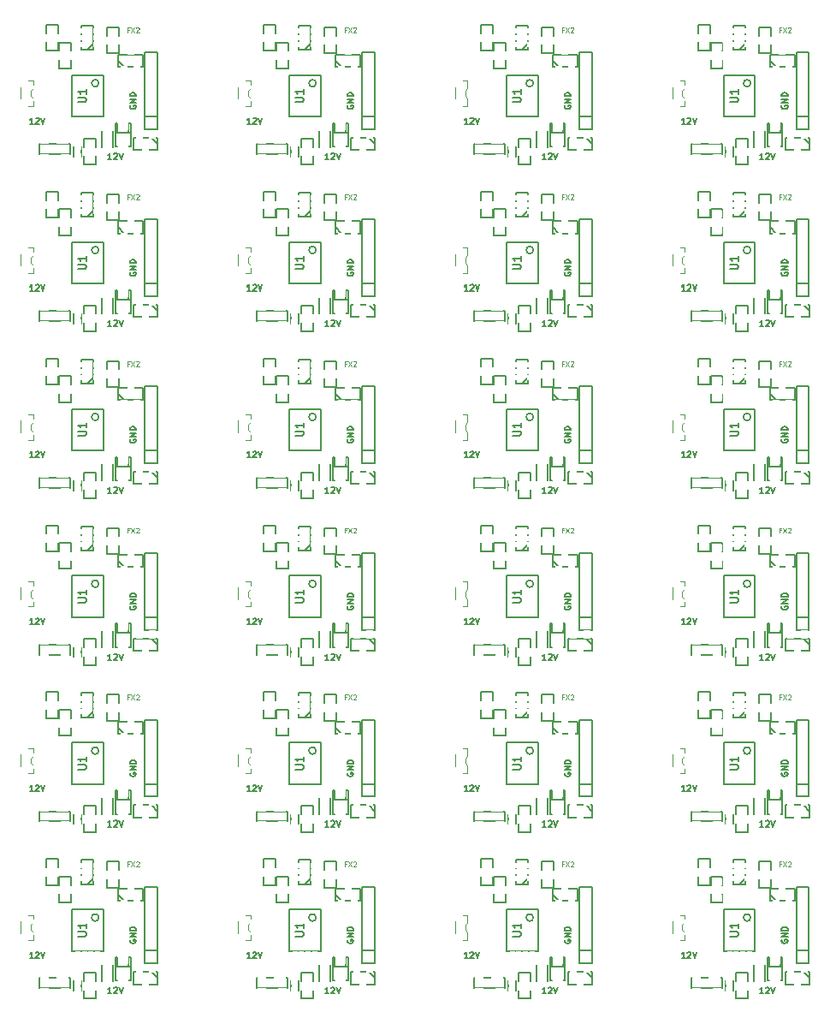
<source format=gto>
%TF.GenerationSoftware,KiCad,Pcbnew,(5.1.6)-1*%
%TF.CreationDate,2020-09-22T23:15:15+09:00*%
%TF.ProjectId,funcdecoder_tomix_pcb_8919_rev0_panelize_94mm_97mm,66756e63-6465-4636-9f64-65725f746f6d,rev?*%
%TF.SameCoordinates,PX4c4b400PY3938700*%
%TF.FileFunction,Legend,Top*%
%TF.FilePolarity,Positive*%
%FSLAX46Y46*%
G04 Gerber Fmt 4.6, Leading zero omitted, Abs format (unit mm)*
G04 Created by KiCad (PCBNEW (5.1.6)-1) date 2020-09-22 23:15:15*
%MOMM*%
%LPD*%
G01*
G04 APERTURE LIST*
%ADD10C,0.140000*%
%ADD11C,0.125000*%
%ADD12C,0.180000*%
%ADD13C,0.200000*%
%ADD14C,0.120000*%
%ADD15R,1.050000X1.050000*%
%ADD16R,0.700000X0.900000*%
%ADD17R,1.000000X0.800000*%
%ADD18R,1.300000X0.600000*%
%ADD19R,0.900000X0.500000*%
%ADD20R,1.300000X1.300000*%
%ADD21R,1.300000X0.900000*%
%ADD22C,0.100000*%
%ADD23R,0.500000X1.800000*%
%ADD24R,1.800000X3.600000*%
%ADD25R,0.850000X1.400000*%
%ADD26R,1.000000X0.900000*%
%ADD27R,0.900000X1.000000*%
%ADD28R,1.300000X1.000000*%
%ADD29C,1.300000*%
%ADD30R,0.900000X0.900000*%
%ADD31R,0.700000X0.750000*%
%ADD32C,3.600000*%
G04 APERTURE END LIST*
D10*
X85200000Y-90957142D02*
X85171428Y-91014285D01*
X85171428Y-91100000D01*
X85200000Y-91185714D01*
X85257142Y-91242857D01*
X85314285Y-91271428D01*
X85428571Y-91300000D01*
X85514285Y-91300000D01*
X85628571Y-91271428D01*
X85685714Y-91242857D01*
X85742857Y-91185714D01*
X85771428Y-91100000D01*
X85771428Y-91042857D01*
X85742857Y-90957142D01*
X85714285Y-90928571D01*
X85514285Y-90928571D01*
X85514285Y-91042857D01*
X85771428Y-90671428D02*
X85171428Y-90671428D01*
X85771428Y-90328571D01*
X85171428Y-90328571D01*
X85771428Y-90042857D02*
X85171428Y-90042857D01*
X85171428Y-89900000D01*
X85200000Y-89814285D01*
X85257142Y-89757142D01*
X85314285Y-89728571D01*
X85428571Y-89700000D01*
X85514285Y-89700000D01*
X85628571Y-89728571D01*
X85685714Y-89757142D01*
X85742857Y-89814285D01*
X85771428Y-89900000D01*
X85771428Y-90042857D01*
X63700000Y-90957142D02*
X63671428Y-91014285D01*
X63671428Y-91100000D01*
X63700000Y-91185714D01*
X63757142Y-91242857D01*
X63814285Y-91271428D01*
X63928571Y-91300000D01*
X64014285Y-91300000D01*
X64128571Y-91271428D01*
X64185714Y-91242857D01*
X64242857Y-91185714D01*
X64271428Y-91100000D01*
X64271428Y-91042857D01*
X64242857Y-90957142D01*
X64214285Y-90928571D01*
X64014285Y-90928571D01*
X64014285Y-91042857D01*
X64271428Y-90671428D02*
X63671428Y-90671428D01*
X64271428Y-90328571D01*
X63671428Y-90328571D01*
X64271428Y-90042857D02*
X63671428Y-90042857D01*
X63671428Y-89900000D01*
X63700000Y-89814285D01*
X63757142Y-89757142D01*
X63814285Y-89728571D01*
X63928571Y-89700000D01*
X64014285Y-89700000D01*
X64128571Y-89728571D01*
X64185714Y-89757142D01*
X64242857Y-89814285D01*
X64271428Y-89900000D01*
X64271428Y-90042857D01*
X42200000Y-90957142D02*
X42171428Y-91014285D01*
X42171428Y-91100000D01*
X42200000Y-91185714D01*
X42257142Y-91242857D01*
X42314285Y-91271428D01*
X42428571Y-91300000D01*
X42514285Y-91300000D01*
X42628571Y-91271428D01*
X42685714Y-91242857D01*
X42742857Y-91185714D01*
X42771428Y-91100000D01*
X42771428Y-91042857D01*
X42742857Y-90957142D01*
X42714285Y-90928571D01*
X42514285Y-90928571D01*
X42514285Y-91042857D01*
X42771428Y-90671428D02*
X42171428Y-90671428D01*
X42771428Y-90328571D01*
X42171428Y-90328571D01*
X42771428Y-90042857D02*
X42171428Y-90042857D01*
X42171428Y-89900000D01*
X42200000Y-89814285D01*
X42257142Y-89757142D01*
X42314285Y-89728571D01*
X42428571Y-89700000D01*
X42514285Y-89700000D01*
X42628571Y-89728571D01*
X42685714Y-89757142D01*
X42742857Y-89814285D01*
X42771428Y-89900000D01*
X42771428Y-90042857D01*
X20700000Y-90957142D02*
X20671428Y-91014285D01*
X20671428Y-91100000D01*
X20700000Y-91185714D01*
X20757142Y-91242857D01*
X20814285Y-91271428D01*
X20928571Y-91300000D01*
X21014285Y-91300000D01*
X21128571Y-91271428D01*
X21185714Y-91242857D01*
X21242857Y-91185714D01*
X21271428Y-91100000D01*
X21271428Y-91042857D01*
X21242857Y-90957142D01*
X21214285Y-90928571D01*
X21014285Y-90928571D01*
X21014285Y-91042857D01*
X21271428Y-90671428D02*
X20671428Y-90671428D01*
X21271428Y-90328571D01*
X20671428Y-90328571D01*
X21271428Y-90042857D02*
X20671428Y-90042857D01*
X20671428Y-89900000D01*
X20700000Y-89814285D01*
X20757142Y-89757142D01*
X20814285Y-89728571D01*
X20928571Y-89700000D01*
X21014285Y-89700000D01*
X21128571Y-89728571D01*
X21185714Y-89757142D01*
X21242857Y-89814285D01*
X21271428Y-89900000D01*
X21271428Y-90042857D01*
X85200000Y-74457142D02*
X85171428Y-74514285D01*
X85171428Y-74600000D01*
X85200000Y-74685714D01*
X85257142Y-74742857D01*
X85314285Y-74771428D01*
X85428571Y-74800000D01*
X85514285Y-74800000D01*
X85628571Y-74771428D01*
X85685714Y-74742857D01*
X85742857Y-74685714D01*
X85771428Y-74600000D01*
X85771428Y-74542857D01*
X85742857Y-74457142D01*
X85714285Y-74428571D01*
X85514285Y-74428571D01*
X85514285Y-74542857D01*
X85771428Y-74171428D02*
X85171428Y-74171428D01*
X85771428Y-73828571D01*
X85171428Y-73828571D01*
X85771428Y-73542857D02*
X85171428Y-73542857D01*
X85171428Y-73400000D01*
X85200000Y-73314285D01*
X85257142Y-73257142D01*
X85314285Y-73228571D01*
X85428571Y-73200000D01*
X85514285Y-73200000D01*
X85628571Y-73228571D01*
X85685714Y-73257142D01*
X85742857Y-73314285D01*
X85771428Y-73400000D01*
X85771428Y-73542857D01*
X63700000Y-74457142D02*
X63671428Y-74514285D01*
X63671428Y-74600000D01*
X63700000Y-74685714D01*
X63757142Y-74742857D01*
X63814285Y-74771428D01*
X63928571Y-74800000D01*
X64014285Y-74800000D01*
X64128571Y-74771428D01*
X64185714Y-74742857D01*
X64242857Y-74685714D01*
X64271428Y-74600000D01*
X64271428Y-74542857D01*
X64242857Y-74457142D01*
X64214285Y-74428571D01*
X64014285Y-74428571D01*
X64014285Y-74542857D01*
X64271428Y-74171428D02*
X63671428Y-74171428D01*
X64271428Y-73828571D01*
X63671428Y-73828571D01*
X64271428Y-73542857D02*
X63671428Y-73542857D01*
X63671428Y-73400000D01*
X63700000Y-73314285D01*
X63757142Y-73257142D01*
X63814285Y-73228571D01*
X63928571Y-73200000D01*
X64014285Y-73200000D01*
X64128571Y-73228571D01*
X64185714Y-73257142D01*
X64242857Y-73314285D01*
X64271428Y-73400000D01*
X64271428Y-73542857D01*
X42200000Y-74457142D02*
X42171428Y-74514285D01*
X42171428Y-74600000D01*
X42200000Y-74685714D01*
X42257142Y-74742857D01*
X42314285Y-74771428D01*
X42428571Y-74800000D01*
X42514285Y-74800000D01*
X42628571Y-74771428D01*
X42685714Y-74742857D01*
X42742857Y-74685714D01*
X42771428Y-74600000D01*
X42771428Y-74542857D01*
X42742857Y-74457142D01*
X42714285Y-74428571D01*
X42514285Y-74428571D01*
X42514285Y-74542857D01*
X42771428Y-74171428D02*
X42171428Y-74171428D01*
X42771428Y-73828571D01*
X42171428Y-73828571D01*
X42771428Y-73542857D02*
X42171428Y-73542857D01*
X42171428Y-73400000D01*
X42200000Y-73314285D01*
X42257142Y-73257142D01*
X42314285Y-73228571D01*
X42428571Y-73200000D01*
X42514285Y-73200000D01*
X42628571Y-73228571D01*
X42685714Y-73257142D01*
X42742857Y-73314285D01*
X42771428Y-73400000D01*
X42771428Y-73542857D01*
X20700000Y-74457142D02*
X20671428Y-74514285D01*
X20671428Y-74600000D01*
X20700000Y-74685714D01*
X20757142Y-74742857D01*
X20814285Y-74771428D01*
X20928571Y-74800000D01*
X21014285Y-74800000D01*
X21128571Y-74771428D01*
X21185714Y-74742857D01*
X21242857Y-74685714D01*
X21271428Y-74600000D01*
X21271428Y-74542857D01*
X21242857Y-74457142D01*
X21214285Y-74428571D01*
X21014285Y-74428571D01*
X21014285Y-74542857D01*
X21271428Y-74171428D02*
X20671428Y-74171428D01*
X21271428Y-73828571D01*
X20671428Y-73828571D01*
X21271428Y-73542857D02*
X20671428Y-73542857D01*
X20671428Y-73400000D01*
X20700000Y-73314285D01*
X20757142Y-73257142D01*
X20814285Y-73228571D01*
X20928571Y-73200000D01*
X21014285Y-73200000D01*
X21128571Y-73228571D01*
X21185714Y-73257142D01*
X21242857Y-73314285D01*
X21271428Y-73400000D01*
X21271428Y-73542857D01*
X85200000Y-57957142D02*
X85171428Y-58014285D01*
X85171428Y-58100000D01*
X85200000Y-58185714D01*
X85257142Y-58242857D01*
X85314285Y-58271428D01*
X85428571Y-58300000D01*
X85514285Y-58300000D01*
X85628571Y-58271428D01*
X85685714Y-58242857D01*
X85742857Y-58185714D01*
X85771428Y-58100000D01*
X85771428Y-58042857D01*
X85742857Y-57957142D01*
X85714285Y-57928571D01*
X85514285Y-57928571D01*
X85514285Y-58042857D01*
X85771428Y-57671428D02*
X85171428Y-57671428D01*
X85771428Y-57328571D01*
X85171428Y-57328571D01*
X85771428Y-57042857D02*
X85171428Y-57042857D01*
X85171428Y-56900000D01*
X85200000Y-56814285D01*
X85257142Y-56757142D01*
X85314285Y-56728571D01*
X85428571Y-56700000D01*
X85514285Y-56700000D01*
X85628571Y-56728571D01*
X85685714Y-56757142D01*
X85742857Y-56814285D01*
X85771428Y-56900000D01*
X85771428Y-57042857D01*
X63700000Y-57957142D02*
X63671428Y-58014285D01*
X63671428Y-58100000D01*
X63700000Y-58185714D01*
X63757142Y-58242857D01*
X63814285Y-58271428D01*
X63928571Y-58300000D01*
X64014285Y-58300000D01*
X64128571Y-58271428D01*
X64185714Y-58242857D01*
X64242857Y-58185714D01*
X64271428Y-58100000D01*
X64271428Y-58042857D01*
X64242857Y-57957142D01*
X64214285Y-57928571D01*
X64014285Y-57928571D01*
X64014285Y-58042857D01*
X64271428Y-57671428D02*
X63671428Y-57671428D01*
X64271428Y-57328571D01*
X63671428Y-57328571D01*
X64271428Y-57042857D02*
X63671428Y-57042857D01*
X63671428Y-56900000D01*
X63700000Y-56814285D01*
X63757142Y-56757142D01*
X63814285Y-56728571D01*
X63928571Y-56700000D01*
X64014285Y-56700000D01*
X64128571Y-56728571D01*
X64185714Y-56757142D01*
X64242857Y-56814285D01*
X64271428Y-56900000D01*
X64271428Y-57042857D01*
X42200000Y-57957142D02*
X42171428Y-58014285D01*
X42171428Y-58100000D01*
X42200000Y-58185714D01*
X42257142Y-58242857D01*
X42314285Y-58271428D01*
X42428571Y-58300000D01*
X42514285Y-58300000D01*
X42628571Y-58271428D01*
X42685714Y-58242857D01*
X42742857Y-58185714D01*
X42771428Y-58100000D01*
X42771428Y-58042857D01*
X42742857Y-57957142D01*
X42714285Y-57928571D01*
X42514285Y-57928571D01*
X42514285Y-58042857D01*
X42771428Y-57671428D02*
X42171428Y-57671428D01*
X42771428Y-57328571D01*
X42171428Y-57328571D01*
X42771428Y-57042857D02*
X42171428Y-57042857D01*
X42171428Y-56900000D01*
X42200000Y-56814285D01*
X42257142Y-56757142D01*
X42314285Y-56728571D01*
X42428571Y-56700000D01*
X42514285Y-56700000D01*
X42628571Y-56728571D01*
X42685714Y-56757142D01*
X42742857Y-56814285D01*
X42771428Y-56900000D01*
X42771428Y-57042857D01*
X20700000Y-57957142D02*
X20671428Y-58014285D01*
X20671428Y-58100000D01*
X20700000Y-58185714D01*
X20757142Y-58242857D01*
X20814285Y-58271428D01*
X20928571Y-58300000D01*
X21014285Y-58300000D01*
X21128571Y-58271428D01*
X21185714Y-58242857D01*
X21242857Y-58185714D01*
X21271428Y-58100000D01*
X21271428Y-58042857D01*
X21242857Y-57957142D01*
X21214285Y-57928571D01*
X21014285Y-57928571D01*
X21014285Y-58042857D01*
X21271428Y-57671428D02*
X20671428Y-57671428D01*
X21271428Y-57328571D01*
X20671428Y-57328571D01*
X21271428Y-57042857D02*
X20671428Y-57042857D01*
X20671428Y-56900000D01*
X20700000Y-56814285D01*
X20757142Y-56757142D01*
X20814285Y-56728571D01*
X20928571Y-56700000D01*
X21014285Y-56700000D01*
X21128571Y-56728571D01*
X21185714Y-56757142D01*
X21242857Y-56814285D01*
X21271428Y-56900000D01*
X21271428Y-57042857D01*
X85200000Y-41457142D02*
X85171428Y-41514285D01*
X85171428Y-41600000D01*
X85200000Y-41685714D01*
X85257142Y-41742857D01*
X85314285Y-41771428D01*
X85428571Y-41800000D01*
X85514285Y-41800000D01*
X85628571Y-41771428D01*
X85685714Y-41742857D01*
X85742857Y-41685714D01*
X85771428Y-41600000D01*
X85771428Y-41542857D01*
X85742857Y-41457142D01*
X85714285Y-41428571D01*
X85514285Y-41428571D01*
X85514285Y-41542857D01*
X85771428Y-41171428D02*
X85171428Y-41171428D01*
X85771428Y-40828571D01*
X85171428Y-40828571D01*
X85771428Y-40542857D02*
X85171428Y-40542857D01*
X85171428Y-40400000D01*
X85200000Y-40314285D01*
X85257142Y-40257142D01*
X85314285Y-40228571D01*
X85428571Y-40200000D01*
X85514285Y-40200000D01*
X85628571Y-40228571D01*
X85685714Y-40257142D01*
X85742857Y-40314285D01*
X85771428Y-40400000D01*
X85771428Y-40542857D01*
X63700000Y-41457142D02*
X63671428Y-41514285D01*
X63671428Y-41600000D01*
X63700000Y-41685714D01*
X63757142Y-41742857D01*
X63814285Y-41771428D01*
X63928571Y-41800000D01*
X64014285Y-41800000D01*
X64128571Y-41771428D01*
X64185714Y-41742857D01*
X64242857Y-41685714D01*
X64271428Y-41600000D01*
X64271428Y-41542857D01*
X64242857Y-41457142D01*
X64214285Y-41428571D01*
X64014285Y-41428571D01*
X64014285Y-41542857D01*
X64271428Y-41171428D02*
X63671428Y-41171428D01*
X64271428Y-40828571D01*
X63671428Y-40828571D01*
X64271428Y-40542857D02*
X63671428Y-40542857D01*
X63671428Y-40400000D01*
X63700000Y-40314285D01*
X63757142Y-40257142D01*
X63814285Y-40228571D01*
X63928571Y-40200000D01*
X64014285Y-40200000D01*
X64128571Y-40228571D01*
X64185714Y-40257142D01*
X64242857Y-40314285D01*
X64271428Y-40400000D01*
X64271428Y-40542857D01*
X42200000Y-41457142D02*
X42171428Y-41514285D01*
X42171428Y-41600000D01*
X42200000Y-41685714D01*
X42257142Y-41742857D01*
X42314285Y-41771428D01*
X42428571Y-41800000D01*
X42514285Y-41800000D01*
X42628571Y-41771428D01*
X42685714Y-41742857D01*
X42742857Y-41685714D01*
X42771428Y-41600000D01*
X42771428Y-41542857D01*
X42742857Y-41457142D01*
X42714285Y-41428571D01*
X42514285Y-41428571D01*
X42514285Y-41542857D01*
X42771428Y-41171428D02*
X42171428Y-41171428D01*
X42771428Y-40828571D01*
X42171428Y-40828571D01*
X42771428Y-40542857D02*
X42171428Y-40542857D01*
X42171428Y-40400000D01*
X42200000Y-40314285D01*
X42257142Y-40257142D01*
X42314285Y-40228571D01*
X42428571Y-40200000D01*
X42514285Y-40200000D01*
X42628571Y-40228571D01*
X42685714Y-40257142D01*
X42742857Y-40314285D01*
X42771428Y-40400000D01*
X42771428Y-40542857D01*
X20700000Y-41457142D02*
X20671428Y-41514285D01*
X20671428Y-41600000D01*
X20700000Y-41685714D01*
X20757142Y-41742857D01*
X20814285Y-41771428D01*
X20928571Y-41800000D01*
X21014285Y-41800000D01*
X21128571Y-41771428D01*
X21185714Y-41742857D01*
X21242857Y-41685714D01*
X21271428Y-41600000D01*
X21271428Y-41542857D01*
X21242857Y-41457142D01*
X21214285Y-41428571D01*
X21014285Y-41428571D01*
X21014285Y-41542857D01*
X21271428Y-41171428D02*
X20671428Y-41171428D01*
X21271428Y-40828571D01*
X20671428Y-40828571D01*
X21271428Y-40542857D02*
X20671428Y-40542857D01*
X20671428Y-40400000D01*
X20700000Y-40314285D01*
X20757142Y-40257142D01*
X20814285Y-40228571D01*
X20928571Y-40200000D01*
X21014285Y-40200000D01*
X21128571Y-40228571D01*
X21185714Y-40257142D01*
X21242857Y-40314285D01*
X21271428Y-40400000D01*
X21271428Y-40542857D01*
X85200000Y-24957142D02*
X85171428Y-25014285D01*
X85171428Y-25100000D01*
X85200000Y-25185714D01*
X85257142Y-25242857D01*
X85314285Y-25271428D01*
X85428571Y-25300000D01*
X85514285Y-25300000D01*
X85628571Y-25271428D01*
X85685714Y-25242857D01*
X85742857Y-25185714D01*
X85771428Y-25100000D01*
X85771428Y-25042857D01*
X85742857Y-24957142D01*
X85714285Y-24928571D01*
X85514285Y-24928571D01*
X85514285Y-25042857D01*
X85771428Y-24671428D02*
X85171428Y-24671428D01*
X85771428Y-24328571D01*
X85171428Y-24328571D01*
X85771428Y-24042857D02*
X85171428Y-24042857D01*
X85171428Y-23900000D01*
X85200000Y-23814285D01*
X85257142Y-23757142D01*
X85314285Y-23728571D01*
X85428571Y-23700000D01*
X85514285Y-23700000D01*
X85628571Y-23728571D01*
X85685714Y-23757142D01*
X85742857Y-23814285D01*
X85771428Y-23900000D01*
X85771428Y-24042857D01*
X63700000Y-24957142D02*
X63671428Y-25014285D01*
X63671428Y-25100000D01*
X63700000Y-25185714D01*
X63757142Y-25242857D01*
X63814285Y-25271428D01*
X63928571Y-25300000D01*
X64014285Y-25300000D01*
X64128571Y-25271428D01*
X64185714Y-25242857D01*
X64242857Y-25185714D01*
X64271428Y-25100000D01*
X64271428Y-25042857D01*
X64242857Y-24957142D01*
X64214285Y-24928571D01*
X64014285Y-24928571D01*
X64014285Y-25042857D01*
X64271428Y-24671428D02*
X63671428Y-24671428D01*
X64271428Y-24328571D01*
X63671428Y-24328571D01*
X64271428Y-24042857D02*
X63671428Y-24042857D01*
X63671428Y-23900000D01*
X63700000Y-23814285D01*
X63757142Y-23757142D01*
X63814285Y-23728571D01*
X63928571Y-23700000D01*
X64014285Y-23700000D01*
X64128571Y-23728571D01*
X64185714Y-23757142D01*
X64242857Y-23814285D01*
X64271428Y-23900000D01*
X64271428Y-24042857D01*
X42200000Y-24957142D02*
X42171428Y-25014285D01*
X42171428Y-25100000D01*
X42200000Y-25185714D01*
X42257142Y-25242857D01*
X42314285Y-25271428D01*
X42428571Y-25300000D01*
X42514285Y-25300000D01*
X42628571Y-25271428D01*
X42685714Y-25242857D01*
X42742857Y-25185714D01*
X42771428Y-25100000D01*
X42771428Y-25042857D01*
X42742857Y-24957142D01*
X42714285Y-24928571D01*
X42514285Y-24928571D01*
X42514285Y-25042857D01*
X42771428Y-24671428D02*
X42171428Y-24671428D01*
X42771428Y-24328571D01*
X42171428Y-24328571D01*
X42771428Y-24042857D02*
X42171428Y-24042857D01*
X42171428Y-23900000D01*
X42200000Y-23814285D01*
X42257142Y-23757142D01*
X42314285Y-23728571D01*
X42428571Y-23700000D01*
X42514285Y-23700000D01*
X42628571Y-23728571D01*
X42685714Y-23757142D01*
X42742857Y-23814285D01*
X42771428Y-23900000D01*
X42771428Y-24042857D01*
X20700000Y-24957142D02*
X20671428Y-25014285D01*
X20671428Y-25100000D01*
X20700000Y-25185714D01*
X20757142Y-25242857D01*
X20814285Y-25271428D01*
X20928571Y-25300000D01*
X21014285Y-25300000D01*
X21128571Y-25271428D01*
X21185714Y-25242857D01*
X21242857Y-25185714D01*
X21271428Y-25100000D01*
X21271428Y-25042857D01*
X21242857Y-24957142D01*
X21214285Y-24928571D01*
X21014285Y-24928571D01*
X21014285Y-25042857D01*
X21271428Y-24671428D02*
X20671428Y-24671428D01*
X21271428Y-24328571D01*
X20671428Y-24328571D01*
X21271428Y-24042857D02*
X20671428Y-24042857D01*
X20671428Y-23900000D01*
X20700000Y-23814285D01*
X20757142Y-23757142D01*
X20814285Y-23728571D01*
X20928571Y-23700000D01*
X21014285Y-23700000D01*
X21128571Y-23728571D01*
X21185714Y-23757142D01*
X21242857Y-23814285D01*
X21271428Y-23900000D01*
X21271428Y-24042857D01*
X85200000Y-8457142D02*
X85171428Y-8514285D01*
X85171428Y-8600000D01*
X85200000Y-8685714D01*
X85257142Y-8742857D01*
X85314285Y-8771428D01*
X85428571Y-8800000D01*
X85514285Y-8800000D01*
X85628571Y-8771428D01*
X85685714Y-8742857D01*
X85742857Y-8685714D01*
X85771428Y-8600000D01*
X85771428Y-8542857D01*
X85742857Y-8457142D01*
X85714285Y-8428571D01*
X85514285Y-8428571D01*
X85514285Y-8542857D01*
X85771428Y-8171428D02*
X85171428Y-8171428D01*
X85771428Y-7828571D01*
X85171428Y-7828571D01*
X85771428Y-7542857D02*
X85171428Y-7542857D01*
X85171428Y-7400000D01*
X85200000Y-7314285D01*
X85257142Y-7257142D01*
X85314285Y-7228571D01*
X85428571Y-7200000D01*
X85514285Y-7200000D01*
X85628571Y-7228571D01*
X85685714Y-7257142D01*
X85742857Y-7314285D01*
X85771428Y-7400000D01*
X85771428Y-7542857D01*
X63700000Y-8457142D02*
X63671428Y-8514285D01*
X63671428Y-8600000D01*
X63700000Y-8685714D01*
X63757142Y-8742857D01*
X63814285Y-8771428D01*
X63928571Y-8800000D01*
X64014285Y-8800000D01*
X64128571Y-8771428D01*
X64185714Y-8742857D01*
X64242857Y-8685714D01*
X64271428Y-8600000D01*
X64271428Y-8542857D01*
X64242857Y-8457142D01*
X64214285Y-8428571D01*
X64014285Y-8428571D01*
X64014285Y-8542857D01*
X64271428Y-8171428D02*
X63671428Y-8171428D01*
X64271428Y-7828571D01*
X63671428Y-7828571D01*
X64271428Y-7542857D02*
X63671428Y-7542857D01*
X63671428Y-7400000D01*
X63700000Y-7314285D01*
X63757142Y-7257142D01*
X63814285Y-7228571D01*
X63928571Y-7200000D01*
X64014285Y-7200000D01*
X64128571Y-7228571D01*
X64185714Y-7257142D01*
X64242857Y-7314285D01*
X64271428Y-7400000D01*
X64271428Y-7542857D01*
X42200000Y-8457142D02*
X42171428Y-8514285D01*
X42171428Y-8600000D01*
X42200000Y-8685714D01*
X42257142Y-8742857D01*
X42314285Y-8771428D01*
X42428571Y-8800000D01*
X42514285Y-8800000D01*
X42628571Y-8771428D01*
X42685714Y-8742857D01*
X42742857Y-8685714D01*
X42771428Y-8600000D01*
X42771428Y-8542857D01*
X42742857Y-8457142D01*
X42714285Y-8428571D01*
X42514285Y-8428571D01*
X42514285Y-8542857D01*
X42771428Y-8171428D02*
X42171428Y-8171428D01*
X42771428Y-7828571D01*
X42171428Y-7828571D01*
X42771428Y-7542857D02*
X42171428Y-7542857D01*
X42171428Y-7400000D01*
X42200000Y-7314285D01*
X42257142Y-7257142D01*
X42314285Y-7228571D01*
X42428571Y-7200000D01*
X42514285Y-7200000D01*
X42628571Y-7228571D01*
X42685714Y-7257142D01*
X42742857Y-7314285D01*
X42771428Y-7400000D01*
X42771428Y-7542857D01*
X75628571Y-92771428D02*
X75285714Y-92771428D01*
X75457142Y-92771428D02*
X75457142Y-92171428D01*
X75400000Y-92257142D01*
X75342857Y-92314285D01*
X75285714Y-92342857D01*
X75857142Y-92228571D02*
X75885714Y-92200000D01*
X75942857Y-92171428D01*
X76085714Y-92171428D01*
X76142857Y-92200000D01*
X76171428Y-92228571D01*
X76200000Y-92285714D01*
X76200000Y-92342857D01*
X76171428Y-92428571D01*
X75828571Y-92771428D01*
X76200000Y-92771428D01*
X76371428Y-92171428D02*
X76571428Y-92771428D01*
X76771428Y-92171428D01*
X54128571Y-92771428D02*
X53785714Y-92771428D01*
X53957142Y-92771428D02*
X53957142Y-92171428D01*
X53900000Y-92257142D01*
X53842857Y-92314285D01*
X53785714Y-92342857D01*
X54357142Y-92228571D02*
X54385714Y-92200000D01*
X54442857Y-92171428D01*
X54585714Y-92171428D01*
X54642857Y-92200000D01*
X54671428Y-92228571D01*
X54700000Y-92285714D01*
X54700000Y-92342857D01*
X54671428Y-92428571D01*
X54328571Y-92771428D01*
X54700000Y-92771428D01*
X54871428Y-92171428D02*
X55071428Y-92771428D01*
X55271428Y-92171428D01*
X32628571Y-92771428D02*
X32285714Y-92771428D01*
X32457142Y-92771428D02*
X32457142Y-92171428D01*
X32400000Y-92257142D01*
X32342857Y-92314285D01*
X32285714Y-92342857D01*
X32857142Y-92228571D02*
X32885714Y-92200000D01*
X32942857Y-92171428D01*
X33085714Y-92171428D01*
X33142857Y-92200000D01*
X33171428Y-92228571D01*
X33200000Y-92285714D01*
X33200000Y-92342857D01*
X33171428Y-92428571D01*
X32828571Y-92771428D01*
X33200000Y-92771428D01*
X33371428Y-92171428D02*
X33571428Y-92771428D01*
X33771428Y-92171428D01*
X11128571Y-92771428D02*
X10785714Y-92771428D01*
X10957142Y-92771428D02*
X10957142Y-92171428D01*
X10900000Y-92257142D01*
X10842857Y-92314285D01*
X10785714Y-92342857D01*
X11357142Y-92228571D02*
X11385714Y-92200000D01*
X11442857Y-92171428D01*
X11585714Y-92171428D01*
X11642857Y-92200000D01*
X11671428Y-92228571D01*
X11700000Y-92285714D01*
X11700000Y-92342857D01*
X11671428Y-92428571D01*
X11328571Y-92771428D01*
X11700000Y-92771428D01*
X11871428Y-92171428D02*
X12071428Y-92771428D01*
X12271428Y-92171428D01*
X75628571Y-76271428D02*
X75285714Y-76271428D01*
X75457142Y-76271428D02*
X75457142Y-75671428D01*
X75400000Y-75757142D01*
X75342857Y-75814285D01*
X75285714Y-75842857D01*
X75857142Y-75728571D02*
X75885714Y-75700000D01*
X75942857Y-75671428D01*
X76085714Y-75671428D01*
X76142857Y-75700000D01*
X76171428Y-75728571D01*
X76200000Y-75785714D01*
X76200000Y-75842857D01*
X76171428Y-75928571D01*
X75828571Y-76271428D01*
X76200000Y-76271428D01*
X76371428Y-75671428D02*
X76571428Y-76271428D01*
X76771428Y-75671428D01*
X54128571Y-76271428D02*
X53785714Y-76271428D01*
X53957142Y-76271428D02*
X53957142Y-75671428D01*
X53900000Y-75757142D01*
X53842857Y-75814285D01*
X53785714Y-75842857D01*
X54357142Y-75728571D02*
X54385714Y-75700000D01*
X54442857Y-75671428D01*
X54585714Y-75671428D01*
X54642857Y-75700000D01*
X54671428Y-75728571D01*
X54700000Y-75785714D01*
X54700000Y-75842857D01*
X54671428Y-75928571D01*
X54328571Y-76271428D01*
X54700000Y-76271428D01*
X54871428Y-75671428D02*
X55071428Y-76271428D01*
X55271428Y-75671428D01*
X32628571Y-76271428D02*
X32285714Y-76271428D01*
X32457142Y-76271428D02*
X32457142Y-75671428D01*
X32400000Y-75757142D01*
X32342857Y-75814285D01*
X32285714Y-75842857D01*
X32857142Y-75728571D02*
X32885714Y-75700000D01*
X32942857Y-75671428D01*
X33085714Y-75671428D01*
X33142857Y-75700000D01*
X33171428Y-75728571D01*
X33200000Y-75785714D01*
X33200000Y-75842857D01*
X33171428Y-75928571D01*
X32828571Y-76271428D01*
X33200000Y-76271428D01*
X33371428Y-75671428D02*
X33571428Y-76271428D01*
X33771428Y-75671428D01*
X11128571Y-76271428D02*
X10785714Y-76271428D01*
X10957142Y-76271428D02*
X10957142Y-75671428D01*
X10900000Y-75757142D01*
X10842857Y-75814285D01*
X10785714Y-75842857D01*
X11357142Y-75728571D02*
X11385714Y-75700000D01*
X11442857Y-75671428D01*
X11585714Y-75671428D01*
X11642857Y-75700000D01*
X11671428Y-75728571D01*
X11700000Y-75785714D01*
X11700000Y-75842857D01*
X11671428Y-75928571D01*
X11328571Y-76271428D01*
X11700000Y-76271428D01*
X11871428Y-75671428D02*
X12071428Y-76271428D01*
X12271428Y-75671428D01*
X75628571Y-59771428D02*
X75285714Y-59771428D01*
X75457142Y-59771428D02*
X75457142Y-59171428D01*
X75400000Y-59257142D01*
X75342857Y-59314285D01*
X75285714Y-59342857D01*
X75857142Y-59228571D02*
X75885714Y-59200000D01*
X75942857Y-59171428D01*
X76085714Y-59171428D01*
X76142857Y-59200000D01*
X76171428Y-59228571D01*
X76200000Y-59285714D01*
X76200000Y-59342857D01*
X76171428Y-59428571D01*
X75828571Y-59771428D01*
X76200000Y-59771428D01*
X76371428Y-59171428D02*
X76571428Y-59771428D01*
X76771428Y-59171428D01*
X54128571Y-59771428D02*
X53785714Y-59771428D01*
X53957142Y-59771428D02*
X53957142Y-59171428D01*
X53900000Y-59257142D01*
X53842857Y-59314285D01*
X53785714Y-59342857D01*
X54357142Y-59228571D02*
X54385714Y-59200000D01*
X54442857Y-59171428D01*
X54585714Y-59171428D01*
X54642857Y-59200000D01*
X54671428Y-59228571D01*
X54700000Y-59285714D01*
X54700000Y-59342857D01*
X54671428Y-59428571D01*
X54328571Y-59771428D01*
X54700000Y-59771428D01*
X54871428Y-59171428D02*
X55071428Y-59771428D01*
X55271428Y-59171428D01*
X32628571Y-59771428D02*
X32285714Y-59771428D01*
X32457142Y-59771428D02*
X32457142Y-59171428D01*
X32400000Y-59257142D01*
X32342857Y-59314285D01*
X32285714Y-59342857D01*
X32857142Y-59228571D02*
X32885714Y-59200000D01*
X32942857Y-59171428D01*
X33085714Y-59171428D01*
X33142857Y-59200000D01*
X33171428Y-59228571D01*
X33200000Y-59285714D01*
X33200000Y-59342857D01*
X33171428Y-59428571D01*
X32828571Y-59771428D01*
X33200000Y-59771428D01*
X33371428Y-59171428D02*
X33571428Y-59771428D01*
X33771428Y-59171428D01*
X11128571Y-59771428D02*
X10785714Y-59771428D01*
X10957142Y-59771428D02*
X10957142Y-59171428D01*
X10900000Y-59257142D01*
X10842857Y-59314285D01*
X10785714Y-59342857D01*
X11357142Y-59228571D02*
X11385714Y-59200000D01*
X11442857Y-59171428D01*
X11585714Y-59171428D01*
X11642857Y-59200000D01*
X11671428Y-59228571D01*
X11700000Y-59285714D01*
X11700000Y-59342857D01*
X11671428Y-59428571D01*
X11328571Y-59771428D01*
X11700000Y-59771428D01*
X11871428Y-59171428D02*
X12071428Y-59771428D01*
X12271428Y-59171428D01*
X75628571Y-43271428D02*
X75285714Y-43271428D01*
X75457142Y-43271428D02*
X75457142Y-42671428D01*
X75400000Y-42757142D01*
X75342857Y-42814285D01*
X75285714Y-42842857D01*
X75857142Y-42728571D02*
X75885714Y-42700000D01*
X75942857Y-42671428D01*
X76085714Y-42671428D01*
X76142857Y-42700000D01*
X76171428Y-42728571D01*
X76200000Y-42785714D01*
X76200000Y-42842857D01*
X76171428Y-42928571D01*
X75828571Y-43271428D01*
X76200000Y-43271428D01*
X76371428Y-42671428D02*
X76571428Y-43271428D01*
X76771428Y-42671428D01*
X54128571Y-43271428D02*
X53785714Y-43271428D01*
X53957142Y-43271428D02*
X53957142Y-42671428D01*
X53900000Y-42757142D01*
X53842857Y-42814285D01*
X53785714Y-42842857D01*
X54357142Y-42728571D02*
X54385714Y-42700000D01*
X54442857Y-42671428D01*
X54585714Y-42671428D01*
X54642857Y-42700000D01*
X54671428Y-42728571D01*
X54700000Y-42785714D01*
X54700000Y-42842857D01*
X54671428Y-42928571D01*
X54328571Y-43271428D01*
X54700000Y-43271428D01*
X54871428Y-42671428D02*
X55071428Y-43271428D01*
X55271428Y-42671428D01*
X32628571Y-43271428D02*
X32285714Y-43271428D01*
X32457142Y-43271428D02*
X32457142Y-42671428D01*
X32400000Y-42757142D01*
X32342857Y-42814285D01*
X32285714Y-42842857D01*
X32857142Y-42728571D02*
X32885714Y-42700000D01*
X32942857Y-42671428D01*
X33085714Y-42671428D01*
X33142857Y-42700000D01*
X33171428Y-42728571D01*
X33200000Y-42785714D01*
X33200000Y-42842857D01*
X33171428Y-42928571D01*
X32828571Y-43271428D01*
X33200000Y-43271428D01*
X33371428Y-42671428D02*
X33571428Y-43271428D01*
X33771428Y-42671428D01*
X11128571Y-43271428D02*
X10785714Y-43271428D01*
X10957142Y-43271428D02*
X10957142Y-42671428D01*
X10900000Y-42757142D01*
X10842857Y-42814285D01*
X10785714Y-42842857D01*
X11357142Y-42728571D02*
X11385714Y-42700000D01*
X11442857Y-42671428D01*
X11585714Y-42671428D01*
X11642857Y-42700000D01*
X11671428Y-42728571D01*
X11700000Y-42785714D01*
X11700000Y-42842857D01*
X11671428Y-42928571D01*
X11328571Y-43271428D01*
X11700000Y-43271428D01*
X11871428Y-42671428D02*
X12071428Y-43271428D01*
X12271428Y-42671428D01*
X75628571Y-26771428D02*
X75285714Y-26771428D01*
X75457142Y-26771428D02*
X75457142Y-26171428D01*
X75400000Y-26257142D01*
X75342857Y-26314285D01*
X75285714Y-26342857D01*
X75857142Y-26228571D02*
X75885714Y-26200000D01*
X75942857Y-26171428D01*
X76085714Y-26171428D01*
X76142857Y-26200000D01*
X76171428Y-26228571D01*
X76200000Y-26285714D01*
X76200000Y-26342857D01*
X76171428Y-26428571D01*
X75828571Y-26771428D01*
X76200000Y-26771428D01*
X76371428Y-26171428D02*
X76571428Y-26771428D01*
X76771428Y-26171428D01*
X54128571Y-26771428D02*
X53785714Y-26771428D01*
X53957142Y-26771428D02*
X53957142Y-26171428D01*
X53900000Y-26257142D01*
X53842857Y-26314285D01*
X53785714Y-26342857D01*
X54357142Y-26228571D02*
X54385714Y-26200000D01*
X54442857Y-26171428D01*
X54585714Y-26171428D01*
X54642857Y-26200000D01*
X54671428Y-26228571D01*
X54700000Y-26285714D01*
X54700000Y-26342857D01*
X54671428Y-26428571D01*
X54328571Y-26771428D01*
X54700000Y-26771428D01*
X54871428Y-26171428D02*
X55071428Y-26771428D01*
X55271428Y-26171428D01*
X32628571Y-26771428D02*
X32285714Y-26771428D01*
X32457142Y-26771428D02*
X32457142Y-26171428D01*
X32400000Y-26257142D01*
X32342857Y-26314285D01*
X32285714Y-26342857D01*
X32857142Y-26228571D02*
X32885714Y-26200000D01*
X32942857Y-26171428D01*
X33085714Y-26171428D01*
X33142857Y-26200000D01*
X33171428Y-26228571D01*
X33200000Y-26285714D01*
X33200000Y-26342857D01*
X33171428Y-26428571D01*
X32828571Y-26771428D01*
X33200000Y-26771428D01*
X33371428Y-26171428D02*
X33571428Y-26771428D01*
X33771428Y-26171428D01*
X11128571Y-26771428D02*
X10785714Y-26771428D01*
X10957142Y-26771428D02*
X10957142Y-26171428D01*
X10900000Y-26257142D01*
X10842857Y-26314285D01*
X10785714Y-26342857D01*
X11357142Y-26228571D02*
X11385714Y-26200000D01*
X11442857Y-26171428D01*
X11585714Y-26171428D01*
X11642857Y-26200000D01*
X11671428Y-26228571D01*
X11700000Y-26285714D01*
X11700000Y-26342857D01*
X11671428Y-26428571D01*
X11328571Y-26771428D01*
X11700000Y-26771428D01*
X11871428Y-26171428D02*
X12071428Y-26771428D01*
X12271428Y-26171428D01*
X75628571Y-10271428D02*
X75285714Y-10271428D01*
X75457142Y-10271428D02*
X75457142Y-9671428D01*
X75400000Y-9757142D01*
X75342857Y-9814285D01*
X75285714Y-9842857D01*
X75857142Y-9728571D02*
X75885714Y-9700000D01*
X75942857Y-9671428D01*
X76085714Y-9671428D01*
X76142857Y-9700000D01*
X76171428Y-9728571D01*
X76200000Y-9785714D01*
X76200000Y-9842857D01*
X76171428Y-9928571D01*
X75828571Y-10271428D01*
X76200000Y-10271428D01*
X76371428Y-9671428D02*
X76571428Y-10271428D01*
X76771428Y-9671428D01*
X54128571Y-10271428D02*
X53785714Y-10271428D01*
X53957142Y-10271428D02*
X53957142Y-9671428D01*
X53900000Y-9757142D01*
X53842857Y-9814285D01*
X53785714Y-9842857D01*
X54357142Y-9728571D02*
X54385714Y-9700000D01*
X54442857Y-9671428D01*
X54585714Y-9671428D01*
X54642857Y-9700000D01*
X54671428Y-9728571D01*
X54700000Y-9785714D01*
X54700000Y-9842857D01*
X54671428Y-9928571D01*
X54328571Y-10271428D01*
X54700000Y-10271428D01*
X54871428Y-9671428D02*
X55071428Y-10271428D01*
X55271428Y-9671428D01*
X32628571Y-10271428D02*
X32285714Y-10271428D01*
X32457142Y-10271428D02*
X32457142Y-9671428D01*
X32400000Y-9757142D01*
X32342857Y-9814285D01*
X32285714Y-9842857D01*
X32857142Y-9728571D02*
X32885714Y-9700000D01*
X32942857Y-9671428D01*
X33085714Y-9671428D01*
X33142857Y-9700000D01*
X33171428Y-9728571D01*
X33200000Y-9785714D01*
X33200000Y-9842857D01*
X33171428Y-9928571D01*
X32828571Y-10271428D01*
X33200000Y-10271428D01*
X33371428Y-9671428D02*
X33571428Y-10271428D01*
X33771428Y-9671428D01*
X83378571Y-96271428D02*
X83035714Y-96271428D01*
X83207142Y-96271428D02*
X83207142Y-95671428D01*
X83150000Y-95757142D01*
X83092857Y-95814285D01*
X83035714Y-95842857D01*
X83607142Y-95728571D02*
X83635714Y-95700000D01*
X83692857Y-95671428D01*
X83835714Y-95671428D01*
X83892857Y-95700000D01*
X83921428Y-95728571D01*
X83950000Y-95785714D01*
X83950000Y-95842857D01*
X83921428Y-95928571D01*
X83578571Y-96271428D01*
X83950000Y-96271428D01*
X84121428Y-95671428D02*
X84321428Y-96271428D01*
X84521428Y-95671428D01*
X61878571Y-96271428D02*
X61535714Y-96271428D01*
X61707142Y-96271428D02*
X61707142Y-95671428D01*
X61650000Y-95757142D01*
X61592857Y-95814285D01*
X61535714Y-95842857D01*
X62107142Y-95728571D02*
X62135714Y-95700000D01*
X62192857Y-95671428D01*
X62335714Y-95671428D01*
X62392857Y-95700000D01*
X62421428Y-95728571D01*
X62450000Y-95785714D01*
X62450000Y-95842857D01*
X62421428Y-95928571D01*
X62078571Y-96271428D01*
X62450000Y-96271428D01*
X62621428Y-95671428D02*
X62821428Y-96271428D01*
X63021428Y-95671428D01*
X40378571Y-96271428D02*
X40035714Y-96271428D01*
X40207142Y-96271428D02*
X40207142Y-95671428D01*
X40150000Y-95757142D01*
X40092857Y-95814285D01*
X40035714Y-95842857D01*
X40607142Y-95728571D02*
X40635714Y-95700000D01*
X40692857Y-95671428D01*
X40835714Y-95671428D01*
X40892857Y-95700000D01*
X40921428Y-95728571D01*
X40950000Y-95785714D01*
X40950000Y-95842857D01*
X40921428Y-95928571D01*
X40578571Y-96271428D01*
X40950000Y-96271428D01*
X41121428Y-95671428D02*
X41321428Y-96271428D01*
X41521428Y-95671428D01*
X18878571Y-96271428D02*
X18535714Y-96271428D01*
X18707142Y-96271428D02*
X18707142Y-95671428D01*
X18650000Y-95757142D01*
X18592857Y-95814285D01*
X18535714Y-95842857D01*
X19107142Y-95728571D02*
X19135714Y-95700000D01*
X19192857Y-95671428D01*
X19335714Y-95671428D01*
X19392857Y-95700000D01*
X19421428Y-95728571D01*
X19450000Y-95785714D01*
X19450000Y-95842857D01*
X19421428Y-95928571D01*
X19078571Y-96271428D01*
X19450000Y-96271428D01*
X19621428Y-95671428D02*
X19821428Y-96271428D01*
X20021428Y-95671428D01*
X83378571Y-79771428D02*
X83035714Y-79771428D01*
X83207142Y-79771428D02*
X83207142Y-79171428D01*
X83150000Y-79257142D01*
X83092857Y-79314285D01*
X83035714Y-79342857D01*
X83607142Y-79228571D02*
X83635714Y-79200000D01*
X83692857Y-79171428D01*
X83835714Y-79171428D01*
X83892857Y-79200000D01*
X83921428Y-79228571D01*
X83950000Y-79285714D01*
X83950000Y-79342857D01*
X83921428Y-79428571D01*
X83578571Y-79771428D01*
X83950000Y-79771428D01*
X84121428Y-79171428D02*
X84321428Y-79771428D01*
X84521428Y-79171428D01*
X61878571Y-79771428D02*
X61535714Y-79771428D01*
X61707142Y-79771428D02*
X61707142Y-79171428D01*
X61650000Y-79257142D01*
X61592857Y-79314285D01*
X61535714Y-79342857D01*
X62107142Y-79228571D02*
X62135714Y-79200000D01*
X62192857Y-79171428D01*
X62335714Y-79171428D01*
X62392857Y-79200000D01*
X62421428Y-79228571D01*
X62450000Y-79285714D01*
X62450000Y-79342857D01*
X62421428Y-79428571D01*
X62078571Y-79771428D01*
X62450000Y-79771428D01*
X62621428Y-79171428D02*
X62821428Y-79771428D01*
X63021428Y-79171428D01*
X40378571Y-79771428D02*
X40035714Y-79771428D01*
X40207142Y-79771428D02*
X40207142Y-79171428D01*
X40150000Y-79257142D01*
X40092857Y-79314285D01*
X40035714Y-79342857D01*
X40607142Y-79228571D02*
X40635714Y-79200000D01*
X40692857Y-79171428D01*
X40835714Y-79171428D01*
X40892857Y-79200000D01*
X40921428Y-79228571D01*
X40950000Y-79285714D01*
X40950000Y-79342857D01*
X40921428Y-79428571D01*
X40578571Y-79771428D01*
X40950000Y-79771428D01*
X41121428Y-79171428D02*
X41321428Y-79771428D01*
X41521428Y-79171428D01*
X18878571Y-79771428D02*
X18535714Y-79771428D01*
X18707142Y-79771428D02*
X18707142Y-79171428D01*
X18650000Y-79257142D01*
X18592857Y-79314285D01*
X18535714Y-79342857D01*
X19107142Y-79228571D02*
X19135714Y-79200000D01*
X19192857Y-79171428D01*
X19335714Y-79171428D01*
X19392857Y-79200000D01*
X19421428Y-79228571D01*
X19450000Y-79285714D01*
X19450000Y-79342857D01*
X19421428Y-79428571D01*
X19078571Y-79771428D01*
X19450000Y-79771428D01*
X19621428Y-79171428D02*
X19821428Y-79771428D01*
X20021428Y-79171428D01*
X83378571Y-63271428D02*
X83035714Y-63271428D01*
X83207142Y-63271428D02*
X83207142Y-62671428D01*
X83150000Y-62757142D01*
X83092857Y-62814285D01*
X83035714Y-62842857D01*
X83607142Y-62728571D02*
X83635714Y-62700000D01*
X83692857Y-62671428D01*
X83835714Y-62671428D01*
X83892857Y-62700000D01*
X83921428Y-62728571D01*
X83950000Y-62785714D01*
X83950000Y-62842857D01*
X83921428Y-62928571D01*
X83578571Y-63271428D01*
X83950000Y-63271428D01*
X84121428Y-62671428D02*
X84321428Y-63271428D01*
X84521428Y-62671428D01*
X61878571Y-63271428D02*
X61535714Y-63271428D01*
X61707142Y-63271428D02*
X61707142Y-62671428D01*
X61650000Y-62757142D01*
X61592857Y-62814285D01*
X61535714Y-62842857D01*
X62107142Y-62728571D02*
X62135714Y-62700000D01*
X62192857Y-62671428D01*
X62335714Y-62671428D01*
X62392857Y-62700000D01*
X62421428Y-62728571D01*
X62450000Y-62785714D01*
X62450000Y-62842857D01*
X62421428Y-62928571D01*
X62078571Y-63271428D01*
X62450000Y-63271428D01*
X62621428Y-62671428D02*
X62821428Y-63271428D01*
X63021428Y-62671428D01*
X40378571Y-63271428D02*
X40035714Y-63271428D01*
X40207142Y-63271428D02*
X40207142Y-62671428D01*
X40150000Y-62757142D01*
X40092857Y-62814285D01*
X40035714Y-62842857D01*
X40607142Y-62728571D02*
X40635714Y-62700000D01*
X40692857Y-62671428D01*
X40835714Y-62671428D01*
X40892857Y-62700000D01*
X40921428Y-62728571D01*
X40950000Y-62785714D01*
X40950000Y-62842857D01*
X40921428Y-62928571D01*
X40578571Y-63271428D01*
X40950000Y-63271428D01*
X41121428Y-62671428D02*
X41321428Y-63271428D01*
X41521428Y-62671428D01*
X18878571Y-63271428D02*
X18535714Y-63271428D01*
X18707142Y-63271428D02*
X18707142Y-62671428D01*
X18650000Y-62757142D01*
X18592857Y-62814285D01*
X18535714Y-62842857D01*
X19107142Y-62728571D02*
X19135714Y-62700000D01*
X19192857Y-62671428D01*
X19335714Y-62671428D01*
X19392857Y-62700000D01*
X19421428Y-62728571D01*
X19450000Y-62785714D01*
X19450000Y-62842857D01*
X19421428Y-62928571D01*
X19078571Y-63271428D01*
X19450000Y-63271428D01*
X19621428Y-62671428D02*
X19821428Y-63271428D01*
X20021428Y-62671428D01*
X83378571Y-46771428D02*
X83035714Y-46771428D01*
X83207142Y-46771428D02*
X83207142Y-46171428D01*
X83150000Y-46257142D01*
X83092857Y-46314285D01*
X83035714Y-46342857D01*
X83607142Y-46228571D02*
X83635714Y-46200000D01*
X83692857Y-46171428D01*
X83835714Y-46171428D01*
X83892857Y-46200000D01*
X83921428Y-46228571D01*
X83950000Y-46285714D01*
X83950000Y-46342857D01*
X83921428Y-46428571D01*
X83578571Y-46771428D01*
X83950000Y-46771428D01*
X84121428Y-46171428D02*
X84321428Y-46771428D01*
X84521428Y-46171428D01*
X61878571Y-46771428D02*
X61535714Y-46771428D01*
X61707142Y-46771428D02*
X61707142Y-46171428D01*
X61650000Y-46257142D01*
X61592857Y-46314285D01*
X61535714Y-46342857D01*
X62107142Y-46228571D02*
X62135714Y-46200000D01*
X62192857Y-46171428D01*
X62335714Y-46171428D01*
X62392857Y-46200000D01*
X62421428Y-46228571D01*
X62450000Y-46285714D01*
X62450000Y-46342857D01*
X62421428Y-46428571D01*
X62078571Y-46771428D01*
X62450000Y-46771428D01*
X62621428Y-46171428D02*
X62821428Y-46771428D01*
X63021428Y-46171428D01*
X40378571Y-46771428D02*
X40035714Y-46771428D01*
X40207142Y-46771428D02*
X40207142Y-46171428D01*
X40150000Y-46257142D01*
X40092857Y-46314285D01*
X40035714Y-46342857D01*
X40607142Y-46228571D02*
X40635714Y-46200000D01*
X40692857Y-46171428D01*
X40835714Y-46171428D01*
X40892857Y-46200000D01*
X40921428Y-46228571D01*
X40950000Y-46285714D01*
X40950000Y-46342857D01*
X40921428Y-46428571D01*
X40578571Y-46771428D01*
X40950000Y-46771428D01*
X41121428Y-46171428D02*
X41321428Y-46771428D01*
X41521428Y-46171428D01*
X18878571Y-46771428D02*
X18535714Y-46771428D01*
X18707142Y-46771428D02*
X18707142Y-46171428D01*
X18650000Y-46257142D01*
X18592857Y-46314285D01*
X18535714Y-46342857D01*
X19107142Y-46228571D02*
X19135714Y-46200000D01*
X19192857Y-46171428D01*
X19335714Y-46171428D01*
X19392857Y-46200000D01*
X19421428Y-46228571D01*
X19450000Y-46285714D01*
X19450000Y-46342857D01*
X19421428Y-46428571D01*
X19078571Y-46771428D01*
X19450000Y-46771428D01*
X19621428Y-46171428D02*
X19821428Y-46771428D01*
X20021428Y-46171428D01*
X83378571Y-30271428D02*
X83035714Y-30271428D01*
X83207142Y-30271428D02*
X83207142Y-29671428D01*
X83150000Y-29757142D01*
X83092857Y-29814285D01*
X83035714Y-29842857D01*
X83607142Y-29728571D02*
X83635714Y-29700000D01*
X83692857Y-29671428D01*
X83835714Y-29671428D01*
X83892857Y-29700000D01*
X83921428Y-29728571D01*
X83950000Y-29785714D01*
X83950000Y-29842857D01*
X83921428Y-29928571D01*
X83578571Y-30271428D01*
X83950000Y-30271428D01*
X84121428Y-29671428D02*
X84321428Y-30271428D01*
X84521428Y-29671428D01*
X61878571Y-30271428D02*
X61535714Y-30271428D01*
X61707142Y-30271428D02*
X61707142Y-29671428D01*
X61650000Y-29757142D01*
X61592857Y-29814285D01*
X61535714Y-29842857D01*
X62107142Y-29728571D02*
X62135714Y-29700000D01*
X62192857Y-29671428D01*
X62335714Y-29671428D01*
X62392857Y-29700000D01*
X62421428Y-29728571D01*
X62450000Y-29785714D01*
X62450000Y-29842857D01*
X62421428Y-29928571D01*
X62078571Y-30271428D01*
X62450000Y-30271428D01*
X62621428Y-29671428D02*
X62821428Y-30271428D01*
X63021428Y-29671428D01*
X40378571Y-30271428D02*
X40035714Y-30271428D01*
X40207142Y-30271428D02*
X40207142Y-29671428D01*
X40150000Y-29757142D01*
X40092857Y-29814285D01*
X40035714Y-29842857D01*
X40607142Y-29728571D02*
X40635714Y-29700000D01*
X40692857Y-29671428D01*
X40835714Y-29671428D01*
X40892857Y-29700000D01*
X40921428Y-29728571D01*
X40950000Y-29785714D01*
X40950000Y-29842857D01*
X40921428Y-29928571D01*
X40578571Y-30271428D01*
X40950000Y-30271428D01*
X41121428Y-29671428D02*
X41321428Y-30271428D01*
X41521428Y-29671428D01*
X18878571Y-30271428D02*
X18535714Y-30271428D01*
X18707142Y-30271428D02*
X18707142Y-29671428D01*
X18650000Y-29757142D01*
X18592857Y-29814285D01*
X18535714Y-29842857D01*
X19107142Y-29728571D02*
X19135714Y-29700000D01*
X19192857Y-29671428D01*
X19335714Y-29671428D01*
X19392857Y-29700000D01*
X19421428Y-29728571D01*
X19450000Y-29785714D01*
X19450000Y-29842857D01*
X19421428Y-29928571D01*
X19078571Y-30271428D01*
X19450000Y-30271428D01*
X19621428Y-29671428D02*
X19821428Y-30271428D01*
X20021428Y-29671428D01*
X83378571Y-13771428D02*
X83035714Y-13771428D01*
X83207142Y-13771428D02*
X83207142Y-13171428D01*
X83150000Y-13257142D01*
X83092857Y-13314285D01*
X83035714Y-13342857D01*
X83607142Y-13228571D02*
X83635714Y-13200000D01*
X83692857Y-13171428D01*
X83835714Y-13171428D01*
X83892857Y-13200000D01*
X83921428Y-13228571D01*
X83950000Y-13285714D01*
X83950000Y-13342857D01*
X83921428Y-13428571D01*
X83578571Y-13771428D01*
X83950000Y-13771428D01*
X84121428Y-13171428D02*
X84321428Y-13771428D01*
X84521428Y-13171428D01*
X61878571Y-13771428D02*
X61535714Y-13771428D01*
X61707142Y-13771428D02*
X61707142Y-13171428D01*
X61650000Y-13257142D01*
X61592857Y-13314285D01*
X61535714Y-13342857D01*
X62107142Y-13228571D02*
X62135714Y-13200000D01*
X62192857Y-13171428D01*
X62335714Y-13171428D01*
X62392857Y-13200000D01*
X62421428Y-13228571D01*
X62450000Y-13285714D01*
X62450000Y-13342857D01*
X62421428Y-13428571D01*
X62078571Y-13771428D01*
X62450000Y-13771428D01*
X62621428Y-13171428D02*
X62821428Y-13771428D01*
X63021428Y-13171428D01*
X40378571Y-13771428D02*
X40035714Y-13771428D01*
X40207142Y-13771428D02*
X40207142Y-13171428D01*
X40150000Y-13257142D01*
X40092857Y-13314285D01*
X40035714Y-13342857D01*
X40607142Y-13228571D02*
X40635714Y-13200000D01*
X40692857Y-13171428D01*
X40835714Y-13171428D01*
X40892857Y-13200000D01*
X40921428Y-13228571D01*
X40950000Y-13285714D01*
X40950000Y-13342857D01*
X40921428Y-13428571D01*
X40578571Y-13771428D01*
X40950000Y-13771428D01*
X41121428Y-13171428D02*
X41321428Y-13771428D01*
X41521428Y-13171428D01*
D11*
X85095238Y-83464285D02*
X84928571Y-83464285D01*
X84928571Y-83726190D02*
X84928571Y-83226190D01*
X85166666Y-83226190D01*
X85309523Y-83226190D02*
X85642857Y-83726190D01*
X85642857Y-83226190D02*
X85309523Y-83726190D01*
X85809523Y-83273809D02*
X85833333Y-83250000D01*
X85880952Y-83226190D01*
X86000000Y-83226190D01*
X86047619Y-83250000D01*
X86071428Y-83273809D01*
X86095238Y-83321428D01*
X86095238Y-83369047D01*
X86071428Y-83440476D01*
X85785714Y-83726190D01*
X86095238Y-83726190D01*
X63595238Y-83464285D02*
X63428571Y-83464285D01*
X63428571Y-83726190D02*
X63428571Y-83226190D01*
X63666666Y-83226190D01*
X63809523Y-83226190D02*
X64142857Y-83726190D01*
X64142857Y-83226190D02*
X63809523Y-83726190D01*
X64309523Y-83273809D02*
X64333333Y-83250000D01*
X64380952Y-83226190D01*
X64500000Y-83226190D01*
X64547619Y-83250000D01*
X64571428Y-83273809D01*
X64595238Y-83321428D01*
X64595238Y-83369047D01*
X64571428Y-83440476D01*
X64285714Y-83726190D01*
X64595238Y-83726190D01*
X42095238Y-83464285D02*
X41928571Y-83464285D01*
X41928571Y-83726190D02*
X41928571Y-83226190D01*
X42166666Y-83226190D01*
X42309523Y-83226190D02*
X42642857Y-83726190D01*
X42642857Y-83226190D02*
X42309523Y-83726190D01*
X42809523Y-83273809D02*
X42833333Y-83250000D01*
X42880952Y-83226190D01*
X43000000Y-83226190D01*
X43047619Y-83250000D01*
X43071428Y-83273809D01*
X43095238Y-83321428D01*
X43095238Y-83369047D01*
X43071428Y-83440476D01*
X42785714Y-83726190D01*
X43095238Y-83726190D01*
X20595238Y-83464285D02*
X20428571Y-83464285D01*
X20428571Y-83726190D02*
X20428571Y-83226190D01*
X20666666Y-83226190D01*
X20809523Y-83226190D02*
X21142857Y-83726190D01*
X21142857Y-83226190D02*
X20809523Y-83726190D01*
X21309523Y-83273809D02*
X21333333Y-83250000D01*
X21380952Y-83226190D01*
X21500000Y-83226190D01*
X21547619Y-83250000D01*
X21571428Y-83273809D01*
X21595238Y-83321428D01*
X21595238Y-83369047D01*
X21571428Y-83440476D01*
X21285714Y-83726190D01*
X21595238Y-83726190D01*
X85095238Y-66964285D02*
X84928571Y-66964285D01*
X84928571Y-67226190D02*
X84928571Y-66726190D01*
X85166666Y-66726190D01*
X85309523Y-66726190D02*
X85642857Y-67226190D01*
X85642857Y-66726190D02*
X85309523Y-67226190D01*
X85809523Y-66773809D02*
X85833333Y-66750000D01*
X85880952Y-66726190D01*
X86000000Y-66726190D01*
X86047619Y-66750000D01*
X86071428Y-66773809D01*
X86095238Y-66821428D01*
X86095238Y-66869047D01*
X86071428Y-66940476D01*
X85785714Y-67226190D01*
X86095238Y-67226190D01*
X63595238Y-66964285D02*
X63428571Y-66964285D01*
X63428571Y-67226190D02*
X63428571Y-66726190D01*
X63666666Y-66726190D01*
X63809523Y-66726190D02*
X64142857Y-67226190D01*
X64142857Y-66726190D02*
X63809523Y-67226190D01*
X64309523Y-66773809D02*
X64333333Y-66750000D01*
X64380952Y-66726190D01*
X64500000Y-66726190D01*
X64547619Y-66750000D01*
X64571428Y-66773809D01*
X64595238Y-66821428D01*
X64595238Y-66869047D01*
X64571428Y-66940476D01*
X64285714Y-67226190D01*
X64595238Y-67226190D01*
X42095238Y-66964285D02*
X41928571Y-66964285D01*
X41928571Y-67226190D02*
X41928571Y-66726190D01*
X42166666Y-66726190D01*
X42309523Y-66726190D02*
X42642857Y-67226190D01*
X42642857Y-66726190D02*
X42309523Y-67226190D01*
X42809523Y-66773809D02*
X42833333Y-66750000D01*
X42880952Y-66726190D01*
X43000000Y-66726190D01*
X43047619Y-66750000D01*
X43071428Y-66773809D01*
X43095238Y-66821428D01*
X43095238Y-66869047D01*
X43071428Y-66940476D01*
X42785714Y-67226190D01*
X43095238Y-67226190D01*
X20595238Y-66964285D02*
X20428571Y-66964285D01*
X20428571Y-67226190D02*
X20428571Y-66726190D01*
X20666666Y-66726190D01*
X20809523Y-66726190D02*
X21142857Y-67226190D01*
X21142857Y-66726190D02*
X20809523Y-67226190D01*
X21309523Y-66773809D02*
X21333333Y-66750000D01*
X21380952Y-66726190D01*
X21500000Y-66726190D01*
X21547619Y-66750000D01*
X21571428Y-66773809D01*
X21595238Y-66821428D01*
X21595238Y-66869047D01*
X21571428Y-66940476D01*
X21285714Y-67226190D01*
X21595238Y-67226190D01*
X85095238Y-50464285D02*
X84928571Y-50464285D01*
X84928571Y-50726190D02*
X84928571Y-50226190D01*
X85166666Y-50226190D01*
X85309523Y-50226190D02*
X85642857Y-50726190D01*
X85642857Y-50226190D02*
X85309523Y-50726190D01*
X85809523Y-50273809D02*
X85833333Y-50250000D01*
X85880952Y-50226190D01*
X86000000Y-50226190D01*
X86047619Y-50250000D01*
X86071428Y-50273809D01*
X86095238Y-50321428D01*
X86095238Y-50369047D01*
X86071428Y-50440476D01*
X85785714Y-50726190D01*
X86095238Y-50726190D01*
X63595238Y-50464285D02*
X63428571Y-50464285D01*
X63428571Y-50726190D02*
X63428571Y-50226190D01*
X63666666Y-50226190D01*
X63809523Y-50226190D02*
X64142857Y-50726190D01*
X64142857Y-50226190D02*
X63809523Y-50726190D01*
X64309523Y-50273809D02*
X64333333Y-50250000D01*
X64380952Y-50226190D01*
X64500000Y-50226190D01*
X64547619Y-50250000D01*
X64571428Y-50273809D01*
X64595238Y-50321428D01*
X64595238Y-50369047D01*
X64571428Y-50440476D01*
X64285714Y-50726190D01*
X64595238Y-50726190D01*
X42095238Y-50464285D02*
X41928571Y-50464285D01*
X41928571Y-50726190D02*
X41928571Y-50226190D01*
X42166666Y-50226190D01*
X42309523Y-50226190D02*
X42642857Y-50726190D01*
X42642857Y-50226190D02*
X42309523Y-50726190D01*
X42809523Y-50273809D02*
X42833333Y-50250000D01*
X42880952Y-50226190D01*
X43000000Y-50226190D01*
X43047619Y-50250000D01*
X43071428Y-50273809D01*
X43095238Y-50321428D01*
X43095238Y-50369047D01*
X43071428Y-50440476D01*
X42785714Y-50726190D01*
X43095238Y-50726190D01*
X20595238Y-50464285D02*
X20428571Y-50464285D01*
X20428571Y-50726190D02*
X20428571Y-50226190D01*
X20666666Y-50226190D01*
X20809523Y-50226190D02*
X21142857Y-50726190D01*
X21142857Y-50226190D02*
X20809523Y-50726190D01*
X21309523Y-50273809D02*
X21333333Y-50250000D01*
X21380952Y-50226190D01*
X21500000Y-50226190D01*
X21547619Y-50250000D01*
X21571428Y-50273809D01*
X21595238Y-50321428D01*
X21595238Y-50369047D01*
X21571428Y-50440476D01*
X21285714Y-50726190D01*
X21595238Y-50726190D01*
X85095238Y-33964285D02*
X84928571Y-33964285D01*
X84928571Y-34226190D02*
X84928571Y-33726190D01*
X85166666Y-33726190D01*
X85309523Y-33726190D02*
X85642857Y-34226190D01*
X85642857Y-33726190D02*
X85309523Y-34226190D01*
X85809523Y-33773809D02*
X85833333Y-33750000D01*
X85880952Y-33726190D01*
X86000000Y-33726190D01*
X86047619Y-33750000D01*
X86071428Y-33773809D01*
X86095238Y-33821428D01*
X86095238Y-33869047D01*
X86071428Y-33940476D01*
X85785714Y-34226190D01*
X86095238Y-34226190D01*
X63595238Y-33964285D02*
X63428571Y-33964285D01*
X63428571Y-34226190D02*
X63428571Y-33726190D01*
X63666666Y-33726190D01*
X63809523Y-33726190D02*
X64142857Y-34226190D01*
X64142857Y-33726190D02*
X63809523Y-34226190D01*
X64309523Y-33773809D02*
X64333333Y-33750000D01*
X64380952Y-33726190D01*
X64500000Y-33726190D01*
X64547619Y-33750000D01*
X64571428Y-33773809D01*
X64595238Y-33821428D01*
X64595238Y-33869047D01*
X64571428Y-33940476D01*
X64285714Y-34226190D01*
X64595238Y-34226190D01*
X42095238Y-33964285D02*
X41928571Y-33964285D01*
X41928571Y-34226190D02*
X41928571Y-33726190D01*
X42166666Y-33726190D01*
X42309523Y-33726190D02*
X42642857Y-34226190D01*
X42642857Y-33726190D02*
X42309523Y-34226190D01*
X42809523Y-33773809D02*
X42833333Y-33750000D01*
X42880952Y-33726190D01*
X43000000Y-33726190D01*
X43047619Y-33750000D01*
X43071428Y-33773809D01*
X43095238Y-33821428D01*
X43095238Y-33869047D01*
X43071428Y-33940476D01*
X42785714Y-34226190D01*
X43095238Y-34226190D01*
X20595238Y-33964285D02*
X20428571Y-33964285D01*
X20428571Y-34226190D02*
X20428571Y-33726190D01*
X20666666Y-33726190D01*
X20809523Y-33726190D02*
X21142857Y-34226190D01*
X21142857Y-33726190D02*
X20809523Y-34226190D01*
X21309523Y-33773809D02*
X21333333Y-33750000D01*
X21380952Y-33726190D01*
X21500000Y-33726190D01*
X21547619Y-33750000D01*
X21571428Y-33773809D01*
X21595238Y-33821428D01*
X21595238Y-33869047D01*
X21571428Y-33940476D01*
X21285714Y-34226190D01*
X21595238Y-34226190D01*
X85095238Y-17464285D02*
X84928571Y-17464285D01*
X84928571Y-17726190D02*
X84928571Y-17226190D01*
X85166666Y-17226190D01*
X85309523Y-17226190D02*
X85642857Y-17726190D01*
X85642857Y-17226190D02*
X85309523Y-17726190D01*
X85809523Y-17273809D02*
X85833333Y-17250000D01*
X85880952Y-17226190D01*
X86000000Y-17226190D01*
X86047619Y-17250000D01*
X86071428Y-17273809D01*
X86095238Y-17321428D01*
X86095238Y-17369047D01*
X86071428Y-17440476D01*
X85785714Y-17726190D01*
X86095238Y-17726190D01*
X63595238Y-17464285D02*
X63428571Y-17464285D01*
X63428571Y-17726190D02*
X63428571Y-17226190D01*
X63666666Y-17226190D01*
X63809523Y-17226190D02*
X64142857Y-17726190D01*
X64142857Y-17226190D02*
X63809523Y-17726190D01*
X64309523Y-17273809D02*
X64333333Y-17250000D01*
X64380952Y-17226190D01*
X64500000Y-17226190D01*
X64547619Y-17250000D01*
X64571428Y-17273809D01*
X64595238Y-17321428D01*
X64595238Y-17369047D01*
X64571428Y-17440476D01*
X64285714Y-17726190D01*
X64595238Y-17726190D01*
X42095238Y-17464285D02*
X41928571Y-17464285D01*
X41928571Y-17726190D02*
X41928571Y-17226190D01*
X42166666Y-17226190D01*
X42309523Y-17226190D02*
X42642857Y-17726190D01*
X42642857Y-17226190D02*
X42309523Y-17726190D01*
X42809523Y-17273809D02*
X42833333Y-17250000D01*
X42880952Y-17226190D01*
X43000000Y-17226190D01*
X43047619Y-17250000D01*
X43071428Y-17273809D01*
X43095238Y-17321428D01*
X43095238Y-17369047D01*
X43071428Y-17440476D01*
X42785714Y-17726190D01*
X43095238Y-17726190D01*
X20595238Y-17464285D02*
X20428571Y-17464285D01*
X20428571Y-17726190D02*
X20428571Y-17226190D01*
X20666666Y-17226190D01*
X20809523Y-17226190D02*
X21142857Y-17726190D01*
X21142857Y-17226190D02*
X20809523Y-17726190D01*
X21309523Y-17273809D02*
X21333333Y-17250000D01*
X21380952Y-17226190D01*
X21500000Y-17226190D01*
X21547619Y-17250000D01*
X21571428Y-17273809D01*
X21595238Y-17321428D01*
X21595238Y-17369047D01*
X21571428Y-17440476D01*
X21285714Y-17726190D01*
X21595238Y-17726190D01*
X85095238Y-964285D02*
X84928571Y-964285D01*
X84928571Y-1226190D02*
X84928571Y-726190D01*
X85166666Y-726190D01*
X85309523Y-726190D02*
X85642857Y-1226190D01*
X85642857Y-726190D02*
X85309523Y-1226190D01*
X85809523Y-773809D02*
X85833333Y-750000D01*
X85880952Y-726190D01*
X86000000Y-726190D01*
X86047619Y-750000D01*
X86071428Y-773809D01*
X86095238Y-821428D01*
X86095238Y-869047D01*
X86071428Y-940476D01*
X85785714Y-1226190D01*
X86095238Y-1226190D01*
X63595238Y-964285D02*
X63428571Y-964285D01*
X63428571Y-1226190D02*
X63428571Y-726190D01*
X63666666Y-726190D01*
X63809523Y-726190D02*
X64142857Y-1226190D01*
X64142857Y-726190D02*
X63809523Y-1226190D01*
X64309523Y-773809D02*
X64333333Y-750000D01*
X64380952Y-726190D01*
X64500000Y-726190D01*
X64547619Y-750000D01*
X64571428Y-773809D01*
X64595238Y-821428D01*
X64595238Y-869047D01*
X64571428Y-940476D01*
X64285714Y-1226190D01*
X64595238Y-1226190D01*
X42095238Y-964285D02*
X41928571Y-964285D01*
X41928571Y-1226190D02*
X41928571Y-726190D01*
X42166666Y-726190D01*
X42309523Y-726190D02*
X42642857Y-1226190D01*
X42642857Y-726190D02*
X42309523Y-1226190D01*
X42809523Y-773809D02*
X42833333Y-750000D01*
X42880952Y-726190D01*
X43000000Y-726190D01*
X43047619Y-750000D01*
X43071428Y-773809D01*
X43095238Y-821428D01*
X43095238Y-869047D01*
X43071428Y-940476D01*
X42785714Y-1226190D01*
X43095238Y-1226190D01*
X20595238Y-964285D02*
X20428571Y-964285D01*
X20428571Y-1226190D02*
X20428571Y-726190D01*
X20666666Y-726190D01*
X20809523Y-726190D02*
X21142857Y-1226190D01*
X21142857Y-726190D02*
X20809523Y-1226190D01*
X21309523Y-773809D02*
X21333333Y-750000D01*
X21380952Y-726190D01*
X21500000Y-726190D01*
X21547619Y-750000D01*
X21571428Y-773809D01*
X21595238Y-821428D01*
X21595238Y-869047D01*
X21571428Y-940476D01*
X21285714Y-1226190D01*
X21595238Y-1226190D01*
D10*
X18878571Y-13771428D02*
X18535714Y-13771428D01*
X18707142Y-13771428D02*
X18707142Y-13171428D01*
X18650000Y-13257142D01*
X18592857Y-13314285D01*
X18535714Y-13342857D01*
X19107142Y-13228571D02*
X19135714Y-13200000D01*
X19192857Y-13171428D01*
X19335714Y-13171428D01*
X19392857Y-13200000D01*
X19421428Y-13228571D01*
X19450000Y-13285714D01*
X19450000Y-13342857D01*
X19421428Y-13428571D01*
X19078571Y-13771428D01*
X19450000Y-13771428D01*
X19621428Y-13171428D02*
X19821428Y-13771428D01*
X20021428Y-13171428D01*
X11128571Y-10271428D02*
X10785714Y-10271428D01*
X10957142Y-10271428D02*
X10957142Y-9671428D01*
X10900000Y-9757142D01*
X10842857Y-9814285D01*
X10785714Y-9842857D01*
X11357142Y-9728571D02*
X11385714Y-9700000D01*
X11442857Y-9671428D01*
X11585714Y-9671428D01*
X11642857Y-9700000D01*
X11671428Y-9728571D01*
X11700000Y-9785714D01*
X11700000Y-9842857D01*
X11671428Y-9928571D01*
X11328571Y-10271428D01*
X11700000Y-10271428D01*
X11871428Y-9671428D02*
X12071428Y-10271428D01*
X12271428Y-9671428D01*
X20700000Y-8457142D02*
X20671428Y-8514285D01*
X20671428Y-8600000D01*
X20700000Y-8685714D01*
X20757142Y-8742857D01*
X20814285Y-8771428D01*
X20928571Y-8800000D01*
X21014285Y-8800000D01*
X21128571Y-8771428D01*
X21185714Y-8742857D01*
X21242857Y-8685714D01*
X21271428Y-8600000D01*
X21271428Y-8542857D01*
X21242857Y-8457142D01*
X21214285Y-8428571D01*
X21014285Y-8428571D01*
X21014285Y-8542857D01*
X21271428Y-8171428D02*
X20671428Y-8171428D01*
X21271428Y-7828571D01*
X20671428Y-7828571D01*
X21271428Y-7542857D02*
X20671428Y-7542857D01*
X20671428Y-7400000D01*
X20700000Y-7314285D01*
X20757142Y-7257142D01*
X20814285Y-7228571D01*
X20928571Y-7200000D01*
X21014285Y-7200000D01*
X21128571Y-7228571D01*
X21185714Y-7257142D01*
X21242857Y-7314285D01*
X21271428Y-7400000D01*
X21271428Y-7542857D01*
D12*
%TO.C,J1*%
X22120000Y-92040000D02*
X23380000Y-92040000D01*
X22120000Y-93300000D02*
X22120000Y-85700000D01*
X22120000Y-85700000D02*
X23380000Y-85700000D01*
X23380000Y-85700000D02*
X23380000Y-93300000D01*
X22120000Y-93300000D02*
X23380000Y-93300000D01*
X43620000Y-92040000D02*
X44880000Y-92040000D01*
X43620000Y-93300000D02*
X43620000Y-85700000D01*
X43620000Y-85700000D02*
X44880000Y-85700000D01*
X44880000Y-85700000D02*
X44880000Y-93300000D01*
X43620000Y-93300000D02*
X44880000Y-93300000D01*
X43620000Y-75540000D02*
X44880000Y-75540000D01*
X43620000Y-76800000D02*
X43620000Y-69200000D01*
X43620000Y-69200000D02*
X44880000Y-69200000D01*
X44880000Y-69200000D02*
X44880000Y-76800000D01*
X43620000Y-76800000D02*
X44880000Y-76800000D01*
X22120000Y-75540000D02*
X23380000Y-75540000D01*
X22120000Y-76800000D02*
X22120000Y-69200000D01*
X22120000Y-69200000D02*
X23380000Y-69200000D01*
X23380000Y-69200000D02*
X23380000Y-76800000D01*
X22120000Y-76800000D02*
X23380000Y-76800000D01*
X22120000Y-59040000D02*
X23380000Y-59040000D01*
X22120000Y-60300000D02*
X22120000Y-52700000D01*
X22120000Y-52700000D02*
X23380000Y-52700000D01*
X23380000Y-52700000D02*
X23380000Y-60300000D01*
X22120000Y-60300000D02*
X23380000Y-60300000D01*
X43620000Y-59040000D02*
X44880000Y-59040000D01*
X43620000Y-60300000D02*
X43620000Y-52700000D01*
X43620000Y-52700000D02*
X44880000Y-52700000D01*
X44880000Y-52700000D02*
X44880000Y-60300000D01*
X43620000Y-60300000D02*
X44880000Y-60300000D01*
X65120000Y-92040000D02*
X66380000Y-92040000D01*
X65120000Y-93300000D02*
X65120000Y-85700000D01*
X65120000Y-85700000D02*
X66380000Y-85700000D01*
X66380000Y-85700000D02*
X66380000Y-93300000D01*
X65120000Y-93300000D02*
X66380000Y-93300000D01*
X65120000Y-75540000D02*
X66380000Y-75540000D01*
X65120000Y-76800000D02*
X65120000Y-69200000D01*
X65120000Y-69200000D02*
X66380000Y-69200000D01*
X66380000Y-69200000D02*
X66380000Y-76800000D01*
X65120000Y-76800000D02*
X66380000Y-76800000D01*
X65120000Y-59040000D02*
X66380000Y-59040000D01*
X65120000Y-60300000D02*
X65120000Y-52700000D01*
X65120000Y-52700000D02*
X66380000Y-52700000D01*
X66380000Y-52700000D02*
X66380000Y-60300000D01*
X65120000Y-60300000D02*
X66380000Y-60300000D01*
X86620000Y-92040000D02*
X87880000Y-92040000D01*
X86620000Y-93300000D02*
X86620000Y-85700000D01*
X86620000Y-85700000D02*
X87880000Y-85700000D01*
X87880000Y-85700000D02*
X87880000Y-93300000D01*
X86620000Y-93300000D02*
X87880000Y-93300000D01*
X86620000Y-75540000D02*
X87880000Y-75540000D01*
X86620000Y-76800000D02*
X86620000Y-69200000D01*
X86620000Y-69200000D02*
X87880000Y-69200000D01*
X87880000Y-69200000D02*
X87880000Y-76800000D01*
X86620000Y-76800000D02*
X87880000Y-76800000D01*
X86620000Y-59040000D02*
X87880000Y-59040000D01*
X86620000Y-60300000D02*
X86620000Y-52700000D01*
X86620000Y-52700000D02*
X87880000Y-52700000D01*
X87880000Y-52700000D02*
X87880000Y-60300000D01*
X86620000Y-60300000D02*
X87880000Y-60300000D01*
X86620000Y-42540000D02*
X87880000Y-42540000D01*
X86620000Y-43800000D02*
X86620000Y-36200000D01*
X86620000Y-36200000D02*
X87880000Y-36200000D01*
X87880000Y-36200000D02*
X87880000Y-43800000D01*
X86620000Y-43800000D02*
X87880000Y-43800000D01*
X65120000Y-42540000D02*
X66380000Y-42540000D01*
X65120000Y-43800000D02*
X65120000Y-36200000D01*
X65120000Y-36200000D02*
X66380000Y-36200000D01*
X66380000Y-36200000D02*
X66380000Y-43800000D01*
X65120000Y-43800000D02*
X66380000Y-43800000D01*
X43620000Y-42540000D02*
X44880000Y-42540000D01*
X43620000Y-43800000D02*
X43620000Y-36200000D01*
X43620000Y-36200000D02*
X44880000Y-36200000D01*
X44880000Y-36200000D02*
X44880000Y-43800000D01*
X43620000Y-43800000D02*
X44880000Y-43800000D01*
X22120000Y-42540000D02*
X23380000Y-42540000D01*
X22120000Y-43800000D02*
X22120000Y-36200000D01*
X22120000Y-36200000D02*
X23380000Y-36200000D01*
X23380000Y-36200000D02*
X23380000Y-43800000D01*
X22120000Y-43800000D02*
X23380000Y-43800000D01*
X86620000Y-26040000D02*
X87880000Y-26040000D01*
X86620000Y-27300000D02*
X86620000Y-19700000D01*
X86620000Y-19700000D02*
X87880000Y-19700000D01*
X87880000Y-19700000D02*
X87880000Y-27300000D01*
X86620000Y-27300000D02*
X87880000Y-27300000D01*
X65120000Y-26040000D02*
X66380000Y-26040000D01*
X65120000Y-27300000D02*
X65120000Y-19700000D01*
X65120000Y-19700000D02*
X66380000Y-19700000D01*
X66380000Y-19700000D02*
X66380000Y-27300000D01*
X65120000Y-27300000D02*
X66380000Y-27300000D01*
X43620000Y-26040000D02*
X44880000Y-26040000D01*
X43620000Y-27300000D02*
X43620000Y-19700000D01*
X43620000Y-19700000D02*
X44880000Y-19700000D01*
X44880000Y-19700000D02*
X44880000Y-27300000D01*
X43620000Y-27300000D02*
X44880000Y-27300000D01*
X22120000Y-26040000D02*
X23380000Y-26040000D01*
X22120000Y-27300000D02*
X22120000Y-19700000D01*
X22120000Y-19700000D02*
X23380000Y-19700000D01*
X23380000Y-19700000D02*
X23380000Y-27300000D01*
X22120000Y-27300000D02*
X23380000Y-27300000D01*
X86620000Y-9540000D02*
X87880000Y-9540000D01*
X86620000Y-10800000D02*
X86620000Y-3200000D01*
X86620000Y-3200000D02*
X87880000Y-3200000D01*
X87880000Y-3200000D02*
X87880000Y-10800000D01*
X86620000Y-10800000D02*
X87880000Y-10800000D01*
X65120000Y-9540000D02*
X66380000Y-9540000D01*
X65120000Y-10800000D02*
X65120000Y-3200000D01*
X65120000Y-3200000D02*
X66380000Y-3200000D01*
X66380000Y-3200000D02*
X66380000Y-10800000D01*
X65120000Y-10800000D02*
X66380000Y-10800000D01*
X43620000Y-9540000D02*
X44880000Y-9540000D01*
X43620000Y-10800000D02*
X43620000Y-3200000D01*
X43620000Y-3200000D02*
X44880000Y-3200000D01*
X44880000Y-3200000D02*
X44880000Y-10800000D01*
X43620000Y-10800000D02*
X44880000Y-10800000D01*
X22120000Y-9540000D02*
X23380000Y-9540000D01*
X22120000Y-10800000D02*
X22120000Y-3200000D01*
X22120000Y-3200000D02*
X23380000Y-3200000D01*
X23380000Y-3200000D02*
X23380000Y-10800000D01*
X22120000Y-10800000D02*
X23380000Y-10800000D01*
D13*
%TO.C,Q3*%
X86450000Y-85900000D02*
X86450000Y-87100000D01*
X84050000Y-85900000D02*
X84050000Y-87100000D01*
X86450000Y-85900000D02*
X84050000Y-85900000D01*
X84050000Y-87100000D02*
X86450000Y-87100000D01*
X84050000Y-86500000D02*
X84650000Y-87100000D01*
X64950000Y-85900000D02*
X64950000Y-87100000D01*
X62550000Y-85900000D02*
X62550000Y-87100000D01*
X64950000Y-85900000D02*
X62550000Y-85900000D01*
X62550000Y-87100000D02*
X64950000Y-87100000D01*
X62550000Y-86500000D02*
X63150000Y-87100000D01*
X43450000Y-85900000D02*
X43450000Y-87100000D01*
X41050000Y-85900000D02*
X41050000Y-87100000D01*
X43450000Y-85900000D02*
X41050000Y-85900000D01*
X41050000Y-87100000D02*
X43450000Y-87100000D01*
X41050000Y-86500000D02*
X41650000Y-87100000D01*
X21950000Y-85900000D02*
X21950000Y-87100000D01*
X19550000Y-85900000D02*
X19550000Y-87100000D01*
X21950000Y-85900000D02*
X19550000Y-85900000D01*
X19550000Y-87100000D02*
X21950000Y-87100000D01*
X19550000Y-86500000D02*
X20150000Y-87100000D01*
X86450000Y-69400000D02*
X86450000Y-70600000D01*
X84050000Y-69400000D02*
X84050000Y-70600000D01*
X86450000Y-69400000D02*
X84050000Y-69400000D01*
X84050000Y-70600000D02*
X86450000Y-70600000D01*
X84050000Y-70000000D02*
X84650000Y-70600000D01*
X64950000Y-69400000D02*
X64950000Y-70600000D01*
X62550000Y-69400000D02*
X62550000Y-70600000D01*
X64950000Y-69400000D02*
X62550000Y-69400000D01*
X62550000Y-70600000D02*
X64950000Y-70600000D01*
X62550000Y-70000000D02*
X63150000Y-70600000D01*
X43450000Y-69400000D02*
X43450000Y-70600000D01*
X41050000Y-69400000D02*
X41050000Y-70600000D01*
X43450000Y-69400000D02*
X41050000Y-69400000D01*
X41050000Y-70600000D02*
X43450000Y-70600000D01*
X41050000Y-70000000D02*
X41650000Y-70600000D01*
X21950000Y-69400000D02*
X21950000Y-70600000D01*
X19550000Y-69400000D02*
X19550000Y-70600000D01*
X21950000Y-69400000D02*
X19550000Y-69400000D01*
X19550000Y-70600000D02*
X21950000Y-70600000D01*
X19550000Y-70000000D02*
X20150000Y-70600000D01*
X86450000Y-52900000D02*
X86450000Y-54100000D01*
X84050000Y-52900000D02*
X84050000Y-54100000D01*
X86450000Y-52900000D02*
X84050000Y-52900000D01*
X84050000Y-54100000D02*
X86450000Y-54100000D01*
X84050000Y-53500000D02*
X84650000Y-54100000D01*
X64950000Y-52900000D02*
X64950000Y-54100000D01*
X62550000Y-52900000D02*
X62550000Y-54100000D01*
X64950000Y-52900000D02*
X62550000Y-52900000D01*
X62550000Y-54100000D02*
X64950000Y-54100000D01*
X62550000Y-53500000D02*
X63150000Y-54100000D01*
X43450000Y-52900000D02*
X43450000Y-54100000D01*
X41050000Y-52900000D02*
X41050000Y-54100000D01*
X43450000Y-52900000D02*
X41050000Y-52900000D01*
X41050000Y-54100000D02*
X43450000Y-54100000D01*
X41050000Y-53500000D02*
X41650000Y-54100000D01*
X21950000Y-52900000D02*
X21950000Y-54100000D01*
X19550000Y-52900000D02*
X19550000Y-54100000D01*
X21950000Y-52900000D02*
X19550000Y-52900000D01*
X19550000Y-54100000D02*
X21950000Y-54100000D01*
X19550000Y-53500000D02*
X20150000Y-54100000D01*
X86450000Y-36400000D02*
X86450000Y-37600000D01*
X84050000Y-36400000D02*
X84050000Y-37600000D01*
X86450000Y-36400000D02*
X84050000Y-36400000D01*
X84050000Y-37600000D02*
X86450000Y-37600000D01*
X84050000Y-37000000D02*
X84650000Y-37600000D01*
X64950000Y-36400000D02*
X64950000Y-37600000D01*
X62550000Y-36400000D02*
X62550000Y-37600000D01*
X64950000Y-36400000D02*
X62550000Y-36400000D01*
X62550000Y-37600000D02*
X64950000Y-37600000D01*
X62550000Y-37000000D02*
X63150000Y-37600000D01*
X43450000Y-36400000D02*
X43450000Y-37600000D01*
X41050000Y-36400000D02*
X41050000Y-37600000D01*
X43450000Y-36400000D02*
X41050000Y-36400000D01*
X41050000Y-37600000D02*
X43450000Y-37600000D01*
X41050000Y-37000000D02*
X41650000Y-37600000D01*
X21950000Y-36400000D02*
X21950000Y-37600000D01*
X19550000Y-36400000D02*
X19550000Y-37600000D01*
X21950000Y-36400000D02*
X19550000Y-36400000D01*
X19550000Y-37600000D02*
X21950000Y-37600000D01*
X19550000Y-37000000D02*
X20150000Y-37600000D01*
X86450000Y-19900000D02*
X86450000Y-21100000D01*
X84050000Y-19900000D02*
X84050000Y-21100000D01*
X86450000Y-19900000D02*
X84050000Y-19900000D01*
X84050000Y-21100000D02*
X86450000Y-21100000D01*
X84050000Y-20500000D02*
X84650000Y-21100000D01*
X64950000Y-19900000D02*
X64950000Y-21100000D01*
X62550000Y-19900000D02*
X62550000Y-21100000D01*
X64950000Y-19900000D02*
X62550000Y-19900000D01*
X62550000Y-21100000D02*
X64950000Y-21100000D01*
X62550000Y-20500000D02*
X63150000Y-21100000D01*
X43450000Y-19900000D02*
X43450000Y-21100000D01*
X41050000Y-19900000D02*
X41050000Y-21100000D01*
X43450000Y-19900000D02*
X41050000Y-19900000D01*
X41050000Y-21100000D02*
X43450000Y-21100000D01*
X41050000Y-20500000D02*
X41650000Y-21100000D01*
X21950000Y-19900000D02*
X21950000Y-21100000D01*
X19550000Y-19900000D02*
X19550000Y-21100000D01*
X21950000Y-19900000D02*
X19550000Y-19900000D01*
X19550000Y-21100000D02*
X21950000Y-21100000D01*
X19550000Y-20500000D02*
X20150000Y-21100000D01*
X86450000Y-3400000D02*
X86450000Y-4600000D01*
X84050000Y-3400000D02*
X84050000Y-4600000D01*
X86450000Y-3400000D02*
X84050000Y-3400000D01*
X84050000Y-4600000D02*
X86450000Y-4600000D01*
X84050000Y-4000000D02*
X84650000Y-4600000D01*
X64950000Y-3400000D02*
X64950000Y-4600000D01*
X62550000Y-3400000D02*
X62550000Y-4600000D01*
X64950000Y-3400000D02*
X62550000Y-3400000D01*
X62550000Y-4600000D02*
X64950000Y-4600000D01*
X62550000Y-4000000D02*
X63150000Y-4600000D01*
X43450000Y-3400000D02*
X43450000Y-4600000D01*
X41050000Y-3400000D02*
X41050000Y-4600000D01*
X43450000Y-3400000D02*
X41050000Y-3400000D01*
X41050000Y-4600000D02*
X43450000Y-4600000D01*
X41050000Y-4000000D02*
X41650000Y-4600000D01*
D12*
%TO.C,R2*%
X82920000Y-84950000D02*
X82920000Y-85780000D01*
X82920000Y-85780000D02*
X84080000Y-85780000D01*
X84080000Y-85780000D02*
X84080000Y-84950000D01*
X82920000Y-84050000D02*
X82920000Y-83220000D01*
X82920000Y-83220000D02*
X84080000Y-83220000D01*
X84080000Y-83220000D02*
X84080000Y-84050000D01*
X61420000Y-84950000D02*
X61420000Y-85780000D01*
X61420000Y-85780000D02*
X62580000Y-85780000D01*
X62580000Y-85780000D02*
X62580000Y-84950000D01*
X61420000Y-84050000D02*
X61420000Y-83220000D01*
X61420000Y-83220000D02*
X62580000Y-83220000D01*
X62580000Y-83220000D02*
X62580000Y-84050000D01*
X39920000Y-84950000D02*
X39920000Y-85780000D01*
X39920000Y-85780000D02*
X41080000Y-85780000D01*
X41080000Y-85780000D02*
X41080000Y-84950000D01*
X39920000Y-84050000D02*
X39920000Y-83220000D01*
X39920000Y-83220000D02*
X41080000Y-83220000D01*
X41080000Y-83220000D02*
X41080000Y-84050000D01*
X18420000Y-84950000D02*
X18420000Y-85780000D01*
X18420000Y-85780000D02*
X19580000Y-85780000D01*
X19580000Y-85780000D02*
X19580000Y-84950000D01*
X18420000Y-84050000D02*
X18420000Y-83220000D01*
X18420000Y-83220000D02*
X19580000Y-83220000D01*
X19580000Y-83220000D02*
X19580000Y-84050000D01*
X82920000Y-68450000D02*
X82920000Y-69280000D01*
X82920000Y-69280000D02*
X84080000Y-69280000D01*
X84080000Y-69280000D02*
X84080000Y-68450000D01*
X82920000Y-67550000D02*
X82920000Y-66720000D01*
X82920000Y-66720000D02*
X84080000Y-66720000D01*
X84080000Y-66720000D02*
X84080000Y-67550000D01*
X61420000Y-68450000D02*
X61420000Y-69280000D01*
X61420000Y-69280000D02*
X62580000Y-69280000D01*
X62580000Y-69280000D02*
X62580000Y-68450000D01*
X61420000Y-67550000D02*
X61420000Y-66720000D01*
X61420000Y-66720000D02*
X62580000Y-66720000D01*
X62580000Y-66720000D02*
X62580000Y-67550000D01*
X39920000Y-68450000D02*
X39920000Y-69280000D01*
X39920000Y-69280000D02*
X41080000Y-69280000D01*
X41080000Y-69280000D02*
X41080000Y-68450000D01*
X39920000Y-67550000D02*
X39920000Y-66720000D01*
X39920000Y-66720000D02*
X41080000Y-66720000D01*
X41080000Y-66720000D02*
X41080000Y-67550000D01*
X18420000Y-68450000D02*
X18420000Y-69280000D01*
X18420000Y-69280000D02*
X19580000Y-69280000D01*
X19580000Y-69280000D02*
X19580000Y-68450000D01*
X18420000Y-67550000D02*
X18420000Y-66720000D01*
X18420000Y-66720000D02*
X19580000Y-66720000D01*
X19580000Y-66720000D02*
X19580000Y-67550000D01*
X82920000Y-51950000D02*
X82920000Y-52780000D01*
X82920000Y-52780000D02*
X84080000Y-52780000D01*
X84080000Y-52780000D02*
X84080000Y-51950000D01*
X82920000Y-51050000D02*
X82920000Y-50220000D01*
X82920000Y-50220000D02*
X84080000Y-50220000D01*
X84080000Y-50220000D02*
X84080000Y-51050000D01*
X61420000Y-51950000D02*
X61420000Y-52780000D01*
X61420000Y-52780000D02*
X62580000Y-52780000D01*
X62580000Y-52780000D02*
X62580000Y-51950000D01*
X61420000Y-51050000D02*
X61420000Y-50220000D01*
X61420000Y-50220000D02*
X62580000Y-50220000D01*
X62580000Y-50220000D02*
X62580000Y-51050000D01*
X39920000Y-51950000D02*
X39920000Y-52780000D01*
X39920000Y-52780000D02*
X41080000Y-52780000D01*
X41080000Y-52780000D02*
X41080000Y-51950000D01*
X39920000Y-51050000D02*
X39920000Y-50220000D01*
X39920000Y-50220000D02*
X41080000Y-50220000D01*
X41080000Y-50220000D02*
X41080000Y-51050000D01*
X18420000Y-51950000D02*
X18420000Y-52780000D01*
X18420000Y-52780000D02*
X19580000Y-52780000D01*
X19580000Y-52780000D02*
X19580000Y-51950000D01*
X18420000Y-51050000D02*
X18420000Y-50220000D01*
X18420000Y-50220000D02*
X19580000Y-50220000D01*
X19580000Y-50220000D02*
X19580000Y-51050000D01*
X82920000Y-35450000D02*
X82920000Y-36280000D01*
X82920000Y-36280000D02*
X84080000Y-36280000D01*
X84080000Y-36280000D02*
X84080000Y-35450000D01*
X82920000Y-34550000D02*
X82920000Y-33720000D01*
X82920000Y-33720000D02*
X84080000Y-33720000D01*
X84080000Y-33720000D02*
X84080000Y-34550000D01*
X61420000Y-35450000D02*
X61420000Y-36280000D01*
X61420000Y-36280000D02*
X62580000Y-36280000D01*
X62580000Y-36280000D02*
X62580000Y-35450000D01*
X61420000Y-34550000D02*
X61420000Y-33720000D01*
X61420000Y-33720000D02*
X62580000Y-33720000D01*
X62580000Y-33720000D02*
X62580000Y-34550000D01*
X39920000Y-35450000D02*
X39920000Y-36280000D01*
X39920000Y-36280000D02*
X41080000Y-36280000D01*
X41080000Y-36280000D02*
X41080000Y-35450000D01*
X39920000Y-34550000D02*
X39920000Y-33720000D01*
X39920000Y-33720000D02*
X41080000Y-33720000D01*
X41080000Y-33720000D02*
X41080000Y-34550000D01*
X18420000Y-35450000D02*
X18420000Y-36280000D01*
X18420000Y-36280000D02*
X19580000Y-36280000D01*
X19580000Y-36280000D02*
X19580000Y-35450000D01*
X18420000Y-34550000D02*
X18420000Y-33720000D01*
X18420000Y-33720000D02*
X19580000Y-33720000D01*
X19580000Y-33720000D02*
X19580000Y-34550000D01*
X82920000Y-18950000D02*
X82920000Y-19780000D01*
X82920000Y-19780000D02*
X84080000Y-19780000D01*
X84080000Y-19780000D02*
X84080000Y-18950000D01*
X82920000Y-18050000D02*
X82920000Y-17220000D01*
X82920000Y-17220000D02*
X84080000Y-17220000D01*
X84080000Y-17220000D02*
X84080000Y-18050000D01*
X61420000Y-18950000D02*
X61420000Y-19780000D01*
X61420000Y-19780000D02*
X62580000Y-19780000D01*
X62580000Y-19780000D02*
X62580000Y-18950000D01*
X61420000Y-18050000D02*
X61420000Y-17220000D01*
X61420000Y-17220000D02*
X62580000Y-17220000D01*
X62580000Y-17220000D02*
X62580000Y-18050000D01*
X39920000Y-18950000D02*
X39920000Y-19780000D01*
X39920000Y-19780000D02*
X41080000Y-19780000D01*
X41080000Y-19780000D02*
X41080000Y-18950000D01*
X39920000Y-18050000D02*
X39920000Y-17220000D01*
X39920000Y-17220000D02*
X41080000Y-17220000D01*
X41080000Y-17220000D02*
X41080000Y-18050000D01*
X18420000Y-18950000D02*
X18420000Y-19780000D01*
X18420000Y-19780000D02*
X19580000Y-19780000D01*
X19580000Y-19780000D02*
X19580000Y-18950000D01*
X18420000Y-18050000D02*
X18420000Y-17220000D01*
X18420000Y-17220000D02*
X19580000Y-17220000D01*
X19580000Y-17220000D02*
X19580000Y-18050000D01*
X82920000Y-2450000D02*
X82920000Y-3280000D01*
X82920000Y-3280000D02*
X84080000Y-3280000D01*
X84080000Y-3280000D02*
X84080000Y-2450000D01*
X82920000Y-1550000D02*
X82920000Y-720000D01*
X82920000Y-720000D02*
X84080000Y-720000D01*
X84080000Y-720000D02*
X84080000Y-1550000D01*
X61420000Y-2450000D02*
X61420000Y-3280000D01*
X61420000Y-3280000D02*
X62580000Y-3280000D01*
X62580000Y-3280000D02*
X62580000Y-2450000D01*
X61420000Y-1550000D02*
X61420000Y-720000D01*
X61420000Y-720000D02*
X62580000Y-720000D01*
X62580000Y-720000D02*
X62580000Y-1550000D01*
X39920000Y-2450000D02*
X39920000Y-3280000D01*
X39920000Y-3280000D02*
X41080000Y-3280000D01*
X41080000Y-3280000D02*
X41080000Y-2450000D01*
X39920000Y-1550000D02*
X39920000Y-720000D01*
X39920000Y-720000D02*
X41080000Y-720000D01*
X41080000Y-720000D02*
X41080000Y-1550000D01*
D13*
%TO.C,Q2*%
X81000000Y-85450000D02*
X81600000Y-84850000D01*
X81600000Y-85450000D02*
X81600000Y-83050000D01*
X80400000Y-83050000D02*
X80400000Y-85450000D01*
X80400000Y-85450000D02*
X81600000Y-85450000D01*
X80400000Y-83050000D02*
X81600000Y-83050000D01*
X59500000Y-85450000D02*
X60100000Y-84850000D01*
X60100000Y-85450000D02*
X60100000Y-83050000D01*
X58900000Y-83050000D02*
X58900000Y-85450000D01*
X58900000Y-85450000D02*
X60100000Y-85450000D01*
X58900000Y-83050000D02*
X60100000Y-83050000D01*
X38000000Y-85450000D02*
X38600000Y-84850000D01*
X38600000Y-85450000D02*
X38600000Y-83050000D01*
X37400000Y-83050000D02*
X37400000Y-85450000D01*
X37400000Y-85450000D02*
X38600000Y-85450000D01*
X37400000Y-83050000D02*
X38600000Y-83050000D01*
X16500000Y-85450000D02*
X17100000Y-84850000D01*
X17100000Y-85450000D02*
X17100000Y-83050000D01*
X15900000Y-83050000D02*
X15900000Y-85450000D01*
X15900000Y-85450000D02*
X17100000Y-85450000D01*
X15900000Y-83050000D02*
X17100000Y-83050000D01*
X81000000Y-68950000D02*
X81600000Y-68350000D01*
X81600000Y-68950000D02*
X81600000Y-66550000D01*
X80400000Y-66550000D02*
X80400000Y-68950000D01*
X80400000Y-68950000D02*
X81600000Y-68950000D01*
X80400000Y-66550000D02*
X81600000Y-66550000D01*
X59500000Y-68950000D02*
X60100000Y-68350000D01*
X60100000Y-68950000D02*
X60100000Y-66550000D01*
X58900000Y-66550000D02*
X58900000Y-68950000D01*
X58900000Y-68950000D02*
X60100000Y-68950000D01*
X58900000Y-66550000D02*
X60100000Y-66550000D01*
X38000000Y-68950000D02*
X38600000Y-68350000D01*
X38600000Y-68950000D02*
X38600000Y-66550000D01*
X37400000Y-66550000D02*
X37400000Y-68950000D01*
X37400000Y-68950000D02*
X38600000Y-68950000D01*
X37400000Y-66550000D02*
X38600000Y-66550000D01*
X16500000Y-68950000D02*
X17100000Y-68350000D01*
X17100000Y-68950000D02*
X17100000Y-66550000D01*
X15900000Y-66550000D02*
X15900000Y-68950000D01*
X15900000Y-68950000D02*
X17100000Y-68950000D01*
X15900000Y-66550000D02*
X17100000Y-66550000D01*
X81000000Y-52450000D02*
X81600000Y-51850000D01*
X81600000Y-52450000D02*
X81600000Y-50050000D01*
X80400000Y-50050000D02*
X80400000Y-52450000D01*
X80400000Y-52450000D02*
X81600000Y-52450000D01*
X80400000Y-50050000D02*
X81600000Y-50050000D01*
X59500000Y-52450000D02*
X60100000Y-51850000D01*
X60100000Y-52450000D02*
X60100000Y-50050000D01*
X58900000Y-50050000D02*
X58900000Y-52450000D01*
X58900000Y-52450000D02*
X60100000Y-52450000D01*
X58900000Y-50050000D02*
X60100000Y-50050000D01*
X38000000Y-52450000D02*
X38600000Y-51850000D01*
X38600000Y-52450000D02*
X38600000Y-50050000D01*
X37400000Y-50050000D02*
X37400000Y-52450000D01*
X37400000Y-52450000D02*
X38600000Y-52450000D01*
X37400000Y-50050000D02*
X38600000Y-50050000D01*
X16500000Y-52450000D02*
X17100000Y-51850000D01*
X17100000Y-52450000D02*
X17100000Y-50050000D01*
X15900000Y-50050000D02*
X15900000Y-52450000D01*
X15900000Y-52450000D02*
X17100000Y-52450000D01*
X15900000Y-50050000D02*
X17100000Y-50050000D01*
X81000000Y-35950000D02*
X81600000Y-35350000D01*
X81600000Y-35950000D02*
X81600000Y-33550000D01*
X80400000Y-33550000D02*
X80400000Y-35950000D01*
X80400000Y-35950000D02*
X81600000Y-35950000D01*
X80400000Y-33550000D02*
X81600000Y-33550000D01*
X59500000Y-35950000D02*
X60100000Y-35350000D01*
X60100000Y-35950000D02*
X60100000Y-33550000D01*
X58900000Y-33550000D02*
X58900000Y-35950000D01*
X58900000Y-35950000D02*
X60100000Y-35950000D01*
X58900000Y-33550000D02*
X60100000Y-33550000D01*
X38000000Y-35950000D02*
X38600000Y-35350000D01*
X38600000Y-35950000D02*
X38600000Y-33550000D01*
X37400000Y-33550000D02*
X37400000Y-35950000D01*
X37400000Y-35950000D02*
X38600000Y-35950000D01*
X37400000Y-33550000D02*
X38600000Y-33550000D01*
X16500000Y-35950000D02*
X17100000Y-35350000D01*
X17100000Y-35950000D02*
X17100000Y-33550000D01*
X15900000Y-33550000D02*
X15900000Y-35950000D01*
X15900000Y-35950000D02*
X17100000Y-35950000D01*
X15900000Y-33550000D02*
X17100000Y-33550000D01*
X81000000Y-19450000D02*
X81600000Y-18850000D01*
X81600000Y-19450000D02*
X81600000Y-17050000D01*
X80400000Y-17050000D02*
X80400000Y-19450000D01*
X80400000Y-19450000D02*
X81600000Y-19450000D01*
X80400000Y-17050000D02*
X81600000Y-17050000D01*
X59500000Y-19450000D02*
X60100000Y-18850000D01*
X60100000Y-19450000D02*
X60100000Y-17050000D01*
X58900000Y-17050000D02*
X58900000Y-19450000D01*
X58900000Y-19450000D02*
X60100000Y-19450000D01*
X58900000Y-17050000D02*
X60100000Y-17050000D01*
X38000000Y-19450000D02*
X38600000Y-18850000D01*
X38600000Y-19450000D02*
X38600000Y-17050000D01*
X37400000Y-17050000D02*
X37400000Y-19450000D01*
X37400000Y-19450000D02*
X38600000Y-19450000D01*
X37400000Y-17050000D02*
X38600000Y-17050000D01*
X16500000Y-19450000D02*
X17100000Y-18850000D01*
X17100000Y-19450000D02*
X17100000Y-17050000D01*
X15900000Y-17050000D02*
X15900000Y-19450000D01*
X15900000Y-19450000D02*
X17100000Y-19450000D01*
X15900000Y-17050000D02*
X17100000Y-17050000D01*
X81000000Y-2950000D02*
X81600000Y-2350000D01*
X81600000Y-2950000D02*
X81600000Y-550000D01*
X80400000Y-550000D02*
X80400000Y-2950000D01*
X80400000Y-2950000D02*
X81600000Y-2950000D01*
X80400000Y-550000D02*
X81600000Y-550000D01*
X59500000Y-2950000D02*
X60100000Y-2350000D01*
X60100000Y-2950000D02*
X60100000Y-550000D01*
X58900000Y-550000D02*
X58900000Y-2950000D01*
X58900000Y-2950000D02*
X60100000Y-2950000D01*
X58900000Y-550000D02*
X60100000Y-550000D01*
X38000000Y-2950000D02*
X38600000Y-2350000D01*
X38600000Y-2950000D02*
X38600000Y-550000D01*
X37400000Y-550000D02*
X37400000Y-2950000D01*
X37400000Y-2950000D02*
X38600000Y-2950000D01*
X37400000Y-550000D02*
X38600000Y-550000D01*
D12*
%TO.C,R3*%
X78170000Y-87280000D02*
X78170000Y-86450000D01*
X79330000Y-87280000D02*
X78170000Y-87280000D01*
X79330000Y-86450000D02*
X79330000Y-87280000D01*
X78170000Y-84720000D02*
X78170000Y-85550000D01*
X79330000Y-84720000D02*
X78170000Y-84720000D01*
X79330000Y-85550000D02*
X79330000Y-84720000D01*
X56670000Y-87280000D02*
X56670000Y-86450000D01*
X57830000Y-87280000D02*
X56670000Y-87280000D01*
X57830000Y-86450000D02*
X57830000Y-87280000D01*
X56670000Y-84720000D02*
X56670000Y-85550000D01*
X57830000Y-84720000D02*
X56670000Y-84720000D01*
X57830000Y-85550000D02*
X57830000Y-84720000D01*
X35170000Y-87280000D02*
X35170000Y-86450000D01*
X36330000Y-87280000D02*
X35170000Y-87280000D01*
X36330000Y-86450000D02*
X36330000Y-87280000D01*
X35170000Y-84720000D02*
X35170000Y-85550000D01*
X36330000Y-84720000D02*
X35170000Y-84720000D01*
X36330000Y-85550000D02*
X36330000Y-84720000D01*
X13670000Y-87280000D02*
X13670000Y-86450000D01*
X14830000Y-87280000D02*
X13670000Y-87280000D01*
X14830000Y-86450000D02*
X14830000Y-87280000D01*
X13670000Y-84720000D02*
X13670000Y-85550000D01*
X14830000Y-84720000D02*
X13670000Y-84720000D01*
X14830000Y-85550000D02*
X14830000Y-84720000D01*
X78170000Y-70780000D02*
X78170000Y-69950000D01*
X79330000Y-70780000D02*
X78170000Y-70780000D01*
X79330000Y-69950000D02*
X79330000Y-70780000D01*
X78170000Y-68220000D02*
X78170000Y-69050000D01*
X79330000Y-68220000D02*
X78170000Y-68220000D01*
X79330000Y-69050000D02*
X79330000Y-68220000D01*
X56670000Y-70780000D02*
X56670000Y-69950000D01*
X57830000Y-70780000D02*
X56670000Y-70780000D01*
X57830000Y-69950000D02*
X57830000Y-70780000D01*
X56670000Y-68220000D02*
X56670000Y-69050000D01*
X57830000Y-68220000D02*
X56670000Y-68220000D01*
X57830000Y-69050000D02*
X57830000Y-68220000D01*
X35170000Y-70780000D02*
X35170000Y-69950000D01*
X36330000Y-70780000D02*
X35170000Y-70780000D01*
X36330000Y-69950000D02*
X36330000Y-70780000D01*
X35170000Y-68220000D02*
X35170000Y-69050000D01*
X36330000Y-68220000D02*
X35170000Y-68220000D01*
X36330000Y-69050000D02*
X36330000Y-68220000D01*
X13670000Y-70780000D02*
X13670000Y-69950000D01*
X14830000Y-70780000D02*
X13670000Y-70780000D01*
X14830000Y-69950000D02*
X14830000Y-70780000D01*
X13670000Y-68220000D02*
X13670000Y-69050000D01*
X14830000Y-68220000D02*
X13670000Y-68220000D01*
X14830000Y-69050000D02*
X14830000Y-68220000D01*
X78170000Y-54280000D02*
X78170000Y-53450000D01*
X79330000Y-54280000D02*
X78170000Y-54280000D01*
X79330000Y-53450000D02*
X79330000Y-54280000D01*
X78170000Y-51720000D02*
X78170000Y-52550000D01*
X79330000Y-51720000D02*
X78170000Y-51720000D01*
X79330000Y-52550000D02*
X79330000Y-51720000D01*
X56670000Y-54280000D02*
X56670000Y-53450000D01*
X57830000Y-54280000D02*
X56670000Y-54280000D01*
X57830000Y-53450000D02*
X57830000Y-54280000D01*
X56670000Y-51720000D02*
X56670000Y-52550000D01*
X57830000Y-51720000D02*
X56670000Y-51720000D01*
X57830000Y-52550000D02*
X57830000Y-51720000D01*
X35170000Y-54280000D02*
X35170000Y-53450000D01*
X36330000Y-54280000D02*
X35170000Y-54280000D01*
X36330000Y-53450000D02*
X36330000Y-54280000D01*
X35170000Y-51720000D02*
X35170000Y-52550000D01*
X36330000Y-51720000D02*
X35170000Y-51720000D01*
X36330000Y-52550000D02*
X36330000Y-51720000D01*
X13670000Y-54280000D02*
X13670000Y-53450000D01*
X14830000Y-54280000D02*
X13670000Y-54280000D01*
X14830000Y-53450000D02*
X14830000Y-54280000D01*
X13670000Y-51720000D02*
X13670000Y-52550000D01*
X14830000Y-51720000D02*
X13670000Y-51720000D01*
X14830000Y-52550000D02*
X14830000Y-51720000D01*
X78170000Y-37780000D02*
X78170000Y-36950000D01*
X79330000Y-37780000D02*
X78170000Y-37780000D01*
X79330000Y-36950000D02*
X79330000Y-37780000D01*
X78170000Y-35220000D02*
X78170000Y-36050000D01*
X79330000Y-35220000D02*
X78170000Y-35220000D01*
X79330000Y-36050000D02*
X79330000Y-35220000D01*
X56670000Y-37780000D02*
X56670000Y-36950000D01*
X57830000Y-37780000D02*
X56670000Y-37780000D01*
X57830000Y-36950000D02*
X57830000Y-37780000D01*
X56670000Y-35220000D02*
X56670000Y-36050000D01*
X57830000Y-35220000D02*
X56670000Y-35220000D01*
X57830000Y-36050000D02*
X57830000Y-35220000D01*
X35170000Y-37780000D02*
X35170000Y-36950000D01*
X36330000Y-37780000D02*
X35170000Y-37780000D01*
X36330000Y-36950000D02*
X36330000Y-37780000D01*
X35170000Y-35220000D02*
X35170000Y-36050000D01*
X36330000Y-35220000D02*
X35170000Y-35220000D01*
X36330000Y-36050000D02*
X36330000Y-35220000D01*
X13670000Y-37780000D02*
X13670000Y-36950000D01*
X14830000Y-37780000D02*
X13670000Y-37780000D01*
X14830000Y-36950000D02*
X14830000Y-37780000D01*
X13670000Y-35220000D02*
X13670000Y-36050000D01*
X14830000Y-35220000D02*
X13670000Y-35220000D01*
X14830000Y-36050000D02*
X14830000Y-35220000D01*
X78170000Y-21280000D02*
X78170000Y-20450000D01*
X79330000Y-21280000D02*
X78170000Y-21280000D01*
X79330000Y-20450000D02*
X79330000Y-21280000D01*
X78170000Y-18720000D02*
X78170000Y-19550000D01*
X79330000Y-18720000D02*
X78170000Y-18720000D01*
X79330000Y-19550000D02*
X79330000Y-18720000D01*
X56670000Y-21280000D02*
X56670000Y-20450000D01*
X57830000Y-21280000D02*
X56670000Y-21280000D01*
X57830000Y-20450000D02*
X57830000Y-21280000D01*
X56670000Y-18720000D02*
X56670000Y-19550000D01*
X57830000Y-18720000D02*
X56670000Y-18720000D01*
X57830000Y-19550000D02*
X57830000Y-18720000D01*
X35170000Y-21280000D02*
X35170000Y-20450000D01*
X36330000Y-21280000D02*
X35170000Y-21280000D01*
X36330000Y-20450000D02*
X36330000Y-21280000D01*
X35170000Y-18720000D02*
X35170000Y-19550000D01*
X36330000Y-18720000D02*
X35170000Y-18720000D01*
X36330000Y-19550000D02*
X36330000Y-18720000D01*
X13670000Y-21280000D02*
X13670000Y-20450000D01*
X14830000Y-21280000D02*
X13670000Y-21280000D01*
X14830000Y-20450000D02*
X14830000Y-21280000D01*
X13670000Y-18720000D02*
X13670000Y-19550000D01*
X14830000Y-18720000D02*
X13670000Y-18720000D01*
X14830000Y-19550000D02*
X14830000Y-18720000D01*
X78170000Y-4780000D02*
X78170000Y-3950000D01*
X79330000Y-4780000D02*
X78170000Y-4780000D01*
X79330000Y-3950000D02*
X79330000Y-4780000D01*
X78170000Y-2220000D02*
X78170000Y-3050000D01*
X79330000Y-2220000D02*
X78170000Y-2220000D01*
X79330000Y-3050000D02*
X79330000Y-2220000D01*
X56670000Y-4780000D02*
X56670000Y-3950000D01*
X57830000Y-4780000D02*
X56670000Y-4780000D01*
X57830000Y-3950000D02*
X57830000Y-4780000D01*
X56670000Y-2220000D02*
X56670000Y-3050000D01*
X57830000Y-2220000D02*
X56670000Y-2220000D01*
X57830000Y-3050000D02*
X57830000Y-2220000D01*
X35170000Y-4780000D02*
X35170000Y-3950000D01*
X36330000Y-4780000D02*
X35170000Y-4780000D01*
X36330000Y-3950000D02*
X36330000Y-4780000D01*
X35170000Y-2220000D02*
X35170000Y-3050000D01*
X36330000Y-2220000D02*
X35170000Y-2220000D01*
X36330000Y-3050000D02*
X36330000Y-2220000D01*
%TO.C,R1*%
X80670000Y-95950000D02*
X80670000Y-96780000D01*
X80670000Y-96780000D02*
X81830000Y-96780000D01*
X81830000Y-96780000D02*
X81830000Y-95950000D01*
X80670000Y-95050000D02*
X80670000Y-94220000D01*
X80670000Y-94220000D02*
X81830000Y-94220000D01*
X81830000Y-94220000D02*
X81830000Y-95050000D01*
X59170000Y-95950000D02*
X59170000Y-96780000D01*
X59170000Y-96780000D02*
X60330000Y-96780000D01*
X60330000Y-96780000D02*
X60330000Y-95950000D01*
X59170000Y-95050000D02*
X59170000Y-94220000D01*
X59170000Y-94220000D02*
X60330000Y-94220000D01*
X60330000Y-94220000D02*
X60330000Y-95050000D01*
X37670000Y-95950000D02*
X37670000Y-96780000D01*
X37670000Y-96780000D02*
X38830000Y-96780000D01*
X38830000Y-96780000D02*
X38830000Y-95950000D01*
X37670000Y-95050000D02*
X37670000Y-94220000D01*
X37670000Y-94220000D02*
X38830000Y-94220000D01*
X38830000Y-94220000D02*
X38830000Y-95050000D01*
X16170000Y-95950000D02*
X16170000Y-96780000D01*
X16170000Y-96780000D02*
X17330000Y-96780000D01*
X17330000Y-96780000D02*
X17330000Y-95950000D01*
X16170000Y-95050000D02*
X16170000Y-94220000D01*
X16170000Y-94220000D02*
X17330000Y-94220000D01*
X17330000Y-94220000D02*
X17330000Y-95050000D01*
X80670000Y-79450000D02*
X80670000Y-80280000D01*
X80670000Y-80280000D02*
X81830000Y-80280000D01*
X81830000Y-80280000D02*
X81830000Y-79450000D01*
X80670000Y-78550000D02*
X80670000Y-77720000D01*
X80670000Y-77720000D02*
X81830000Y-77720000D01*
X81830000Y-77720000D02*
X81830000Y-78550000D01*
X59170000Y-79450000D02*
X59170000Y-80280000D01*
X59170000Y-80280000D02*
X60330000Y-80280000D01*
X60330000Y-80280000D02*
X60330000Y-79450000D01*
X59170000Y-78550000D02*
X59170000Y-77720000D01*
X59170000Y-77720000D02*
X60330000Y-77720000D01*
X60330000Y-77720000D02*
X60330000Y-78550000D01*
X37670000Y-79450000D02*
X37670000Y-80280000D01*
X37670000Y-80280000D02*
X38830000Y-80280000D01*
X38830000Y-80280000D02*
X38830000Y-79450000D01*
X37670000Y-78550000D02*
X37670000Y-77720000D01*
X37670000Y-77720000D02*
X38830000Y-77720000D01*
X38830000Y-77720000D02*
X38830000Y-78550000D01*
X16170000Y-79450000D02*
X16170000Y-80280000D01*
X16170000Y-80280000D02*
X17330000Y-80280000D01*
X17330000Y-80280000D02*
X17330000Y-79450000D01*
X16170000Y-78550000D02*
X16170000Y-77720000D01*
X16170000Y-77720000D02*
X17330000Y-77720000D01*
X17330000Y-77720000D02*
X17330000Y-78550000D01*
X80670000Y-62950000D02*
X80670000Y-63780000D01*
X80670000Y-63780000D02*
X81830000Y-63780000D01*
X81830000Y-63780000D02*
X81830000Y-62950000D01*
X80670000Y-62050000D02*
X80670000Y-61220000D01*
X80670000Y-61220000D02*
X81830000Y-61220000D01*
X81830000Y-61220000D02*
X81830000Y-62050000D01*
X59170000Y-62950000D02*
X59170000Y-63780000D01*
X59170000Y-63780000D02*
X60330000Y-63780000D01*
X60330000Y-63780000D02*
X60330000Y-62950000D01*
X59170000Y-62050000D02*
X59170000Y-61220000D01*
X59170000Y-61220000D02*
X60330000Y-61220000D01*
X60330000Y-61220000D02*
X60330000Y-62050000D01*
X37670000Y-62950000D02*
X37670000Y-63780000D01*
X37670000Y-63780000D02*
X38830000Y-63780000D01*
X38830000Y-63780000D02*
X38830000Y-62950000D01*
X37670000Y-62050000D02*
X37670000Y-61220000D01*
X37670000Y-61220000D02*
X38830000Y-61220000D01*
X38830000Y-61220000D02*
X38830000Y-62050000D01*
X16170000Y-62950000D02*
X16170000Y-63780000D01*
X16170000Y-63780000D02*
X17330000Y-63780000D01*
X17330000Y-63780000D02*
X17330000Y-62950000D01*
X16170000Y-62050000D02*
X16170000Y-61220000D01*
X16170000Y-61220000D02*
X17330000Y-61220000D01*
X17330000Y-61220000D02*
X17330000Y-62050000D01*
X80670000Y-46450000D02*
X80670000Y-47280000D01*
X80670000Y-47280000D02*
X81830000Y-47280000D01*
X81830000Y-47280000D02*
X81830000Y-46450000D01*
X80670000Y-45550000D02*
X80670000Y-44720000D01*
X80670000Y-44720000D02*
X81830000Y-44720000D01*
X81830000Y-44720000D02*
X81830000Y-45550000D01*
X59170000Y-46450000D02*
X59170000Y-47280000D01*
X59170000Y-47280000D02*
X60330000Y-47280000D01*
X60330000Y-47280000D02*
X60330000Y-46450000D01*
X59170000Y-45550000D02*
X59170000Y-44720000D01*
X59170000Y-44720000D02*
X60330000Y-44720000D01*
X60330000Y-44720000D02*
X60330000Y-45550000D01*
X37670000Y-46450000D02*
X37670000Y-47280000D01*
X37670000Y-47280000D02*
X38830000Y-47280000D01*
X38830000Y-47280000D02*
X38830000Y-46450000D01*
X37670000Y-45550000D02*
X37670000Y-44720000D01*
X37670000Y-44720000D02*
X38830000Y-44720000D01*
X38830000Y-44720000D02*
X38830000Y-45550000D01*
X16170000Y-46450000D02*
X16170000Y-47280000D01*
X16170000Y-47280000D02*
X17330000Y-47280000D01*
X17330000Y-47280000D02*
X17330000Y-46450000D01*
X16170000Y-45550000D02*
X16170000Y-44720000D01*
X16170000Y-44720000D02*
X17330000Y-44720000D01*
X17330000Y-44720000D02*
X17330000Y-45550000D01*
X80670000Y-29950000D02*
X80670000Y-30780000D01*
X80670000Y-30780000D02*
X81830000Y-30780000D01*
X81830000Y-30780000D02*
X81830000Y-29950000D01*
X80670000Y-29050000D02*
X80670000Y-28220000D01*
X80670000Y-28220000D02*
X81830000Y-28220000D01*
X81830000Y-28220000D02*
X81830000Y-29050000D01*
X59170000Y-29950000D02*
X59170000Y-30780000D01*
X59170000Y-30780000D02*
X60330000Y-30780000D01*
X60330000Y-30780000D02*
X60330000Y-29950000D01*
X59170000Y-29050000D02*
X59170000Y-28220000D01*
X59170000Y-28220000D02*
X60330000Y-28220000D01*
X60330000Y-28220000D02*
X60330000Y-29050000D01*
X37670000Y-29950000D02*
X37670000Y-30780000D01*
X37670000Y-30780000D02*
X38830000Y-30780000D01*
X38830000Y-30780000D02*
X38830000Y-29950000D01*
X37670000Y-29050000D02*
X37670000Y-28220000D01*
X37670000Y-28220000D02*
X38830000Y-28220000D01*
X38830000Y-28220000D02*
X38830000Y-29050000D01*
X16170000Y-29950000D02*
X16170000Y-30780000D01*
X16170000Y-30780000D02*
X17330000Y-30780000D01*
X17330000Y-30780000D02*
X17330000Y-29950000D01*
X16170000Y-29050000D02*
X16170000Y-28220000D01*
X16170000Y-28220000D02*
X17330000Y-28220000D01*
X17330000Y-28220000D02*
X17330000Y-29050000D01*
X80670000Y-13450000D02*
X80670000Y-14280000D01*
X80670000Y-14280000D02*
X81830000Y-14280000D01*
X81830000Y-14280000D02*
X81830000Y-13450000D01*
X80670000Y-12550000D02*
X80670000Y-11720000D01*
X80670000Y-11720000D02*
X81830000Y-11720000D01*
X81830000Y-11720000D02*
X81830000Y-12550000D01*
X59170000Y-13450000D02*
X59170000Y-14280000D01*
X59170000Y-14280000D02*
X60330000Y-14280000D01*
X60330000Y-14280000D02*
X60330000Y-13450000D01*
X59170000Y-12550000D02*
X59170000Y-11720000D01*
X59170000Y-11720000D02*
X60330000Y-11720000D01*
X60330000Y-11720000D02*
X60330000Y-12550000D01*
X37670000Y-13450000D02*
X37670000Y-14280000D01*
X37670000Y-14280000D02*
X38830000Y-14280000D01*
X38830000Y-14280000D02*
X38830000Y-13450000D01*
X37670000Y-12550000D02*
X37670000Y-11720000D01*
X37670000Y-11720000D02*
X38830000Y-11720000D01*
X38830000Y-11720000D02*
X38830000Y-12550000D01*
%TO.C,U1*%
X82550000Y-92050000D02*
X79450000Y-92050000D01*
X82550000Y-87950000D02*
X79450000Y-87950000D01*
X82550000Y-92050000D02*
X82550000Y-87950000D01*
X79450000Y-87950000D02*
X79450000Y-92050000D01*
X82103553Y-88750000D02*
G75*
G03*
X82103553Y-88750000I-353553J0D01*
G01*
X61050000Y-92050000D02*
X57950000Y-92050000D01*
X61050000Y-87950000D02*
X57950000Y-87950000D01*
X61050000Y-92050000D02*
X61050000Y-87950000D01*
X57950000Y-87950000D02*
X57950000Y-92050000D01*
X60603553Y-88750000D02*
G75*
G03*
X60603553Y-88750000I-353553J0D01*
G01*
X39550000Y-92050000D02*
X36450000Y-92050000D01*
X39550000Y-87950000D02*
X36450000Y-87950000D01*
X39550000Y-92050000D02*
X39550000Y-87950000D01*
X36450000Y-87950000D02*
X36450000Y-92050000D01*
X39103553Y-88750000D02*
G75*
G03*
X39103553Y-88750000I-353553J0D01*
G01*
X18050000Y-92050000D02*
X14950000Y-92050000D01*
X18050000Y-87950000D02*
X14950000Y-87950000D01*
X18050000Y-92050000D02*
X18050000Y-87950000D01*
X14950000Y-87950000D02*
X14950000Y-92050000D01*
X17603553Y-88750000D02*
G75*
G03*
X17603553Y-88750000I-353553J0D01*
G01*
X82550000Y-75550000D02*
X79450000Y-75550000D01*
X82550000Y-71450000D02*
X79450000Y-71450000D01*
X82550000Y-75550000D02*
X82550000Y-71450000D01*
X79450000Y-71450000D02*
X79450000Y-75550000D01*
X82103553Y-72250000D02*
G75*
G03*
X82103553Y-72250000I-353553J0D01*
G01*
X61050000Y-75550000D02*
X57950000Y-75550000D01*
X61050000Y-71450000D02*
X57950000Y-71450000D01*
X61050000Y-75550000D02*
X61050000Y-71450000D01*
X57950000Y-71450000D02*
X57950000Y-75550000D01*
X60603553Y-72250000D02*
G75*
G03*
X60603553Y-72250000I-353553J0D01*
G01*
X39550000Y-75550000D02*
X36450000Y-75550000D01*
X39550000Y-71450000D02*
X36450000Y-71450000D01*
X39550000Y-75550000D02*
X39550000Y-71450000D01*
X36450000Y-71450000D02*
X36450000Y-75550000D01*
X39103553Y-72250000D02*
G75*
G03*
X39103553Y-72250000I-353553J0D01*
G01*
X18050000Y-75550000D02*
X14950000Y-75550000D01*
X18050000Y-71450000D02*
X14950000Y-71450000D01*
X18050000Y-75550000D02*
X18050000Y-71450000D01*
X14950000Y-71450000D02*
X14950000Y-75550000D01*
X17603553Y-72250000D02*
G75*
G03*
X17603553Y-72250000I-353553J0D01*
G01*
X82550000Y-59050000D02*
X79450000Y-59050000D01*
X82550000Y-54950000D02*
X79450000Y-54950000D01*
X82550000Y-59050000D02*
X82550000Y-54950000D01*
X79450000Y-54950000D02*
X79450000Y-59050000D01*
X82103553Y-55750000D02*
G75*
G03*
X82103553Y-55750000I-353553J0D01*
G01*
X61050000Y-59050000D02*
X57950000Y-59050000D01*
X61050000Y-54950000D02*
X57950000Y-54950000D01*
X61050000Y-59050000D02*
X61050000Y-54950000D01*
X57950000Y-54950000D02*
X57950000Y-59050000D01*
X60603553Y-55750000D02*
G75*
G03*
X60603553Y-55750000I-353553J0D01*
G01*
X39550000Y-59050000D02*
X36450000Y-59050000D01*
X39550000Y-54950000D02*
X36450000Y-54950000D01*
X39550000Y-59050000D02*
X39550000Y-54950000D01*
X36450000Y-54950000D02*
X36450000Y-59050000D01*
X39103553Y-55750000D02*
G75*
G03*
X39103553Y-55750000I-353553J0D01*
G01*
X18050000Y-59050000D02*
X14950000Y-59050000D01*
X18050000Y-54950000D02*
X14950000Y-54950000D01*
X18050000Y-59050000D02*
X18050000Y-54950000D01*
X14950000Y-54950000D02*
X14950000Y-59050000D01*
X17603553Y-55750000D02*
G75*
G03*
X17603553Y-55750000I-353553J0D01*
G01*
X82550000Y-42550000D02*
X79450000Y-42550000D01*
X82550000Y-38450000D02*
X79450000Y-38450000D01*
X82550000Y-42550000D02*
X82550000Y-38450000D01*
X79450000Y-38450000D02*
X79450000Y-42550000D01*
X82103553Y-39250000D02*
G75*
G03*
X82103553Y-39250000I-353553J0D01*
G01*
X61050000Y-42550000D02*
X57950000Y-42550000D01*
X61050000Y-38450000D02*
X57950000Y-38450000D01*
X61050000Y-42550000D02*
X61050000Y-38450000D01*
X57950000Y-38450000D02*
X57950000Y-42550000D01*
X60603553Y-39250000D02*
G75*
G03*
X60603553Y-39250000I-353553J0D01*
G01*
X39550000Y-42550000D02*
X36450000Y-42550000D01*
X39550000Y-38450000D02*
X36450000Y-38450000D01*
X39550000Y-42550000D02*
X39550000Y-38450000D01*
X36450000Y-38450000D02*
X36450000Y-42550000D01*
X39103553Y-39250000D02*
G75*
G03*
X39103553Y-39250000I-353553J0D01*
G01*
X18050000Y-42550000D02*
X14950000Y-42550000D01*
X18050000Y-38450000D02*
X14950000Y-38450000D01*
X18050000Y-42550000D02*
X18050000Y-38450000D01*
X14950000Y-38450000D02*
X14950000Y-42550000D01*
X17603553Y-39250000D02*
G75*
G03*
X17603553Y-39250000I-353553J0D01*
G01*
X82550000Y-26050000D02*
X79450000Y-26050000D01*
X82550000Y-21950000D02*
X79450000Y-21950000D01*
X82550000Y-26050000D02*
X82550000Y-21950000D01*
X79450000Y-21950000D02*
X79450000Y-26050000D01*
X82103553Y-22750000D02*
G75*
G03*
X82103553Y-22750000I-353553J0D01*
G01*
X61050000Y-26050000D02*
X57950000Y-26050000D01*
X61050000Y-21950000D02*
X57950000Y-21950000D01*
X61050000Y-26050000D02*
X61050000Y-21950000D01*
X57950000Y-21950000D02*
X57950000Y-26050000D01*
X60603553Y-22750000D02*
G75*
G03*
X60603553Y-22750000I-353553J0D01*
G01*
X39550000Y-26050000D02*
X36450000Y-26050000D01*
X39550000Y-21950000D02*
X36450000Y-21950000D01*
X39550000Y-26050000D02*
X39550000Y-21950000D01*
X36450000Y-21950000D02*
X36450000Y-26050000D01*
X39103553Y-22750000D02*
G75*
G03*
X39103553Y-22750000I-353553J0D01*
G01*
X18050000Y-26050000D02*
X14950000Y-26050000D01*
X18050000Y-21950000D02*
X14950000Y-21950000D01*
X18050000Y-26050000D02*
X18050000Y-21950000D01*
X14950000Y-21950000D02*
X14950000Y-26050000D01*
X17603553Y-22750000D02*
G75*
G03*
X17603553Y-22750000I-353553J0D01*
G01*
X82550000Y-9550000D02*
X79450000Y-9550000D01*
X82550000Y-5450000D02*
X79450000Y-5450000D01*
X82550000Y-9550000D02*
X82550000Y-5450000D01*
X79450000Y-5450000D02*
X79450000Y-9550000D01*
X82103553Y-6250000D02*
G75*
G03*
X82103553Y-6250000I-353553J0D01*
G01*
X61050000Y-9550000D02*
X57950000Y-9550000D01*
X61050000Y-5450000D02*
X57950000Y-5450000D01*
X61050000Y-9550000D02*
X61050000Y-5450000D01*
X57950000Y-5450000D02*
X57950000Y-9550000D01*
X60603553Y-6250000D02*
G75*
G03*
X60603553Y-6250000I-353553J0D01*
G01*
X39550000Y-9550000D02*
X36450000Y-9550000D01*
X39550000Y-5450000D02*
X36450000Y-5450000D01*
X39550000Y-9550000D02*
X39550000Y-5450000D01*
X36450000Y-5450000D02*
X36450000Y-9550000D01*
X39103553Y-6250000D02*
G75*
G03*
X39103553Y-6250000I-353553J0D01*
G01*
D13*
%TO.C,Q1*%
X87950000Y-94750000D02*
X87350000Y-94150000D01*
X87950000Y-94150000D02*
X85550000Y-94150000D01*
X85550000Y-95350000D02*
X87950000Y-95350000D01*
X87950000Y-95350000D02*
X87950000Y-94150000D01*
X85550000Y-95350000D02*
X85550000Y-94150000D01*
X66450000Y-94750000D02*
X65850000Y-94150000D01*
X66450000Y-94150000D02*
X64050000Y-94150000D01*
X64050000Y-95350000D02*
X66450000Y-95350000D01*
X66450000Y-95350000D02*
X66450000Y-94150000D01*
X64050000Y-95350000D02*
X64050000Y-94150000D01*
X44950000Y-94750000D02*
X44350000Y-94150000D01*
X44950000Y-94150000D02*
X42550000Y-94150000D01*
X42550000Y-95350000D02*
X44950000Y-95350000D01*
X44950000Y-95350000D02*
X44950000Y-94150000D01*
X42550000Y-95350000D02*
X42550000Y-94150000D01*
X23450000Y-94750000D02*
X22850000Y-94150000D01*
X23450000Y-94150000D02*
X21050000Y-94150000D01*
X21050000Y-95350000D02*
X23450000Y-95350000D01*
X23450000Y-95350000D02*
X23450000Y-94150000D01*
X21050000Y-95350000D02*
X21050000Y-94150000D01*
X87950000Y-78250000D02*
X87350000Y-77650000D01*
X87950000Y-77650000D02*
X85550000Y-77650000D01*
X85550000Y-78850000D02*
X87950000Y-78850000D01*
X87950000Y-78850000D02*
X87950000Y-77650000D01*
X85550000Y-78850000D02*
X85550000Y-77650000D01*
X66450000Y-78250000D02*
X65850000Y-77650000D01*
X66450000Y-77650000D02*
X64050000Y-77650000D01*
X64050000Y-78850000D02*
X66450000Y-78850000D01*
X66450000Y-78850000D02*
X66450000Y-77650000D01*
X64050000Y-78850000D02*
X64050000Y-77650000D01*
X44950000Y-78250000D02*
X44350000Y-77650000D01*
X44950000Y-77650000D02*
X42550000Y-77650000D01*
X42550000Y-78850000D02*
X44950000Y-78850000D01*
X44950000Y-78850000D02*
X44950000Y-77650000D01*
X42550000Y-78850000D02*
X42550000Y-77650000D01*
X23450000Y-78250000D02*
X22850000Y-77650000D01*
X23450000Y-77650000D02*
X21050000Y-77650000D01*
X21050000Y-78850000D02*
X23450000Y-78850000D01*
X23450000Y-78850000D02*
X23450000Y-77650000D01*
X21050000Y-78850000D02*
X21050000Y-77650000D01*
X87950000Y-61750000D02*
X87350000Y-61150000D01*
X87950000Y-61150000D02*
X85550000Y-61150000D01*
X85550000Y-62350000D02*
X87950000Y-62350000D01*
X87950000Y-62350000D02*
X87950000Y-61150000D01*
X85550000Y-62350000D02*
X85550000Y-61150000D01*
X66450000Y-61750000D02*
X65850000Y-61150000D01*
X66450000Y-61150000D02*
X64050000Y-61150000D01*
X64050000Y-62350000D02*
X66450000Y-62350000D01*
X66450000Y-62350000D02*
X66450000Y-61150000D01*
X64050000Y-62350000D02*
X64050000Y-61150000D01*
X44950000Y-61750000D02*
X44350000Y-61150000D01*
X44950000Y-61150000D02*
X42550000Y-61150000D01*
X42550000Y-62350000D02*
X44950000Y-62350000D01*
X44950000Y-62350000D02*
X44950000Y-61150000D01*
X42550000Y-62350000D02*
X42550000Y-61150000D01*
X23450000Y-61750000D02*
X22850000Y-61150000D01*
X23450000Y-61150000D02*
X21050000Y-61150000D01*
X21050000Y-62350000D02*
X23450000Y-62350000D01*
X23450000Y-62350000D02*
X23450000Y-61150000D01*
X21050000Y-62350000D02*
X21050000Y-61150000D01*
X87950000Y-45250000D02*
X87350000Y-44650000D01*
X87950000Y-44650000D02*
X85550000Y-44650000D01*
X85550000Y-45850000D02*
X87950000Y-45850000D01*
X87950000Y-45850000D02*
X87950000Y-44650000D01*
X85550000Y-45850000D02*
X85550000Y-44650000D01*
X66450000Y-45250000D02*
X65850000Y-44650000D01*
X66450000Y-44650000D02*
X64050000Y-44650000D01*
X64050000Y-45850000D02*
X66450000Y-45850000D01*
X66450000Y-45850000D02*
X66450000Y-44650000D01*
X64050000Y-45850000D02*
X64050000Y-44650000D01*
X44950000Y-45250000D02*
X44350000Y-44650000D01*
X44950000Y-44650000D02*
X42550000Y-44650000D01*
X42550000Y-45850000D02*
X44950000Y-45850000D01*
X44950000Y-45850000D02*
X44950000Y-44650000D01*
X42550000Y-45850000D02*
X42550000Y-44650000D01*
X23450000Y-45250000D02*
X22850000Y-44650000D01*
X23450000Y-44650000D02*
X21050000Y-44650000D01*
X21050000Y-45850000D02*
X23450000Y-45850000D01*
X23450000Y-45850000D02*
X23450000Y-44650000D01*
X21050000Y-45850000D02*
X21050000Y-44650000D01*
X87950000Y-28750000D02*
X87350000Y-28150000D01*
X87950000Y-28150000D02*
X85550000Y-28150000D01*
X85550000Y-29350000D02*
X87950000Y-29350000D01*
X87950000Y-29350000D02*
X87950000Y-28150000D01*
X85550000Y-29350000D02*
X85550000Y-28150000D01*
X66450000Y-28750000D02*
X65850000Y-28150000D01*
X66450000Y-28150000D02*
X64050000Y-28150000D01*
X64050000Y-29350000D02*
X66450000Y-29350000D01*
X66450000Y-29350000D02*
X66450000Y-28150000D01*
X64050000Y-29350000D02*
X64050000Y-28150000D01*
X44950000Y-28750000D02*
X44350000Y-28150000D01*
X44950000Y-28150000D02*
X42550000Y-28150000D01*
X42550000Y-29350000D02*
X44950000Y-29350000D01*
X44950000Y-29350000D02*
X44950000Y-28150000D01*
X42550000Y-29350000D02*
X42550000Y-28150000D01*
X23450000Y-28750000D02*
X22850000Y-28150000D01*
X23450000Y-28150000D02*
X21050000Y-28150000D01*
X21050000Y-29350000D02*
X23450000Y-29350000D01*
X23450000Y-29350000D02*
X23450000Y-28150000D01*
X21050000Y-29350000D02*
X21050000Y-28150000D01*
X87950000Y-12250000D02*
X87350000Y-11650000D01*
X87950000Y-11650000D02*
X85550000Y-11650000D01*
X85550000Y-12850000D02*
X87950000Y-12850000D01*
X87950000Y-12850000D02*
X87950000Y-11650000D01*
X85550000Y-12850000D02*
X85550000Y-11650000D01*
X66450000Y-12250000D02*
X65850000Y-11650000D01*
X66450000Y-11650000D02*
X64050000Y-11650000D01*
X64050000Y-12850000D02*
X66450000Y-12850000D01*
X66450000Y-12850000D02*
X66450000Y-11650000D01*
X64050000Y-12850000D02*
X64050000Y-11650000D01*
X44950000Y-12250000D02*
X44350000Y-11650000D01*
X44950000Y-11650000D02*
X42550000Y-11650000D01*
X42550000Y-12850000D02*
X44950000Y-12850000D01*
X44950000Y-12850000D02*
X44950000Y-11650000D01*
X42550000Y-12850000D02*
X42550000Y-11650000D01*
D12*
%TO.C,R4*%
X76920000Y-85530000D02*
X76920000Y-84700000D01*
X78080000Y-85530000D02*
X76920000Y-85530000D01*
X78080000Y-84700000D02*
X78080000Y-85530000D01*
X76920000Y-82970000D02*
X76920000Y-83800000D01*
X78080000Y-82970000D02*
X76920000Y-82970000D01*
X78080000Y-83800000D02*
X78080000Y-82970000D01*
X55420000Y-85530000D02*
X55420000Y-84700000D01*
X56580000Y-85530000D02*
X55420000Y-85530000D01*
X56580000Y-84700000D02*
X56580000Y-85530000D01*
X55420000Y-82970000D02*
X55420000Y-83800000D01*
X56580000Y-82970000D02*
X55420000Y-82970000D01*
X56580000Y-83800000D02*
X56580000Y-82970000D01*
X33920000Y-85530000D02*
X33920000Y-84700000D01*
X35080000Y-85530000D02*
X33920000Y-85530000D01*
X35080000Y-84700000D02*
X35080000Y-85530000D01*
X33920000Y-82970000D02*
X33920000Y-83800000D01*
X35080000Y-82970000D02*
X33920000Y-82970000D01*
X35080000Y-83800000D02*
X35080000Y-82970000D01*
X12420000Y-85530000D02*
X12420000Y-84700000D01*
X13580000Y-85530000D02*
X12420000Y-85530000D01*
X13580000Y-84700000D02*
X13580000Y-85530000D01*
X12420000Y-82970000D02*
X12420000Y-83800000D01*
X13580000Y-82970000D02*
X12420000Y-82970000D01*
X13580000Y-83800000D02*
X13580000Y-82970000D01*
X76920000Y-69030000D02*
X76920000Y-68200000D01*
X78080000Y-69030000D02*
X76920000Y-69030000D01*
X78080000Y-68200000D02*
X78080000Y-69030000D01*
X76920000Y-66470000D02*
X76920000Y-67300000D01*
X78080000Y-66470000D02*
X76920000Y-66470000D01*
X78080000Y-67300000D02*
X78080000Y-66470000D01*
X55420000Y-69030000D02*
X55420000Y-68200000D01*
X56580000Y-69030000D02*
X55420000Y-69030000D01*
X56580000Y-68200000D02*
X56580000Y-69030000D01*
X55420000Y-66470000D02*
X55420000Y-67300000D01*
X56580000Y-66470000D02*
X55420000Y-66470000D01*
X56580000Y-67300000D02*
X56580000Y-66470000D01*
X33920000Y-69030000D02*
X33920000Y-68200000D01*
X35080000Y-69030000D02*
X33920000Y-69030000D01*
X35080000Y-68200000D02*
X35080000Y-69030000D01*
X33920000Y-66470000D02*
X33920000Y-67300000D01*
X35080000Y-66470000D02*
X33920000Y-66470000D01*
X35080000Y-67300000D02*
X35080000Y-66470000D01*
X12420000Y-69030000D02*
X12420000Y-68200000D01*
X13580000Y-69030000D02*
X12420000Y-69030000D01*
X13580000Y-68200000D02*
X13580000Y-69030000D01*
X12420000Y-66470000D02*
X12420000Y-67300000D01*
X13580000Y-66470000D02*
X12420000Y-66470000D01*
X13580000Y-67300000D02*
X13580000Y-66470000D01*
X76920000Y-52530000D02*
X76920000Y-51700000D01*
X78080000Y-52530000D02*
X76920000Y-52530000D01*
X78080000Y-51700000D02*
X78080000Y-52530000D01*
X76920000Y-49970000D02*
X76920000Y-50800000D01*
X78080000Y-49970000D02*
X76920000Y-49970000D01*
X78080000Y-50800000D02*
X78080000Y-49970000D01*
X55420000Y-52530000D02*
X55420000Y-51700000D01*
X56580000Y-52530000D02*
X55420000Y-52530000D01*
X56580000Y-51700000D02*
X56580000Y-52530000D01*
X55420000Y-49970000D02*
X55420000Y-50800000D01*
X56580000Y-49970000D02*
X55420000Y-49970000D01*
X56580000Y-50800000D02*
X56580000Y-49970000D01*
X33920000Y-52530000D02*
X33920000Y-51700000D01*
X35080000Y-52530000D02*
X33920000Y-52530000D01*
X35080000Y-51700000D02*
X35080000Y-52530000D01*
X33920000Y-49970000D02*
X33920000Y-50800000D01*
X35080000Y-49970000D02*
X33920000Y-49970000D01*
X35080000Y-50800000D02*
X35080000Y-49970000D01*
X12420000Y-52530000D02*
X12420000Y-51700000D01*
X13580000Y-52530000D02*
X12420000Y-52530000D01*
X13580000Y-51700000D02*
X13580000Y-52530000D01*
X12420000Y-49970000D02*
X12420000Y-50800000D01*
X13580000Y-49970000D02*
X12420000Y-49970000D01*
X13580000Y-50800000D02*
X13580000Y-49970000D01*
X76920000Y-36030000D02*
X76920000Y-35200000D01*
X78080000Y-36030000D02*
X76920000Y-36030000D01*
X78080000Y-35200000D02*
X78080000Y-36030000D01*
X76920000Y-33470000D02*
X76920000Y-34300000D01*
X78080000Y-33470000D02*
X76920000Y-33470000D01*
X78080000Y-34300000D02*
X78080000Y-33470000D01*
X55420000Y-36030000D02*
X55420000Y-35200000D01*
X56580000Y-36030000D02*
X55420000Y-36030000D01*
X56580000Y-35200000D02*
X56580000Y-36030000D01*
X55420000Y-33470000D02*
X55420000Y-34300000D01*
X56580000Y-33470000D02*
X55420000Y-33470000D01*
X56580000Y-34300000D02*
X56580000Y-33470000D01*
X33920000Y-36030000D02*
X33920000Y-35200000D01*
X35080000Y-36030000D02*
X33920000Y-36030000D01*
X35080000Y-35200000D02*
X35080000Y-36030000D01*
X33920000Y-33470000D02*
X33920000Y-34300000D01*
X35080000Y-33470000D02*
X33920000Y-33470000D01*
X35080000Y-34300000D02*
X35080000Y-33470000D01*
X12420000Y-36030000D02*
X12420000Y-35200000D01*
X13580000Y-36030000D02*
X12420000Y-36030000D01*
X13580000Y-35200000D02*
X13580000Y-36030000D01*
X12420000Y-33470000D02*
X12420000Y-34300000D01*
X13580000Y-33470000D02*
X12420000Y-33470000D01*
X13580000Y-34300000D02*
X13580000Y-33470000D01*
X76920000Y-19530000D02*
X76920000Y-18700000D01*
X78080000Y-19530000D02*
X76920000Y-19530000D01*
X78080000Y-18700000D02*
X78080000Y-19530000D01*
X76920000Y-16970000D02*
X76920000Y-17800000D01*
X78080000Y-16970000D02*
X76920000Y-16970000D01*
X78080000Y-17800000D02*
X78080000Y-16970000D01*
X55420000Y-19530000D02*
X55420000Y-18700000D01*
X56580000Y-19530000D02*
X55420000Y-19530000D01*
X56580000Y-18700000D02*
X56580000Y-19530000D01*
X55420000Y-16970000D02*
X55420000Y-17800000D01*
X56580000Y-16970000D02*
X55420000Y-16970000D01*
X56580000Y-17800000D02*
X56580000Y-16970000D01*
X33920000Y-19530000D02*
X33920000Y-18700000D01*
X35080000Y-19530000D02*
X33920000Y-19530000D01*
X35080000Y-18700000D02*
X35080000Y-19530000D01*
X33920000Y-16970000D02*
X33920000Y-17800000D01*
X35080000Y-16970000D02*
X33920000Y-16970000D01*
X35080000Y-17800000D02*
X35080000Y-16970000D01*
X12420000Y-19530000D02*
X12420000Y-18700000D01*
X13580000Y-19530000D02*
X12420000Y-19530000D01*
X13580000Y-18700000D02*
X13580000Y-19530000D01*
X12420000Y-16970000D02*
X12420000Y-17800000D01*
X13580000Y-16970000D02*
X12420000Y-16970000D01*
X13580000Y-17800000D02*
X13580000Y-16970000D01*
X76920000Y-3030000D02*
X76920000Y-2200000D01*
X78080000Y-3030000D02*
X76920000Y-3030000D01*
X78080000Y-2200000D02*
X78080000Y-3030000D01*
X76920000Y-470000D02*
X76920000Y-1300000D01*
X78080000Y-470000D02*
X76920000Y-470000D01*
X78080000Y-1300000D02*
X78080000Y-470000D01*
X55420000Y-3030000D02*
X55420000Y-2200000D01*
X56580000Y-3030000D02*
X55420000Y-3030000D01*
X56580000Y-2200000D02*
X56580000Y-3030000D01*
X55420000Y-470000D02*
X55420000Y-1300000D01*
X56580000Y-470000D02*
X55420000Y-470000D01*
X56580000Y-1300000D02*
X56580000Y-470000D01*
X33920000Y-3030000D02*
X33920000Y-2200000D01*
X35080000Y-3030000D02*
X33920000Y-3030000D01*
X35080000Y-2200000D02*
X35080000Y-3030000D01*
X33920000Y-470000D02*
X33920000Y-1300000D01*
X35080000Y-470000D02*
X33920000Y-470000D01*
X35080000Y-1300000D02*
X35080000Y-470000D01*
D14*
%TO.C,D3*%
X74350000Y-89000000D02*
X74350000Y-90500000D01*
X75600000Y-91000000D02*
X75100000Y-91000000D01*
X75600000Y-88500000D02*
X75100000Y-88500000D01*
X75600000Y-88500000D02*
X75600000Y-89250000D01*
X75600000Y-89250000D02*
X75350000Y-89500000D01*
X75350000Y-89500000D02*
X75350000Y-90000000D01*
X75350000Y-90000000D02*
X75600000Y-90250000D01*
X75600000Y-90250000D02*
X75600000Y-91000000D01*
X52850000Y-89000000D02*
X52850000Y-90500000D01*
X54100000Y-91000000D02*
X53600000Y-91000000D01*
X54100000Y-88500000D02*
X53600000Y-88500000D01*
X54100000Y-88500000D02*
X54100000Y-89250000D01*
X54100000Y-89250000D02*
X53850000Y-89500000D01*
X53850000Y-89500000D02*
X53850000Y-90000000D01*
X53850000Y-90000000D02*
X54100000Y-90250000D01*
X54100000Y-90250000D02*
X54100000Y-91000000D01*
X31350000Y-89000000D02*
X31350000Y-90500000D01*
X32600000Y-91000000D02*
X32100000Y-91000000D01*
X32600000Y-88500000D02*
X32100000Y-88500000D01*
X32600000Y-88500000D02*
X32600000Y-89250000D01*
X32600000Y-89250000D02*
X32350000Y-89500000D01*
X32350000Y-89500000D02*
X32350000Y-90000000D01*
X32350000Y-90000000D02*
X32600000Y-90250000D01*
X32600000Y-90250000D02*
X32600000Y-91000000D01*
X9850000Y-89000000D02*
X9850000Y-90500000D01*
X11100000Y-91000000D02*
X10600000Y-91000000D01*
X11100000Y-88500000D02*
X10600000Y-88500000D01*
X11100000Y-88500000D02*
X11100000Y-89250000D01*
X11100000Y-89250000D02*
X10850000Y-89500000D01*
X10850000Y-89500000D02*
X10850000Y-90000000D01*
X10850000Y-90000000D02*
X11100000Y-90250000D01*
X11100000Y-90250000D02*
X11100000Y-91000000D01*
X74350000Y-72500000D02*
X74350000Y-74000000D01*
X75600000Y-74500000D02*
X75100000Y-74500000D01*
X75600000Y-72000000D02*
X75100000Y-72000000D01*
X75600000Y-72000000D02*
X75600000Y-72750000D01*
X75600000Y-72750000D02*
X75350000Y-73000000D01*
X75350000Y-73000000D02*
X75350000Y-73500000D01*
X75350000Y-73500000D02*
X75600000Y-73750000D01*
X75600000Y-73750000D02*
X75600000Y-74500000D01*
X52850000Y-72500000D02*
X52850000Y-74000000D01*
X54100000Y-74500000D02*
X53600000Y-74500000D01*
X54100000Y-72000000D02*
X53600000Y-72000000D01*
X54100000Y-72000000D02*
X54100000Y-72750000D01*
X54100000Y-72750000D02*
X53850000Y-73000000D01*
X53850000Y-73000000D02*
X53850000Y-73500000D01*
X53850000Y-73500000D02*
X54100000Y-73750000D01*
X54100000Y-73750000D02*
X54100000Y-74500000D01*
X31350000Y-72500000D02*
X31350000Y-74000000D01*
X32600000Y-74500000D02*
X32100000Y-74500000D01*
X32600000Y-72000000D02*
X32100000Y-72000000D01*
X32600000Y-72000000D02*
X32600000Y-72750000D01*
X32600000Y-72750000D02*
X32350000Y-73000000D01*
X32350000Y-73000000D02*
X32350000Y-73500000D01*
X32350000Y-73500000D02*
X32600000Y-73750000D01*
X32600000Y-73750000D02*
X32600000Y-74500000D01*
X9850000Y-72500000D02*
X9850000Y-74000000D01*
X11100000Y-74500000D02*
X10600000Y-74500000D01*
X11100000Y-72000000D02*
X10600000Y-72000000D01*
X11100000Y-72000000D02*
X11100000Y-72750000D01*
X11100000Y-72750000D02*
X10850000Y-73000000D01*
X10850000Y-73000000D02*
X10850000Y-73500000D01*
X10850000Y-73500000D02*
X11100000Y-73750000D01*
X11100000Y-73750000D02*
X11100000Y-74500000D01*
X74350000Y-56000000D02*
X74350000Y-57500000D01*
X75600000Y-58000000D02*
X75100000Y-58000000D01*
X75600000Y-55500000D02*
X75100000Y-55500000D01*
X75600000Y-55500000D02*
X75600000Y-56250000D01*
X75600000Y-56250000D02*
X75350000Y-56500000D01*
X75350000Y-56500000D02*
X75350000Y-57000000D01*
X75350000Y-57000000D02*
X75600000Y-57250000D01*
X75600000Y-57250000D02*
X75600000Y-58000000D01*
X52850000Y-56000000D02*
X52850000Y-57500000D01*
X54100000Y-58000000D02*
X53600000Y-58000000D01*
X54100000Y-55500000D02*
X53600000Y-55500000D01*
X54100000Y-55500000D02*
X54100000Y-56250000D01*
X54100000Y-56250000D02*
X53850000Y-56500000D01*
X53850000Y-56500000D02*
X53850000Y-57000000D01*
X53850000Y-57000000D02*
X54100000Y-57250000D01*
X54100000Y-57250000D02*
X54100000Y-58000000D01*
X31350000Y-56000000D02*
X31350000Y-57500000D01*
X32600000Y-58000000D02*
X32100000Y-58000000D01*
X32600000Y-55500000D02*
X32100000Y-55500000D01*
X32600000Y-55500000D02*
X32600000Y-56250000D01*
X32600000Y-56250000D02*
X32350000Y-56500000D01*
X32350000Y-56500000D02*
X32350000Y-57000000D01*
X32350000Y-57000000D02*
X32600000Y-57250000D01*
X32600000Y-57250000D02*
X32600000Y-58000000D01*
X9850000Y-56000000D02*
X9850000Y-57500000D01*
X11100000Y-58000000D02*
X10600000Y-58000000D01*
X11100000Y-55500000D02*
X10600000Y-55500000D01*
X11100000Y-55500000D02*
X11100000Y-56250000D01*
X11100000Y-56250000D02*
X10850000Y-56500000D01*
X10850000Y-56500000D02*
X10850000Y-57000000D01*
X10850000Y-57000000D02*
X11100000Y-57250000D01*
X11100000Y-57250000D02*
X11100000Y-58000000D01*
X74350000Y-39500000D02*
X74350000Y-41000000D01*
X75600000Y-41500000D02*
X75100000Y-41500000D01*
X75600000Y-39000000D02*
X75100000Y-39000000D01*
X75600000Y-39000000D02*
X75600000Y-39750000D01*
X75600000Y-39750000D02*
X75350000Y-40000000D01*
X75350000Y-40000000D02*
X75350000Y-40500000D01*
X75350000Y-40500000D02*
X75600000Y-40750000D01*
X75600000Y-40750000D02*
X75600000Y-41500000D01*
X52850000Y-39500000D02*
X52850000Y-41000000D01*
X54100000Y-41500000D02*
X53600000Y-41500000D01*
X54100000Y-39000000D02*
X53600000Y-39000000D01*
X54100000Y-39000000D02*
X54100000Y-39750000D01*
X54100000Y-39750000D02*
X53850000Y-40000000D01*
X53850000Y-40000000D02*
X53850000Y-40500000D01*
X53850000Y-40500000D02*
X54100000Y-40750000D01*
X54100000Y-40750000D02*
X54100000Y-41500000D01*
X31350000Y-39500000D02*
X31350000Y-41000000D01*
X32600000Y-41500000D02*
X32100000Y-41500000D01*
X32600000Y-39000000D02*
X32100000Y-39000000D01*
X32600000Y-39000000D02*
X32600000Y-39750000D01*
X32600000Y-39750000D02*
X32350000Y-40000000D01*
X32350000Y-40000000D02*
X32350000Y-40500000D01*
X32350000Y-40500000D02*
X32600000Y-40750000D01*
X32600000Y-40750000D02*
X32600000Y-41500000D01*
X9850000Y-39500000D02*
X9850000Y-41000000D01*
X11100000Y-41500000D02*
X10600000Y-41500000D01*
X11100000Y-39000000D02*
X10600000Y-39000000D01*
X11100000Y-39000000D02*
X11100000Y-39750000D01*
X11100000Y-39750000D02*
X10850000Y-40000000D01*
X10850000Y-40000000D02*
X10850000Y-40500000D01*
X10850000Y-40500000D02*
X11100000Y-40750000D01*
X11100000Y-40750000D02*
X11100000Y-41500000D01*
X74350000Y-23000000D02*
X74350000Y-24500000D01*
X75600000Y-25000000D02*
X75100000Y-25000000D01*
X75600000Y-22500000D02*
X75100000Y-22500000D01*
X75600000Y-22500000D02*
X75600000Y-23250000D01*
X75600000Y-23250000D02*
X75350000Y-23500000D01*
X75350000Y-23500000D02*
X75350000Y-24000000D01*
X75350000Y-24000000D02*
X75600000Y-24250000D01*
X75600000Y-24250000D02*
X75600000Y-25000000D01*
X52850000Y-23000000D02*
X52850000Y-24500000D01*
X54100000Y-25000000D02*
X53600000Y-25000000D01*
X54100000Y-22500000D02*
X53600000Y-22500000D01*
X54100000Y-22500000D02*
X54100000Y-23250000D01*
X54100000Y-23250000D02*
X53850000Y-23500000D01*
X53850000Y-23500000D02*
X53850000Y-24000000D01*
X53850000Y-24000000D02*
X54100000Y-24250000D01*
X54100000Y-24250000D02*
X54100000Y-25000000D01*
X31350000Y-23000000D02*
X31350000Y-24500000D01*
X32600000Y-25000000D02*
X32100000Y-25000000D01*
X32600000Y-22500000D02*
X32100000Y-22500000D01*
X32600000Y-22500000D02*
X32600000Y-23250000D01*
X32600000Y-23250000D02*
X32350000Y-23500000D01*
X32350000Y-23500000D02*
X32350000Y-24000000D01*
X32350000Y-24000000D02*
X32600000Y-24250000D01*
X32600000Y-24250000D02*
X32600000Y-25000000D01*
X9850000Y-23000000D02*
X9850000Y-24500000D01*
X11100000Y-25000000D02*
X10600000Y-25000000D01*
X11100000Y-22500000D02*
X10600000Y-22500000D01*
X11100000Y-22500000D02*
X11100000Y-23250000D01*
X11100000Y-23250000D02*
X10850000Y-23500000D01*
X10850000Y-23500000D02*
X10850000Y-24000000D01*
X10850000Y-24000000D02*
X11100000Y-24250000D01*
X11100000Y-24250000D02*
X11100000Y-25000000D01*
X74350000Y-6500000D02*
X74350000Y-8000000D01*
X75600000Y-8500000D02*
X75100000Y-8500000D01*
X75600000Y-6000000D02*
X75100000Y-6000000D01*
X75600000Y-6000000D02*
X75600000Y-6750000D01*
X75600000Y-6750000D02*
X75350000Y-7000000D01*
X75350000Y-7000000D02*
X75350000Y-7500000D01*
X75350000Y-7500000D02*
X75600000Y-7750000D01*
X75600000Y-7750000D02*
X75600000Y-8500000D01*
X52850000Y-6500000D02*
X52850000Y-8000000D01*
X54100000Y-8500000D02*
X53600000Y-8500000D01*
X54100000Y-6000000D02*
X53600000Y-6000000D01*
X54100000Y-6000000D02*
X54100000Y-6750000D01*
X54100000Y-6750000D02*
X53850000Y-7000000D01*
X53850000Y-7000000D02*
X53850000Y-7500000D01*
X53850000Y-7500000D02*
X54100000Y-7750000D01*
X54100000Y-7750000D02*
X54100000Y-8500000D01*
X31350000Y-6500000D02*
X31350000Y-8000000D01*
X32600000Y-8500000D02*
X32100000Y-8500000D01*
X32600000Y-6000000D02*
X32100000Y-6000000D01*
X32600000Y-6000000D02*
X32600000Y-6750000D01*
X32600000Y-6750000D02*
X32350000Y-7000000D01*
X32350000Y-7000000D02*
X32350000Y-7500000D01*
X32350000Y-7500000D02*
X32600000Y-7750000D01*
X32600000Y-7750000D02*
X32600000Y-8500000D01*
D13*
%TO.C,D2*%
X83750000Y-92700000D02*
X83950000Y-92700000D01*
X83750000Y-95000000D02*
X83750000Y-92700000D01*
X83950000Y-95000000D02*
X83750000Y-95000000D01*
X85250000Y-92700000D02*
X85050000Y-92700000D01*
X85250000Y-95000000D02*
X85250000Y-92700000D01*
X85050000Y-95000000D02*
X85250000Y-95000000D01*
X83750000Y-93630000D02*
X85250000Y-93630000D01*
X83950000Y-93630000D02*
X83950000Y-92700000D01*
X85050000Y-93630000D02*
X85050000Y-92700000D01*
X62250000Y-92700000D02*
X62450000Y-92700000D01*
X62250000Y-95000000D02*
X62250000Y-92700000D01*
X62450000Y-95000000D02*
X62250000Y-95000000D01*
X63750000Y-92700000D02*
X63550000Y-92700000D01*
X63750000Y-95000000D02*
X63750000Y-92700000D01*
X63550000Y-95000000D02*
X63750000Y-95000000D01*
X62250000Y-93630000D02*
X63750000Y-93630000D01*
X62450000Y-93630000D02*
X62450000Y-92700000D01*
X63550000Y-93630000D02*
X63550000Y-92700000D01*
X40750000Y-92700000D02*
X40950000Y-92700000D01*
X40750000Y-95000000D02*
X40750000Y-92700000D01*
X40950000Y-95000000D02*
X40750000Y-95000000D01*
X42250000Y-92700000D02*
X42050000Y-92700000D01*
X42250000Y-95000000D02*
X42250000Y-92700000D01*
X42050000Y-95000000D02*
X42250000Y-95000000D01*
X40750000Y-93630000D02*
X42250000Y-93630000D01*
X40950000Y-93630000D02*
X40950000Y-92700000D01*
X42050000Y-93630000D02*
X42050000Y-92700000D01*
X19250000Y-92700000D02*
X19450000Y-92700000D01*
X19250000Y-95000000D02*
X19250000Y-92700000D01*
X19450000Y-95000000D02*
X19250000Y-95000000D01*
X20750000Y-92700000D02*
X20550000Y-92700000D01*
X20750000Y-95000000D02*
X20750000Y-92700000D01*
X20550000Y-95000000D02*
X20750000Y-95000000D01*
X19250000Y-93630000D02*
X20750000Y-93630000D01*
X19450000Y-93630000D02*
X19450000Y-92700000D01*
X20550000Y-93630000D02*
X20550000Y-92700000D01*
X83750000Y-76200000D02*
X83950000Y-76200000D01*
X83750000Y-78500000D02*
X83750000Y-76200000D01*
X83950000Y-78500000D02*
X83750000Y-78500000D01*
X85250000Y-76200000D02*
X85050000Y-76200000D01*
X85250000Y-78500000D02*
X85250000Y-76200000D01*
X85050000Y-78500000D02*
X85250000Y-78500000D01*
X83750000Y-77130000D02*
X85250000Y-77130000D01*
X83950000Y-77130000D02*
X83950000Y-76200000D01*
X85050000Y-77130000D02*
X85050000Y-76200000D01*
X62250000Y-76200000D02*
X62450000Y-76200000D01*
X62250000Y-78500000D02*
X62250000Y-76200000D01*
X62450000Y-78500000D02*
X62250000Y-78500000D01*
X63750000Y-76200000D02*
X63550000Y-76200000D01*
X63750000Y-78500000D02*
X63750000Y-76200000D01*
X63550000Y-78500000D02*
X63750000Y-78500000D01*
X62250000Y-77130000D02*
X63750000Y-77130000D01*
X62450000Y-77130000D02*
X62450000Y-76200000D01*
X63550000Y-77130000D02*
X63550000Y-76200000D01*
X40750000Y-76200000D02*
X40950000Y-76200000D01*
X40750000Y-78500000D02*
X40750000Y-76200000D01*
X40950000Y-78500000D02*
X40750000Y-78500000D01*
X42250000Y-76200000D02*
X42050000Y-76200000D01*
X42250000Y-78500000D02*
X42250000Y-76200000D01*
X42050000Y-78500000D02*
X42250000Y-78500000D01*
X40750000Y-77130000D02*
X42250000Y-77130000D01*
X40950000Y-77130000D02*
X40950000Y-76200000D01*
X42050000Y-77130000D02*
X42050000Y-76200000D01*
X19250000Y-76200000D02*
X19450000Y-76200000D01*
X19250000Y-78500000D02*
X19250000Y-76200000D01*
X19450000Y-78500000D02*
X19250000Y-78500000D01*
X20750000Y-76200000D02*
X20550000Y-76200000D01*
X20750000Y-78500000D02*
X20750000Y-76200000D01*
X20550000Y-78500000D02*
X20750000Y-78500000D01*
X19250000Y-77130000D02*
X20750000Y-77130000D01*
X19450000Y-77130000D02*
X19450000Y-76200000D01*
X20550000Y-77130000D02*
X20550000Y-76200000D01*
X83750000Y-59700000D02*
X83950000Y-59700000D01*
X83750000Y-62000000D02*
X83750000Y-59700000D01*
X83950000Y-62000000D02*
X83750000Y-62000000D01*
X85250000Y-59700000D02*
X85050000Y-59700000D01*
X85250000Y-62000000D02*
X85250000Y-59700000D01*
X85050000Y-62000000D02*
X85250000Y-62000000D01*
X83750000Y-60630000D02*
X85250000Y-60630000D01*
X83950000Y-60630000D02*
X83950000Y-59700000D01*
X85050000Y-60630000D02*
X85050000Y-59700000D01*
X62250000Y-59700000D02*
X62450000Y-59700000D01*
X62250000Y-62000000D02*
X62250000Y-59700000D01*
X62450000Y-62000000D02*
X62250000Y-62000000D01*
X63750000Y-59700000D02*
X63550000Y-59700000D01*
X63750000Y-62000000D02*
X63750000Y-59700000D01*
X63550000Y-62000000D02*
X63750000Y-62000000D01*
X62250000Y-60630000D02*
X63750000Y-60630000D01*
X62450000Y-60630000D02*
X62450000Y-59700000D01*
X63550000Y-60630000D02*
X63550000Y-59700000D01*
X40750000Y-59700000D02*
X40950000Y-59700000D01*
X40750000Y-62000000D02*
X40750000Y-59700000D01*
X40950000Y-62000000D02*
X40750000Y-62000000D01*
X42250000Y-59700000D02*
X42050000Y-59700000D01*
X42250000Y-62000000D02*
X42250000Y-59700000D01*
X42050000Y-62000000D02*
X42250000Y-62000000D01*
X40750000Y-60630000D02*
X42250000Y-60630000D01*
X40950000Y-60630000D02*
X40950000Y-59700000D01*
X42050000Y-60630000D02*
X42050000Y-59700000D01*
X19250000Y-59700000D02*
X19450000Y-59700000D01*
X19250000Y-62000000D02*
X19250000Y-59700000D01*
X19450000Y-62000000D02*
X19250000Y-62000000D01*
X20750000Y-59700000D02*
X20550000Y-59700000D01*
X20750000Y-62000000D02*
X20750000Y-59700000D01*
X20550000Y-62000000D02*
X20750000Y-62000000D01*
X19250000Y-60630000D02*
X20750000Y-60630000D01*
X19450000Y-60630000D02*
X19450000Y-59700000D01*
X20550000Y-60630000D02*
X20550000Y-59700000D01*
X83750000Y-43200000D02*
X83950000Y-43200000D01*
X83750000Y-45500000D02*
X83750000Y-43200000D01*
X83950000Y-45500000D02*
X83750000Y-45500000D01*
X85250000Y-43200000D02*
X85050000Y-43200000D01*
X85250000Y-45500000D02*
X85250000Y-43200000D01*
X85050000Y-45500000D02*
X85250000Y-45500000D01*
X83750000Y-44130000D02*
X85250000Y-44130000D01*
X83950000Y-44130000D02*
X83950000Y-43200000D01*
X85050000Y-44130000D02*
X85050000Y-43200000D01*
X62250000Y-43200000D02*
X62450000Y-43200000D01*
X62250000Y-45500000D02*
X62250000Y-43200000D01*
X62450000Y-45500000D02*
X62250000Y-45500000D01*
X63750000Y-43200000D02*
X63550000Y-43200000D01*
X63750000Y-45500000D02*
X63750000Y-43200000D01*
X63550000Y-45500000D02*
X63750000Y-45500000D01*
X62250000Y-44130000D02*
X63750000Y-44130000D01*
X62450000Y-44130000D02*
X62450000Y-43200000D01*
X63550000Y-44130000D02*
X63550000Y-43200000D01*
X40750000Y-43200000D02*
X40950000Y-43200000D01*
X40750000Y-45500000D02*
X40750000Y-43200000D01*
X40950000Y-45500000D02*
X40750000Y-45500000D01*
X42250000Y-43200000D02*
X42050000Y-43200000D01*
X42250000Y-45500000D02*
X42250000Y-43200000D01*
X42050000Y-45500000D02*
X42250000Y-45500000D01*
X40750000Y-44130000D02*
X42250000Y-44130000D01*
X40950000Y-44130000D02*
X40950000Y-43200000D01*
X42050000Y-44130000D02*
X42050000Y-43200000D01*
X19250000Y-43200000D02*
X19450000Y-43200000D01*
X19250000Y-45500000D02*
X19250000Y-43200000D01*
X19450000Y-45500000D02*
X19250000Y-45500000D01*
X20750000Y-43200000D02*
X20550000Y-43200000D01*
X20750000Y-45500000D02*
X20750000Y-43200000D01*
X20550000Y-45500000D02*
X20750000Y-45500000D01*
X19250000Y-44130000D02*
X20750000Y-44130000D01*
X19450000Y-44130000D02*
X19450000Y-43200000D01*
X20550000Y-44130000D02*
X20550000Y-43200000D01*
X83750000Y-26700000D02*
X83950000Y-26700000D01*
X83750000Y-29000000D02*
X83750000Y-26700000D01*
X83950000Y-29000000D02*
X83750000Y-29000000D01*
X85250000Y-26700000D02*
X85050000Y-26700000D01*
X85250000Y-29000000D02*
X85250000Y-26700000D01*
X85050000Y-29000000D02*
X85250000Y-29000000D01*
X83750000Y-27630000D02*
X85250000Y-27630000D01*
X83950000Y-27630000D02*
X83950000Y-26700000D01*
X85050000Y-27630000D02*
X85050000Y-26700000D01*
X62250000Y-26700000D02*
X62450000Y-26700000D01*
X62250000Y-29000000D02*
X62250000Y-26700000D01*
X62450000Y-29000000D02*
X62250000Y-29000000D01*
X63750000Y-26700000D02*
X63550000Y-26700000D01*
X63750000Y-29000000D02*
X63750000Y-26700000D01*
X63550000Y-29000000D02*
X63750000Y-29000000D01*
X62250000Y-27630000D02*
X63750000Y-27630000D01*
X62450000Y-27630000D02*
X62450000Y-26700000D01*
X63550000Y-27630000D02*
X63550000Y-26700000D01*
X40750000Y-26700000D02*
X40950000Y-26700000D01*
X40750000Y-29000000D02*
X40750000Y-26700000D01*
X40950000Y-29000000D02*
X40750000Y-29000000D01*
X42250000Y-26700000D02*
X42050000Y-26700000D01*
X42250000Y-29000000D02*
X42250000Y-26700000D01*
X42050000Y-29000000D02*
X42250000Y-29000000D01*
X40750000Y-27630000D02*
X42250000Y-27630000D01*
X40950000Y-27630000D02*
X40950000Y-26700000D01*
X42050000Y-27630000D02*
X42050000Y-26700000D01*
X19250000Y-26700000D02*
X19450000Y-26700000D01*
X19250000Y-29000000D02*
X19250000Y-26700000D01*
X19450000Y-29000000D02*
X19250000Y-29000000D01*
X20750000Y-26700000D02*
X20550000Y-26700000D01*
X20750000Y-29000000D02*
X20750000Y-26700000D01*
X20550000Y-29000000D02*
X20750000Y-29000000D01*
X19250000Y-27630000D02*
X20750000Y-27630000D01*
X19450000Y-27630000D02*
X19450000Y-26700000D01*
X20550000Y-27630000D02*
X20550000Y-26700000D01*
X83750000Y-10200000D02*
X83950000Y-10200000D01*
X83750000Y-12500000D02*
X83750000Y-10200000D01*
X83950000Y-12500000D02*
X83750000Y-12500000D01*
X85250000Y-10200000D02*
X85050000Y-10200000D01*
X85250000Y-12500000D02*
X85250000Y-10200000D01*
X85050000Y-12500000D02*
X85250000Y-12500000D01*
X83750000Y-11130000D02*
X85250000Y-11130000D01*
X83950000Y-11130000D02*
X83950000Y-10200000D01*
X85050000Y-11130000D02*
X85050000Y-10200000D01*
X62250000Y-10200000D02*
X62450000Y-10200000D01*
X62250000Y-12500000D02*
X62250000Y-10200000D01*
X62450000Y-12500000D02*
X62250000Y-12500000D01*
X63750000Y-10200000D02*
X63550000Y-10200000D01*
X63750000Y-12500000D02*
X63750000Y-10200000D01*
X63550000Y-12500000D02*
X63750000Y-12500000D01*
X62250000Y-11130000D02*
X63750000Y-11130000D01*
X62450000Y-11130000D02*
X62450000Y-10200000D01*
X63550000Y-11130000D02*
X63550000Y-10200000D01*
X40750000Y-10200000D02*
X40950000Y-10200000D01*
X40750000Y-12500000D02*
X40750000Y-10200000D01*
X40950000Y-12500000D02*
X40750000Y-12500000D01*
X42250000Y-10200000D02*
X42050000Y-10200000D01*
X42250000Y-12500000D02*
X42250000Y-10200000D01*
X42050000Y-12500000D02*
X42250000Y-12500000D01*
X40750000Y-11130000D02*
X42250000Y-11130000D01*
X40950000Y-11130000D02*
X40950000Y-10200000D01*
X42050000Y-11130000D02*
X42050000Y-10200000D01*
D12*
%TO.C,D1*%
X79250000Y-95750000D02*
X79250000Y-94750000D01*
X76250000Y-94750000D02*
X79250000Y-94750000D01*
X79250000Y-95750000D02*
X76250000Y-95750000D01*
X76250000Y-95750000D02*
X76250000Y-94750000D01*
X57750000Y-95750000D02*
X57750000Y-94750000D01*
X54750000Y-94750000D02*
X57750000Y-94750000D01*
X57750000Y-95750000D02*
X54750000Y-95750000D01*
X54750000Y-95750000D02*
X54750000Y-94750000D01*
X36250000Y-95750000D02*
X36250000Y-94750000D01*
X33250000Y-94750000D02*
X36250000Y-94750000D01*
X36250000Y-95750000D02*
X33250000Y-95750000D01*
X33250000Y-95750000D02*
X33250000Y-94750000D01*
X14750000Y-95750000D02*
X14750000Y-94750000D01*
X11750000Y-94750000D02*
X14750000Y-94750000D01*
X14750000Y-95750000D02*
X11750000Y-95750000D01*
X11750000Y-95750000D02*
X11750000Y-94750000D01*
X79250000Y-79250000D02*
X79250000Y-78250000D01*
X76250000Y-78250000D02*
X79250000Y-78250000D01*
X79250000Y-79250000D02*
X76250000Y-79250000D01*
X76250000Y-79250000D02*
X76250000Y-78250000D01*
X57750000Y-79250000D02*
X57750000Y-78250000D01*
X54750000Y-78250000D02*
X57750000Y-78250000D01*
X57750000Y-79250000D02*
X54750000Y-79250000D01*
X54750000Y-79250000D02*
X54750000Y-78250000D01*
X36250000Y-79250000D02*
X36250000Y-78250000D01*
X33250000Y-78250000D02*
X36250000Y-78250000D01*
X36250000Y-79250000D02*
X33250000Y-79250000D01*
X33250000Y-79250000D02*
X33250000Y-78250000D01*
X14750000Y-79250000D02*
X14750000Y-78250000D01*
X11750000Y-78250000D02*
X14750000Y-78250000D01*
X14750000Y-79250000D02*
X11750000Y-79250000D01*
X11750000Y-79250000D02*
X11750000Y-78250000D01*
X79250000Y-62750000D02*
X79250000Y-61750000D01*
X76250000Y-61750000D02*
X79250000Y-61750000D01*
X79250000Y-62750000D02*
X76250000Y-62750000D01*
X76250000Y-62750000D02*
X76250000Y-61750000D01*
X57750000Y-62750000D02*
X57750000Y-61750000D01*
X54750000Y-61750000D02*
X57750000Y-61750000D01*
X57750000Y-62750000D02*
X54750000Y-62750000D01*
X54750000Y-62750000D02*
X54750000Y-61750000D01*
X36250000Y-62750000D02*
X36250000Y-61750000D01*
X33250000Y-61750000D02*
X36250000Y-61750000D01*
X36250000Y-62750000D02*
X33250000Y-62750000D01*
X33250000Y-62750000D02*
X33250000Y-61750000D01*
X14750000Y-62750000D02*
X14750000Y-61750000D01*
X11750000Y-61750000D02*
X14750000Y-61750000D01*
X14750000Y-62750000D02*
X11750000Y-62750000D01*
X11750000Y-62750000D02*
X11750000Y-61750000D01*
X79250000Y-46250000D02*
X79250000Y-45250000D01*
X76250000Y-45250000D02*
X79250000Y-45250000D01*
X79250000Y-46250000D02*
X76250000Y-46250000D01*
X76250000Y-46250000D02*
X76250000Y-45250000D01*
X57750000Y-46250000D02*
X57750000Y-45250000D01*
X54750000Y-45250000D02*
X57750000Y-45250000D01*
X57750000Y-46250000D02*
X54750000Y-46250000D01*
X54750000Y-46250000D02*
X54750000Y-45250000D01*
X36250000Y-46250000D02*
X36250000Y-45250000D01*
X33250000Y-45250000D02*
X36250000Y-45250000D01*
X36250000Y-46250000D02*
X33250000Y-46250000D01*
X33250000Y-46250000D02*
X33250000Y-45250000D01*
X14750000Y-46250000D02*
X14750000Y-45250000D01*
X11750000Y-45250000D02*
X14750000Y-45250000D01*
X14750000Y-46250000D02*
X11750000Y-46250000D01*
X11750000Y-46250000D02*
X11750000Y-45250000D01*
X79250000Y-29750000D02*
X79250000Y-28750000D01*
X76250000Y-28750000D02*
X79250000Y-28750000D01*
X79250000Y-29750000D02*
X76250000Y-29750000D01*
X76250000Y-29750000D02*
X76250000Y-28750000D01*
X57750000Y-29750000D02*
X57750000Y-28750000D01*
X54750000Y-28750000D02*
X57750000Y-28750000D01*
X57750000Y-29750000D02*
X54750000Y-29750000D01*
X54750000Y-29750000D02*
X54750000Y-28750000D01*
X36250000Y-29750000D02*
X36250000Y-28750000D01*
X33250000Y-28750000D02*
X36250000Y-28750000D01*
X36250000Y-29750000D02*
X33250000Y-29750000D01*
X33250000Y-29750000D02*
X33250000Y-28750000D01*
X14750000Y-29750000D02*
X14750000Y-28750000D01*
X11750000Y-28750000D02*
X14750000Y-28750000D01*
X14750000Y-29750000D02*
X11750000Y-29750000D01*
X11750000Y-29750000D02*
X11750000Y-28750000D01*
X79250000Y-13250000D02*
X79250000Y-12250000D01*
X76250000Y-12250000D02*
X79250000Y-12250000D01*
X79250000Y-13250000D02*
X76250000Y-13250000D01*
X76250000Y-13250000D02*
X76250000Y-12250000D01*
X57750000Y-13250000D02*
X57750000Y-12250000D01*
X54750000Y-12250000D02*
X57750000Y-12250000D01*
X57750000Y-13250000D02*
X54750000Y-13250000D01*
X54750000Y-13250000D02*
X54750000Y-12250000D01*
X36250000Y-13250000D02*
X36250000Y-12250000D01*
X33250000Y-12250000D02*
X36250000Y-12250000D01*
X36250000Y-13250000D02*
X33250000Y-13250000D01*
X33250000Y-13250000D02*
X33250000Y-12250000D01*
%TO.C,C2*%
X83550000Y-93450000D02*
X83550000Y-95050000D01*
X82450000Y-95050000D02*
X82450000Y-93450000D01*
X62050000Y-93450000D02*
X62050000Y-95050000D01*
X60950000Y-95050000D02*
X60950000Y-93450000D01*
X40550000Y-93450000D02*
X40550000Y-95050000D01*
X39450000Y-95050000D02*
X39450000Y-93450000D01*
X19050000Y-93450000D02*
X19050000Y-95050000D01*
X17950000Y-95050000D02*
X17950000Y-93450000D01*
X83550000Y-76950000D02*
X83550000Y-78550000D01*
X82450000Y-78550000D02*
X82450000Y-76950000D01*
X62050000Y-76950000D02*
X62050000Y-78550000D01*
X60950000Y-78550000D02*
X60950000Y-76950000D01*
X40550000Y-76950000D02*
X40550000Y-78550000D01*
X39450000Y-78550000D02*
X39450000Y-76950000D01*
X19050000Y-76950000D02*
X19050000Y-78550000D01*
X17950000Y-78550000D02*
X17950000Y-76950000D01*
X83550000Y-60450000D02*
X83550000Y-62050000D01*
X82450000Y-62050000D02*
X82450000Y-60450000D01*
X62050000Y-60450000D02*
X62050000Y-62050000D01*
X60950000Y-62050000D02*
X60950000Y-60450000D01*
X40550000Y-60450000D02*
X40550000Y-62050000D01*
X39450000Y-62050000D02*
X39450000Y-60450000D01*
X19050000Y-60450000D02*
X19050000Y-62050000D01*
X17950000Y-62050000D02*
X17950000Y-60450000D01*
X83550000Y-43950000D02*
X83550000Y-45550000D01*
X82450000Y-45550000D02*
X82450000Y-43950000D01*
X62050000Y-43950000D02*
X62050000Y-45550000D01*
X60950000Y-45550000D02*
X60950000Y-43950000D01*
X40550000Y-43950000D02*
X40550000Y-45550000D01*
X39450000Y-45550000D02*
X39450000Y-43950000D01*
X19050000Y-43950000D02*
X19050000Y-45550000D01*
X17950000Y-45550000D02*
X17950000Y-43950000D01*
X83550000Y-27450000D02*
X83550000Y-29050000D01*
X82450000Y-29050000D02*
X82450000Y-27450000D01*
X62050000Y-27450000D02*
X62050000Y-29050000D01*
X60950000Y-29050000D02*
X60950000Y-27450000D01*
X40550000Y-27450000D02*
X40550000Y-29050000D01*
X39450000Y-29050000D02*
X39450000Y-27450000D01*
X19050000Y-27450000D02*
X19050000Y-29050000D01*
X17950000Y-29050000D02*
X17950000Y-27450000D01*
X83550000Y-10950000D02*
X83550000Y-12550000D01*
X82450000Y-12550000D02*
X82450000Y-10950000D01*
X62050000Y-10950000D02*
X62050000Y-12550000D01*
X60950000Y-12550000D02*
X60950000Y-10950000D01*
X40550000Y-10950000D02*
X40550000Y-12550000D01*
X39450000Y-12550000D02*
X39450000Y-10950000D01*
%TO.C,C1*%
X79600000Y-96000000D02*
X79600000Y-95000000D01*
X80400000Y-95000000D02*
X80400000Y-96000000D01*
X58100000Y-96000000D02*
X58100000Y-95000000D01*
X58900000Y-95000000D02*
X58900000Y-96000000D01*
X36600000Y-96000000D02*
X36600000Y-95000000D01*
X37400000Y-95000000D02*
X37400000Y-96000000D01*
X15100000Y-96000000D02*
X15100000Y-95000000D01*
X15900000Y-95000000D02*
X15900000Y-96000000D01*
X79600000Y-79500000D02*
X79600000Y-78500000D01*
X80400000Y-78500000D02*
X80400000Y-79500000D01*
X58100000Y-79500000D02*
X58100000Y-78500000D01*
X58900000Y-78500000D02*
X58900000Y-79500000D01*
X36600000Y-79500000D02*
X36600000Y-78500000D01*
X37400000Y-78500000D02*
X37400000Y-79500000D01*
X15100000Y-79500000D02*
X15100000Y-78500000D01*
X15900000Y-78500000D02*
X15900000Y-79500000D01*
X79600000Y-63000000D02*
X79600000Y-62000000D01*
X80400000Y-62000000D02*
X80400000Y-63000000D01*
X58100000Y-63000000D02*
X58100000Y-62000000D01*
X58900000Y-62000000D02*
X58900000Y-63000000D01*
X36600000Y-63000000D02*
X36600000Y-62000000D01*
X37400000Y-62000000D02*
X37400000Y-63000000D01*
X15100000Y-63000000D02*
X15100000Y-62000000D01*
X15900000Y-62000000D02*
X15900000Y-63000000D01*
X79600000Y-46500000D02*
X79600000Y-45500000D01*
X80400000Y-45500000D02*
X80400000Y-46500000D01*
X58100000Y-46500000D02*
X58100000Y-45500000D01*
X58900000Y-45500000D02*
X58900000Y-46500000D01*
X36600000Y-46500000D02*
X36600000Y-45500000D01*
X37400000Y-45500000D02*
X37400000Y-46500000D01*
X15100000Y-46500000D02*
X15100000Y-45500000D01*
X15900000Y-45500000D02*
X15900000Y-46500000D01*
X79600000Y-30000000D02*
X79600000Y-29000000D01*
X80400000Y-29000000D02*
X80400000Y-30000000D01*
X58100000Y-30000000D02*
X58100000Y-29000000D01*
X58900000Y-29000000D02*
X58900000Y-30000000D01*
X36600000Y-30000000D02*
X36600000Y-29000000D01*
X37400000Y-29000000D02*
X37400000Y-30000000D01*
X15100000Y-30000000D02*
X15100000Y-29000000D01*
X15900000Y-29000000D02*
X15900000Y-30000000D01*
X79600000Y-13500000D02*
X79600000Y-12500000D01*
X80400000Y-12500000D02*
X80400000Y-13500000D01*
X58100000Y-13500000D02*
X58100000Y-12500000D01*
X58900000Y-12500000D02*
X58900000Y-13500000D01*
X36600000Y-13500000D02*
X36600000Y-12500000D01*
X37400000Y-12500000D02*
X37400000Y-13500000D01*
X15100000Y-13500000D02*
X15100000Y-12500000D01*
X15900000Y-12500000D02*
X15900000Y-13500000D01*
%TO.C,C2*%
X19050000Y-10950000D02*
X19050000Y-12550000D01*
X17950000Y-12550000D02*
X17950000Y-10950000D01*
%TO.C,D1*%
X14750000Y-13250000D02*
X14750000Y-12250000D01*
X11750000Y-12250000D02*
X14750000Y-12250000D01*
X14750000Y-13250000D02*
X11750000Y-13250000D01*
X11750000Y-13250000D02*
X11750000Y-12250000D01*
D13*
%TO.C,D2*%
X19250000Y-10200000D02*
X19450000Y-10200000D01*
X19250000Y-12500000D02*
X19250000Y-10200000D01*
X19450000Y-12500000D02*
X19250000Y-12500000D01*
X20750000Y-10200000D02*
X20550000Y-10200000D01*
X20750000Y-12500000D02*
X20750000Y-10200000D01*
X20550000Y-12500000D02*
X20750000Y-12500000D01*
X19250000Y-11130000D02*
X20750000Y-11130000D01*
X19450000Y-11130000D02*
X19450000Y-10200000D01*
X20550000Y-11130000D02*
X20550000Y-10200000D01*
D14*
%TO.C,D3*%
X9850000Y-6500000D02*
X9850000Y-8000000D01*
X11100000Y-8500000D02*
X10600000Y-8500000D01*
X11100000Y-6000000D02*
X10600000Y-6000000D01*
X11100000Y-6000000D02*
X11100000Y-6750000D01*
X11100000Y-6750000D02*
X10850000Y-7000000D01*
X10850000Y-7000000D02*
X10850000Y-7500000D01*
X10850000Y-7500000D02*
X11100000Y-7750000D01*
X11100000Y-7750000D02*
X11100000Y-8500000D01*
D13*
%TO.C,Q1*%
X23450000Y-12250000D02*
X22850000Y-11650000D01*
X23450000Y-11650000D02*
X21050000Y-11650000D01*
X21050000Y-12850000D02*
X23450000Y-12850000D01*
X23450000Y-12850000D02*
X23450000Y-11650000D01*
X21050000Y-12850000D02*
X21050000Y-11650000D01*
%TO.C,Q2*%
X16500000Y-2950000D02*
X17100000Y-2350000D01*
X17100000Y-2950000D02*
X17100000Y-550000D01*
X15900000Y-550000D02*
X15900000Y-2950000D01*
X15900000Y-2950000D02*
X17100000Y-2950000D01*
X15900000Y-550000D02*
X17100000Y-550000D01*
%TO.C,Q3*%
X21950000Y-3400000D02*
X21950000Y-4600000D01*
X19550000Y-3400000D02*
X19550000Y-4600000D01*
X21950000Y-3400000D02*
X19550000Y-3400000D01*
X19550000Y-4600000D02*
X21950000Y-4600000D01*
X19550000Y-4000000D02*
X20150000Y-4600000D01*
D12*
%TO.C,R1*%
X16170000Y-13450000D02*
X16170000Y-14280000D01*
X16170000Y-14280000D02*
X17330000Y-14280000D01*
X17330000Y-14280000D02*
X17330000Y-13450000D01*
X16170000Y-12550000D02*
X16170000Y-11720000D01*
X16170000Y-11720000D02*
X17330000Y-11720000D01*
X17330000Y-11720000D02*
X17330000Y-12550000D01*
%TO.C,R2*%
X18420000Y-2450000D02*
X18420000Y-3280000D01*
X18420000Y-3280000D02*
X19580000Y-3280000D01*
X19580000Y-3280000D02*
X19580000Y-2450000D01*
X18420000Y-1550000D02*
X18420000Y-720000D01*
X18420000Y-720000D02*
X19580000Y-720000D01*
X19580000Y-720000D02*
X19580000Y-1550000D01*
%TO.C,R3*%
X13670000Y-4780000D02*
X13670000Y-3950000D01*
X14830000Y-4780000D02*
X13670000Y-4780000D01*
X14830000Y-3950000D02*
X14830000Y-4780000D01*
X13670000Y-2220000D02*
X13670000Y-3050000D01*
X14830000Y-2220000D02*
X13670000Y-2220000D01*
X14830000Y-3050000D02*
X14830000Y-2220000D01*
%TO.C,R4*%
X12420000Y-3030000D02*
X12420000Y-2200000D01*
X13580000Y-3030000D02*
X12420000Y-3030000D01*
X13580000Y-2200000D02*
X13580000Y-3030000D01*
X12420000Y-470000D02*
X12420000Y-1300000D01*
X13580000Y-470000D02*
X12420000Y-470000D01*
X13580000Y-1300000D02*
X13580000Y-470000D01*
%TO.C,U1*%
X18050000Y-9550000D02*
X14950000Y-9550000D01*
X18050000Y-5450000D02*
X14950000Y-5450000D01*
X18050000Y-9550000D02*
X18050000Y-5450000D01*
X14950000Y-5450000D02*
X14950000Y-9550000D01*
X17603553Y-6250000D02*
G75*
G03*
X17603553Y-6250000I-353553J0D01*
G01*
D10*
X80061904Y-90609523D02*
X80709523Y-90609523D01*
X80785714Y-90571428D01*
X80823809Y-90533333D01*
X80861904Y-90457142D01*
X80861904Y-90304761D01*
X80823809Y-90228571D01*
X80785714Y-90190476D01*
X80709523Y-90152380D01*
X80061904Y-90152380D01*
X80861904Y-89352380D02*
X80861904Y-89809523D01*
X80861904Y-89580952D02*
X80061904Y-89580952D01*
X80176190Y-89657142D01*
X80252380Y-89733333D01*
X80290476Y-89809523D01*
X58561904Y-90609523D02*
X59209523Y-90609523D01*
X59285714Y-90571428D01*
X59323809Y-90533333D01*
X59361904Y-90457142D01*
X59361904Y-90304761D01*
X59323809Y-90228571D01*
X59285714Y-90190476D01*
X59209523Y-90152380D01*
X58561904Y-90152380D01*
X59361904Y-89352380D02*
X59361904Y-89809523D01*
X59361904Y-89580952D02*
X58561904Y-89580952D01*
X58676190Y-89657142D01*
X58752380Y-89733333D01*
X58790476Y-89809523D01*
X37061904Y-90609523D02*
X37709523Y-90609523D01*
X37785714Y-90571428D01*
X37823809Y-90533333D01*
X37861904Y-90457142D01*
X37861904Y-90304761D01*
X37823809Y-90228571D01*
X37785714Y-90190476D01*
X37709523Y-90152380D01*
X37061904Y-90152380D01*
X37861904Y-89352380D02*
X37861904Y-89809523D01*
X37861904Y-89580952D02*
X37061904Y-89580952D01*
X37176190Y-89657142D01*
X37252380Y-89733333D01*
X37290476Y-89809523D01*
X15561904Y-90609523D02*
X16209523Y-90609523D01*
X16285714Y-90571428D01*
X16323809Y-90533333D01*
X16361904Y-90457142D01*
X16361904Y-90304761D01*
X16323809Y-90228571D01*
X16285714Y-90190476D01*
X16209523Y-90152380D01*
X15561904Y-90152380D01*
X16361904Y-89352380D02*
X16361904Y-89809523D01*
X16361904Y-89580952D02*
X15561904Y-89580952D01*
X15676190Y-89657142D01*
X15752380Y-89733333D01*
X15790476Y-89809523D01*
X80061904Y-74109523D02*
X80709523Y-74109523D01*
X80785714Y-74071428D01*
X80823809Y-74033333D01*
X80861904Y-73957142D01*
X80861904Y-73804761D01*
X80823809Y-73728571D01*
X80785714Y-73690476D01*
X80709523Y-73652380D01*
X80061904Y-73652380D01*
X80861904Y-72852380D02*
X80861904Y-73309523D01*
X80861904Y-73080952D02*
X80061904Y-73080952D01*
X80176190Y-73157142D01*
X80252380Y-73233333D01*
X80290476Y-73309523D01*
X58561904Y-74109523D02*
X59209523Y-74109523D01*
X59285714Y-74071428D01*
X59323809Y-74033333D01*
X59361904Y-73957142D01*
X59361904Y-73804761D01*
X59323809Y-73728571D01*
X59285714Y-73690476D01*
X59209523Y-73652380D01*
X58561904Y-73652380D01*
X59361904Y-72852380D02*
X59361904Y-73309523D01*
X59361904Y-73080952D02*
X58561904Y-73080952D01*
X58676190Y-73157142D01*
X58752380Y-73233333D01*
X58790476Y-73309523D01*
X37061904Y-74109523D02*
X37709523Y-74109523D01*
X37785714Y-74071428D01*
X37823809Y-74033333D01*
X37861904Y-73957142D01*
X37861904Y-73804761D01*
X37823809Y-73728571D01*
X37785714Y-73690476D01*
X37709523Y-73652380D01*
X37061904Y-73652380D01*
X37861904Y-72852380D02*
X37861904Y-73309523D01*
X37861904Y-73080952D02*
X37061904Y-73080952D01*
X37176190Y-73157142D01*
X37252380Y-73233333D01*
X37290476Y-73309523D01*
X15561904Y-74109523D02*
X16209523Y-74109523D01*
X16285714Y-74071428D01*
X16323809Y-74033333D01*
X16361904Y-73957142D01*
X16361904Y-73804761D01*
X16323809Y-73728571D01*
X16285714Y-73690476D01*
X16209523Y-73652380D01*
X15561904Y-73652380D01*
X16361904Y-72852380D02*
X16361904Y-73309523D01*
X16361904Y-73080952D02*
X15561904Y-73080952D01*
X15676190Y-73157142D01*
X15752380Y-73233333D01*
X15790476Y-73309523D01*
X80061904Y-57609523D02*
X80709523Y-57609523D01*
X80785714Y-57571428D01*
X80823809Y-57533333D01*
X80861904Y-57457142D01*
X80861904Y-57304761D01*
X80823809Y-57228571D01*
X80785714Y-57190476D01*
X80709523Y-57152380D01*
X80061904Y-57152380D01*
X80861904Y-56352380D02*
X80861904Y-56809523D01*
X80861904Y-56580952D02*
X80061904Y-56580952D01*
X80176190Y-56657142D01*
X80252380Y-56733333D01*
X80290476Y-56809523D01*
X58561904Y-57609523D02*
X59209523Y-57609523D01*
X59285714Y-57571428D01*
X59323809Y-57533333D01*
X59361904Y-57457142D01*
X59361904Y-57304761D01*
X59323809Y-57228571D01*
X59285714Y-57190476D01*
X59209523Y-57152380D01*
X58561904Y-57152380D01*
X59361904Y-56352380D02*
X59361904Y-56809523D01*
X59361904Y-56580952D02*
X58561904Y-56580952D01*
X58676190Y-56657142D01*
X58752380Y-56733333D01*
X58790476Y-56809523D01*
X37061904Y-57609523D02*
X37709523Y-57609523D01*
X37785714Y-57571428D01*
X37823809Y-57533333D01*
X37861904Y-57457142D01*
X37861904Y-57304761D01*
X37823809Y-57228571D01*
X37785714Y-57190476D01*
X37709523Y-57152380D01*
X37061904Y-57152380D01*
X37861904Y-56352380D02*
X37861904Y-56809523D01*
X37861904Y-56580952D02*
X37061904Y-56580952D01*
X37176190Y-56657142D01*
X37252380Y-56733333D01*
X37290476Y-56809523D01*
X15561904Y-57609523D02*
X16209523Y-57609523D01*
X16285714Y-57571428D01*
X16323809Y-57533333D01*
X16361904Y-57457142D01*
X16361904Y-57304761D01*
X16323809Y-57228571D01*
X16285714Y-57190476D01*
X16209523Y-57152380D01*
X15561904Y-57152380D01*
X16361904Y-56352380D02*
X16361904Y-56809523D01*
X16361904Y-56580952D02*
X15561904Y-56580952D01*
X15676190Y-56657142D01*
X15752380Y-56733333D01*
X15790476Y-56809523D01*
X80061904Y-41109523D02*
X80709523Y-41109523D01*
X80785714Y-41071428D01*
X80823809Y-41033333D01*
X80861904Y-40957142D01*
X80861904Y-40804761D01*
X80823809Y-40728571D01*
X80785714Y-40690476D01*
X80709523Y-40652380D01*
X80061904Y-40652380D01*
X80861904Y-39852380D02*
X80861904Y-40309523D01*
X80861904Y-40080952D02*
X80061904Y-40080952D01*
X80176190Y-40157142D01*
X80252380Y-40233333D01*
X80290476Y-40309523D01*
X58561904Y-41109523D02*
X59209523Y-41109523D01*
X59285714Y-41071428D01*
X59323809Y-41033333D01*
X59361904Y-40957142D01*
X59361904Y-40804761D01*
X59323809Y-40728571D01*
X59285714Y-40690476D01*
X59209523Y-40652380D01*
X58561904Y-40652380D01*
X59361904Y-39852380D02*
X59361904Y-40309523D01*
X59361904Y-40080952D02*
X58561904Y-40080952D01*
X58676190Y-40157142D01*
X58752380Y-40233333D01*
X58790476Y-40309523D01*
X37061904Y-41109523D02*
X37709523Y-41109523D01*
X37785714Y-41071428D01*
X37823809Y-41033333D01*
X37861904Y-40957142D01*
X37861904Y-40804761D01*
X37823809Y-40728571D01*
X37785714Y-40690476D01*
X37709523Y-40652380D01*
X37061904Y-40652380D01*
X37861904Y-39852380D02*
X37861904Y-40309523D01*
X37861904Y-40080952D02*
X37061904Y-40080952D01*
X37176190Y-40157142D01*
X37252380Y-40233333D01*
X37290476Y-40309523D01*
X15561904Y-41109523D02*
X16209523Y-41109523D01*
X16285714Y-41071428D01*
X16323809Y-41033333D01*
X16361904Y-40957142D01*
X16361904Y-40804761D01*
X16323809Y-40728571D01*
X16285714Y-40690476D01*
X16209523Y-40652380D01*
X15561904Y-40652380D01*
X16361904Y-39852380D02*
X16361904Y-40309523D01*
X16361904Y-40080952D02*
X15561904Y-40080952D01*
X15676190Y-40157142D01*
X15752380Y-40233333D01*
X15790476Y-40309523D01*
X80061904Y-24609523D02*
X80709523Y-24609523D01*
X80785714Y-24571428D01*
X80823809Y-24533333D01*
X80861904Y-24457142D01*
X80861904Y-24304761D01*
X80823809Y-24228571D01*
X80785714Y-24190476D01*
X80709523Y-24152380D01*
X80061904Y-24152380D01*
X80861904Y-23352380D02*
X80861904Y-23809523D01*
X80861904Y-23580952D02*
X80061904Y-23580952D01*
X80176190Y-23657142D01*
X80252380Y-23733333D01*
X80290476Y-23809523D01*
X58561904Y-24609523D02*
X59209523Y-24609523D01*
X59285714Y-24571428D01*
X59323809Y-24533333D01*
X59361904Y-24457142D01*
X59361904Y-24304761D01*
X59323809Y-24228571D01*
X59285714Y-24190476D01*
X59209523Y-24152380D01*
X58561904Y-24152380D01*
X59361904Y-23352380D02*
X59361904Y-23809523D01*
X59361904Y-23580952D02*
X58561904Y-23580952D01*
X58676190Y-23657142D01*
X58752380Y-23733333D01*
X58790476Y-23809523D01*
X37061904Y-24609523D02*
X37709523Y-24609523D01*
X37785714Y-24571428D01*
X37823809Y-24533333D01*
X37861904Y-24457142D01*
X37861904Y-24304761D01*
X37823809Y-24228571D01*
X37785714Y-24190476D01*
X37709523Y-24152380D01*
X37061904Y-24152380D01*
X37861904Y-23352380D02*
X37861904Y-23809523D01*
X37861904Y-23580952D02*
X37061904Y-23580952D01*
X37176190Y-23657142D01*
X37252380Y-23733333D01*
X37290476Y-23809523D01*
X15561904Y-24609523D02*
X16209523Y-24609523D01*
X16285714Y-24571428D01*
X16323809Y-24533333D01*
X16361904Y-24457142D01*
X16361904Y-24304761D01*
X16323809Y-24228571D01*
X16285714Y-24190476D01*
X16209523Y-24152380D01*
X15561904Y-24152380D01*
X16361904Y-23352380D02*
X16361904Y-23809523D01*
X16361904Y-23580952D02*
X15561904Y-23580952D01*
X15676190Y-23657142D01*
X15752380Y-23733333D01*
X15790476Y-23809523D01*
X80061904Y-8109523D02*
X80709523Y-8109523D01*
X80785714Y-8071428D01*
X80823809Y-8033333D01*
X80861904Y-7957142D01*
X80861904Y-7804761D01*
X80823809Y-7728571D01*
X80785714Y-7690476D01*
X80709523Y-7652380D01*
X80061904Y-7652380D01*
X80861904Y-6852380D02*
X80861904Y-7309523D01*
X80861904Y-7080952D02*
X80061904Y-7080952D01*
X80176190Y-7157142D01*
X80252380Y-7233333D01*
X80290476Y-7309523D01*
X58561904Y-8109523D02*
X59209523Y-8109523D01*
X59285714Y-8071428D01*
X59323809Y-8033333D01*
X59361904Y-7957142D01*
X59361904Y-7804761D01*
X59323809Y-7728571D01*
X59285714Y-7690476D01*
X59209523Y-7652380D01*
X58561904Y-7652380D01*
X59361904Y-6852380D02*
X59361904Y-7309523D01*
X59361904Y-7080952D02*
X58561904Y-7080952D01*
X58676190Y-7157142D01*
X58752380Y-7233333D01*
X58790476Y-7309523D01*
X37061904Y-8109523D02*
X37709523Y-8109523D01*
X37785714Y-8071428D01*
X37823809Y-8033333D01*
X37861904Y-7957142D01*
X37861904Y-7804761D01*
X37823809Y-7728571D01*
X37785714Y-7690476D01*
X37709523Y-7652380D01*
X37061904Y-7652380D01*
X37861904Y-6852380D02*
X37861904Y-7309523D01*
X37861904Y-7080952D02*
X37061904Y-7080952D01*
X37176190Y-7157142D01*
X37252380Y-7233333D01*
X37290476Y-7309523D01*
X15561904Y-8109523D02*
X16209523Y-8109523D01*
X16285714Y-8071428D01*
X16323809Y-8033333D01*
X16361904Y-7957142D01*
X16361904Y-7804761D01*
X16323809Y-7728571D01*
X16285714Y-7690476D01*
X16209523Y-7652380D01*
X15561904Y-7652380D01*
X16361904Y-6852380D02*
X16361904Y-7309523D01*
X16361904Y-7080952D02*
X15561904Y-7080952D01*
X15676190Y-7157142D01*
X15752380Y-7233333D01*
X15790476Y-7309523D01*
%TD*%
%LPC*%
D15*
%TO.C,J1*%
X22750000Y-86325000D03*
X22750000Y-87595000D03*
X22750000Y-88865000D03*
X22750000Y-90135000D03*
X22750000Y-91405000D03*
X22750000Y-92675000D03*
%TD*%
%TO.C,J1*%
X44250000Y-86325000D03*
X44250000Y-87595000D03*
X44250000Y-88865000D03*
X44250000Y-90135000D03*
X44250000Y-91405000D03*
X44250000Y-92675000D03*
%TD*%
%TO.C,J1*%
X44250000Y-69825000D03*
X44250000Y-71095000D03*
X44250000Y-72365000D03*
X44250000Y-73635000D03*
X44250000Y-74905000D03*
X44250000Y-76175000D03*
%TD*%
%TO.C,J1*%
X22750000Y-69825000D03*
X22750000Y-71095000D03*
X22750000Y-72365000D03*
X22750000Y-73635000D03*
X22750000Y-74905000D03*
X22750000Y-76175000D03*
%TD*%
%TO.C,J1*%
X22750000Y-53325000D03*
X22750000Y-54595000D03*
X22750000Y-55865000D03*
X22750000Y-57135000D03*
X22750000Y-58405000D03*
X22750000Y-59675000D03*
%TD*%
%TO.C,J1*%
X44250000Y-53325000D03*
X44250000Y-54595000D03*
X44250000Y-55865000D03*
X44250000Y-57135000D03*
X44250000Y-58405000D03*
X44250000Y-59675000D03*
%TD*%
%TO.C,J1*%
X65750000Y-86325000D03*
X65750000Y-87595000D03*
X65750000Y-88865000D03*
X65750000Y-90135000D03*
X65750000Y-91405000D03*
X65750000Y-92675000D03*
%TD*%
%TO.C,J1*%
X65750000Y-69825000D03*
X65750000Y-71095000D03*
X65750000Y-72365000D03*
X65750000Y-73635000D03*
X65750000Y-74905000D03*
X65750000Y-76175000D03*
%TD*%
%TO.C,J1*%
X65750000Y-53325000D03*
X65750000Y-54595000D03*
X65750000Y-55865000D03*
X65750000Y-57135000D03*
X65750000Y-58405000D03*
X65750000Y-59675000D03*
%TD*%
%TO.C,J1*%
X87250000Y-86325000D03*
X87250000Y-87595000D03*
X87250000Y-88865000D03*
X87250000Y-90135000D03*
X87250000Y-91405000D03*
X87250000Y-92675000D03*
%TD*%
%TO.C,J1*%
X87250000Y-69825000D03*
X87250000Y-71095000D03*
X87250000Y-72365000D03*
X87250000Y-73635000D03*
X87250000Y-74905000D03*
X87250000Y-76175000D03*
%TD*%
%TO.C,J1*%
X87250000Y-53325000D03*
X87250000Y-54595000D03*
X87250000Y-55865000D03*
X87250000Y-57135000D03*
X87250000Y-58405000D03*
X87250000Y-59675000D03*
%TD*%
%TO.C,J1*%
X87250000Y-36825000D03*
X87250000Y-38095000D03*
X87250000Y-39365000D03*
X87250000Y-40635000D03*
X87250000Y-41905000D03*
X87250000Y-43175000D03*
%TD*%
%TO.C,J1*%
X65750000Y-36825000D03*
X65750000Y-38095000D03*
X65750000Y-39365000D03*
X65750000Y-40635000D03*
X65750000Y-41905000D03*
X65750000Y-43175000D03*
%TD*%
%TO.C,J1*%
X44250000Y-36825000D03*
X44250000Y-38095000D03*
X44250000Y-39365000D03*
X44250000Y-40635000D03*
X44250000Y-41905000D03*
X44250000Y-43175000D03*
%TD*%
%TO.C,J1*%
X22750000Y-36825000D03*
X22750000Y-38095000D03*
X22750000Y-39365000D03*
X22750000Y-40635000D03*
X22750000Y-41905000D03*
X22750000Y-43175000D03*
%TD*%
%TO.C,J1*%
X87250000Y-20325000D03*
X87250000Y-21595000D03*
X87250000Y-22865000D03*
X87250000Y-24135000D03*
X87250000Y-25405000D03*
X87250000Y-26675000D03*
%TD*%
%TO.C,J1*%
X65750000Y-20325000D03*
X65750000Y-21595000D03*
X65750000Y-22865000D03*
X65750000Y-24135000D03*
X65750000Y-25405000D03*
X65750000Y-26675000D03*
%TD*%
%TO.C,J1*%
X44250000Y-20325000D03*
X44250000Y-21595000D03*
X44250000Y-22865000D03*
X44250000Y-24135000D03*
X44250000Y-25405000D03*
X44250000Y-26675000D03*
%TD*%
%TO.C,J1*%
X22750000Y-20325000D03*
X22750000Y-21595000D03*
X22750000Y-22865000D03*
X22750000Y-24135000D03*
X22750000Y-25405000D03*
X22750000Y-26675000D03*
%TD*%
%TO.C,J1*%
X87250000Y-3825000D03*
X87250000Y-5095000D03*
X87250000Y-6365000D03*
X87250000Y-7635000D03*
X87250000Y-8905000D03*
X87250000Y-10175000D03*
%TD*%
%TO.C,J1*%
X65750000Y-3825000D03*
X65750000Y-5095000D03*
X65750000Y-6365000D03*
X65750000Y-7635000D03*
X65750000Y-8905000D03*
X65750000Y-10175000D03*
%TD*%
%TO.C,J1*%
X44250000Y-3825000D03*
X44250000Y-5095000D03*
X44250000Y-6365000D03*
X44250000Y-7635000D03*
X44250000Y-8905000D03*
X44250000Y-10175000D03*
%TD*%
%TO.C,J1*%
X22750000Y-3825000D03*
X22750000Y-5095000D03*
X22750000Y-6365000D03*
X22750000Y-7635000D03*
X22750000Y-8905000D03*
X22750000Y-10175000D03*
%TD*%
D16*
%TO.C,Q3*%
X84600000Y-87450000D03*
X85900000Y-87450000D03*
X85250000Y-85550000D03*
%TD*%
%TO.C,Q3*%
X63100000Y-87450000D03*
X64400000Y-87450000D03*
X63750000Y-85550000D03*
%TD*%
%TO.C,Q3*%
X41600000Y-87450000D03*
X42900000Y-87450000D03*
X42250000Y-85550000D03*
%TD*%
%TO.C,Q3*%
X20100000Y-87450000D03*
X21400000Y-87450000D03*
X20750000Y-85550000D03*
%TD*%
%TO.C,Q3*%
X84600000Y-70950000D03*
X85900000Y-70950000D03*
X85250000Y-69050000D03*
%TD*%
%TO.C,Q3*%
X63100000Y-70950000D03*
X64400000Y-70950000D03*
X63750000Y-69050000D03*
%TD*%
%TO.C,Q3*%
X41600000Y-70950000D03*
X42900000Y-70950000D03*
X42250000Y-69050000D03*
%TD*%
%TO.C,Q3*%
X20100000Y-70950000D03*
X21400000Y-70950000D03*
X20750000Y-69050000D03*
%TD*%
%TO.C,Q3*%
X84600000Y-54450000D03*
X85900000Y-54450000D03*
X85250000Y-52550000D03*
%TD*%
%TO.C,Q3*%
X63100000Y-54450000D03*
X64400000Y-54450000D03*
X63750000Y-52550000D03*
%TD*%
%TO.C,Q3*%
X41600000Y-54450000D03*
X42900000Y-54450000D03*
X42250000Y-52550000D03*
%TD*%
%TO.C,Q3*%
X20100000Y-54450000D03*
X21400000Y-54450000D03*
X20750000Y-52550000D03*
%TD*%
%TO.C,Q3*%
X84600000Y-37950000D03*
X85900000Y-37950000D03*
X85250000Y-36050000D03*
%TD*%
%TO.C,Q3*%
X63100000Y-37950000D03*
X64400000Y-37950000D03*
X63750000Y-36050000D03*
%TD*%
%TO.C,Q3*%
X41600000Y-37950000D03*
X42900000Y-37950000D03*
X42250000Y-36050000D03*
%TD*%
%TO.C,Q3*%
X20100000Y-37950000D03*
X21400000Y-37950000D03*
X20750000Y-36050000D03*
%TD*%
%TO.C,Q3*%
X84600000Y-21450000D03*
X85900000Y-21450000D03*
X85250000Y-19550000D03*
%TD*%
%TO.C,Q3*%
X63100000Y-21450000D03*
X64400000Y-21450000D03*
X63750000Y-19550000D03*
%TD*%
%TO.C,Q3*%
X41600000Y-21450000D03*
X42900000Y-21450000D03*
X42250000Y-19550000D03*
%TD*%
%TO.C,Q3*%
X20100000Y-21450000D03*
X21400000Y-21450000D03*
X20750000Y-19550000D03*
%TD*%
%TO.C,Q3*%
X84600000Y-4950000D03*
X85900000Y-4950000D03*
X85250000Y-3050000D03*
%TD*%
%TO.C,Q3*%
X63100000Y-4950000D03*
X64400000Y-4950000D03*
X63750000Y-3050000D03*
%TD*%
%TO.C,Q3*%
X41600000Y-4950000D03*
X42900000Y-4950000D03*
X42250000Y-3050000D03*
%TD*%
D17*
%TO.C,R2*%
X83500000Y-85300000D03*
X83500000Y-83700000D03*
%TD*%
%TO.C,R2*%
X62000000Y-85300000D03*
X62000000Y-83700000D03*
%TD*%
%TO.C,R2*%
X40500000Y-85300000D03*
X40500000Y-83700000D03*
%TD*%
%TO.C,R2*%
X19000000Y-85300000D03*
X19000000Y-83700000D03*
%TD*%
%TO.C,R2*%
X83500000Y-68800000D03*
X83500000Y-67200000D03*
%TD*%
%TO.C,R2*%
X62000000Y-68800000D03*
X62000000Y-67200000D03*
%TD*%
%TO.C,R2*%
X40500000Y-68800000D03*
X40500000Y-67200000D03*
%TD*%
%TO.C,R2*%
X19000000Y-68800000D03*
X19000000Y-67200000D03*
%TD*%
%TO.C,R2*%
X83500000Y-52300000D03*
X83500000Y-50700000D03*
%TD*%
%TO.C,R2*%
X62000000Y-52300000D03*
X62000000Y-50700000D03*
%TD*%
%TO.C,R2*%
X40500000Y-52300000D03*
X40500000Y-50700000D03*
%TD*%
%TO.C,R2*%
X19000000Y-52300000D03*
X19000000Y-50700000D03*
%TD*%
%TO.C,R2*%
X83500000Y-35800000D03*
X83500000Y-34200000D03*
%TD*%
%TO.C,R2*%
X62000000Y-35800000D03*
X62000000Y-34200000D03*
%TD*%
%TO.C,R2*%
X40500000Y-35800000D03*
X40500000Y-34200000D03*
%TD*%
%TO.C,R2*%
X19000000Y-35800000D03*
X19000000Y-34200000D03*
%TD*%
%TO.C,R2*%
X83500000Y-19300000D03*
X83500000Y-17700000D03*
%TD*%
%TO.C,R2*%
X62000000Y-19300000D03*
X62000000Y-17700000D03*
%TD*%
%TO.C,R2*%
X40500000Y-19300000D03*
X40500000Y-17700000D03*
%TD*%
%TO.C,R2*%
X19000000Y-19300000D03*
X19000000Y-17700000D03*
%TD*%
%TO.C,R2*%
X83500000Y-2800000D03*
X83500000Y-1200000D03*
%TD*%
%TO.C,R2*%
X62000000Y-2800000D03*
X62000000Y-1200000D03*
%TD*%
%TO.C,R2*%
X40500000Y-2800000D03*
X40500000Y-1200000D03*
%TD*%
D18*
%TO.C,PAD3*%
X85500000Y-96000000D03*
%TD*%
%TO.C,PAD3*%
X64000000Y-96000000D03*
%TD*%
%TO.C,PAD3*%
X42500000Y-96000000D03*
%TD*%
%TO.C,PAD3*%
X21000000Y-96000000D03*
%TD*%
%TO.C,PAD3*%
X85500000Y-79500000D03*
%TD*%
%TO.C,PAD3*%
X64000000Y-79500000D03*
%TD*%
%TO.C,PAD3*%
X42500000Y-79500000D03*
%TD*%
%TO.C,PAD3*%
X21000000Y-79500000D03*
%TD*%
%TO.C,PAD3*%
X85500000Y-63000000D03*
%TD*%
%TO.C,PAD3*%
X64000000Y-63000000D03*
%TD*%
%TO.C,PAD3*%
X42500000Y-63000000D03*
%TD*%
%TO.C,PAD3*%
X21000000Y-63000000D03*
%TD*%
%TO.C,PAD3*%
X85500000Y-46500000D03*
%TD*%
%TO.C,PAD3*%
X64000000Y-46500000D03*
%TD*%
%TO.C,PAD3*%
X42500000Y-46500000D03*
%TD*%
%TO.C,PAD3*%
X21000000Y-46500000D03*
%TD*%
%TO.C,PAD3*%
X85500000Y-30000000D03*
%TD*%
%TO.C,PAD3*%
X64000000Y-30000000D03*
%TD*%
%TO.C,PAD3*%
X42500000Y-30000000D03*
%TD*%
%TO.C,PAD3*%
X21000000Y-30000000D03*
%TD*%
%TO.C,PAD3*%
X85500000Y-13500000D03*
%TD*%
%TO.C,PAD3*%
X64000000Y-13500000D03*
%TD*%
%TO.C,PAD3*%
X42500000Y-13500000D03*
%TD*%
D19*
%TO.C,Q2*%
X80050000Y-84900000D03*
X80050000Y-84250000D03*
X80050000Y-83600000D03*
X81950000Y-83600000D03*
X81950000Y-84250000D03*
X81950000Y-84900000D03*
%TD*%
%TO.C,Q2*%
X58550000Y-84900000D03*
X58550000Y-84250000D03*
X58550000Y-83600000D03*
X60450000Y-83600000D03*
X60450000Y-84250000D03*
X60450000Y-84900000D03*
%TD*%
%TO.C,Q2*%
X37050000Y-84900000D03*
X37050000Y-84250000D03*
X37050000Y-83600000D03*
X38950000Y-83600000D03*
X38950000Y-84250000D03*
X38950000Y-84900000D03*
%TD*%
%TO.C,Q2*%
X15550000Y-84900000D03*
X15550000Y-84250000D03*
X15550000Y-83600000D03*
X17450000Y-83600000D03*
X17450000Y-84250000D03*
X17450000Y-84900000D03*
%TD*%
%TO.C,Q2*%
X80050000Y-68400000D03*
X80050000Y-67750000D03*
X80050000Y-67100000D03*
X81950000Y-67100000D03*
X81950000Y-67750000D03*
X81950000Y-68400000D03*
%TD*%
%TO.C,Q2*%
X58550000Y-68400000D03*
X58550000Y-67750000D03*
X58550000Y-67100000D03*
X60450000Y-67100000D03*
X60450000Y-67750000D03*
X60450000Y-68400000D03*
%TD*%
%TO.C,Q2*%
X37050000Y-68400000D03*
X37050000Y-67750000D03*
X37050000Y-67100000D03*
X38950000Y-67100000D03*
X38950000Y-67750000D03*
X38950000Y-68400000D03*
%TD*%
%TO.C,Q2*%
X15550000Y-68400000D03*
X15550000Y-67750000D03*
X15550000Y-67100000D03*
X17450000Y-67100000D03*
X17450000Y-67750000D03*
X17450000Y-68400000D03*
%TD*%
%TO.C,Q2*%
X80050000Y-51900000D03*
X80050000Y-51250000D03*
X80050000Y-50600000D03*
X81950000Y-50600000D03*
X81950000Y-51250000D03*
X81950000Y-51900000D03*
%TD*%
%TO.C,Q2*%
X58550000Y-51900000D03*
X58550000Y-51250000D03*
X58550000Y-50600000D03*
X60450000Y-50600000D03*
X60450000Y-51250000D03*
X60450000Y-51900000D03*
%TD*%
%TO.C,Q2*%
X37050000Y-51900000D03*
X37050000Y-51250000D03*
X37050000Y-50600000D03*
X38950000Y-50600000D03*
X38950000Y-51250000D03*
X38950000Y-51900000D03*
%TD*%
%TO.C,Q2*%
X15550000Y-51900000D03*
X15550000Y-51250000D03*
X15550000Y-50600000D03*
X17450000Y-50600000D03*
X17450000Y-51250000D03*
X17450000Y-51900000D03*
%TD*%
%TO.C,Q2*%
X80050000Y-35400000D03*
X80050000Y-34750000D03*
X80050000Y-34100000D03*
X81950000Y-34100000D03*
X81950000Y-34750000D03*
X81950000Y-35400000D03*
%TD*%
%TO.C,Q2*%
X58550000Y-35400000D03*
X58550000Y-34750000D03*
X58550000Y-34100000D03*
X60450000Y-34100000D03*
X60450000Y-34750000D03*
X60450000Y-35400000D03*
%TD*%
%TO.C,Q2*%
X37050000Y-35400000D03*
X37050000Y-34750000D03*
X37050000Y-34100000D03*
X38950000Y-34100000D03*
X38950000Y-34750000D03*
X38950000Y-35400000D03*
%TD*%
%TO.C,Q2*%
X15550000Y-35400000D03*
X15550000Y-34750000D03*
X15550000Y-34100000D03*
X17450000Y-34100000D03*
X17450000Y-34750000D03*
X17450000Y-35400000D03*
%TD*%
%TO.C,Q2*%
X80050000Y-18900000D03*
X80050000Y-18250000D03*
X80050000Y-17600000D03*
X81950000Y-17600000D03*
X81950000Y-18250000D03*
X81950000Y-18900000D03*
%TD*%
%TO.C,Q2*%
X58550000Y-18900000D03*
X58550000Y-18250000D03*
X58550000Y-17600000D03*
X60450000Y-17600000D03*
X60450000Y-18250000D03*
X60450000Y-18900000D03*
%TD*%
%TO.C,Q2*%
X37050000Y-18900000D03*
X37050000Y-18250000D03*
X37050000Y-17600000D03*
X38950000Y-17600000D03*
X38950000Y-18250000D03*
X38950000Y-18900000D03*
%TD*%
%TO.C,Q2*%
X15550000Y-18900000D03*
X15550000Y-18250000D03*
X15550000Y-17600000D03*
X17450000Y-17600000D03*
X17450000Y-18250000D03*
X17450000Y-18900000D03*
%TD*%
%TO.C,Q2*%
X80050000Y-2400000D03*
X80050000Y-1750000D03*
X80050000Y-1100000D03*
X81950000Y-1100000D03*
X81950000Y-1750000D03*
X81950000Y-2400000D03*
%TD*%
%TO.C,Q2*%
X58550000Y-2400000D03*
X58550000Y-1750000D03*
X58550000Y-1100000D03*
X60450000Y-1100000D03*
X60450000Y-1750000D03*
X60450000Y-2400000D03*
%TD*%
%TO.C,Q2*%
X37050000Y-2400000D03*
X37050000Y-1750000D03*
X37050000Y-1100000D03*
X38950000Y-1100000D03*
X38950000Y-1750000D03*
X38950000Y-2400000D03*
%TD*%
D20*
%TO.C,PAD2*%
X85500000Y-88750000D03*
%TD*%
%TO.C,PAD2*%
X64000000Y-88750000D03*
%TD*%
%TO.C,PAD2*%
X42500000Y-88750000D03*
%TD*%
%TO.C,PAD2*%
X21000000Y-88750000D03*
%TD*%
%TO.C,PAD2*%
X85500000Y-72250000D03*
%TD*%
%TO.C,PAD2*%
X64000000Y-72250000D03*
%TD*%
%TO.C,PAD2*%
X42500000Y-72250000D03*
%TD*%
%TO.C,PAD2*%
X21000000Y-72250000D03*
%TD*%
%TO.C,PAD2*%
X85500000Y-55750000D03*
%TD*%
%TO.C,PAD2*%
X64000000Y-55750000D03*
%TD*%
%TO.C,PAD2*%
X42500000Y-55750000D03*
%TD*%
%TO.C,PAD2*%
X21000000Y-55750000D03*
%TD*%
%TO.C,PAD2*%
X85500000Y-39250000D03*
%TD*%
%TO.C,PAD2*%
X64000000Y-39250000D03*
%TD*%
%TO.C,PAD2*%
X42500000Y-39250000D03*
%TD*%
%TO.C,PAD2*%
X21000000Y-39250000D03*
%TD*%
%TO.C,PAD2*%
X85500000Y-22750000D03*
%TD*%
%TO.C,PAD2*%
X64000000Y-22750000D03*
%TD*%
%TO.C,PAD2*%
X42500000Y-22750000D03*
%TD*%
%TO.C,PAD2*%
X21000000Y-22750000D03*
%TD*%
%TO.C,PAD2*%
X85500000Y-6250000D03*
%TD*%
%TO.C,PAD2*%
X64000000Y-6250000D03*
%TD*%
%TO.C,PAD2*%
X42500000Y-6250000D03*
%TD*%
D21*
%TO.C,PAD4*%
X85400000Y-84250000D03*
%TD*%
%TO.C,PAD4*%
X63900000Y-84250000D03*
%TD*%
%TO.C,PAD4*%
X42400000Y-84250000D03*
%TD*%
%TO.C,PAD4*%
X20900000Y-84250000D03*
%TD*%
%TO.C,PAD4*%
X85400000Y-67750000D03*
%TD*%
%TO.C,PAD4*%
X63900000Y-67750000D03*
%TD*%
%TO.C,PAD4*%
X42400000Y-67750000D03*
%TD*%
%TO.C,PAD4*%
X20900000Y-67750000D03*
%TD*%
%TO.C,PAD4*%
X85400000Y-51250000D03*
%TD*%
%TO.C,PAD4*%
X63900000Y-51250000D03*
%TD*%
%TO.C,PAD4*%
X42400000Y-51250000D03*
%TD*%
%TO.C,PAD4*%
X20900000Y-51250000D03*
%TD*%
%TO.C,PAD4*%
X85400000Y-34750000D03*
%TD*%
%TO.C,PAD4*%
X63900000Y-34750000D03*
%TD*%
%TO.C,PAD4*%
X42400000Y-34750000D03*
%TD*%
%TO.C,PAD4*%
X20900000Y-34750000D03*
%TD*%
%TO.C,PAD4*%
X85400000Y-18250000D03*
%TD*%
%TO.C,PAD4*%
X63900000Y-18250000D03*
%TD*%
%TO.C,PAD4*%
X42400000Y-18250000D03*
%TD*%
%TO.C,PAD4*%
X20900000Y-18250000D03*
%TD*%
%TO.C,PAD4*%
X85400000Y-1750000D03*
%TD*%
%TO.C,PAD4*%
X63900000Y-1750000D03*
%TD*%
%TO.C,PAD4*%
X42400000Y-1750000D03*
%TD*%
D22*
%TO.C,PAD5*%
G36*
X87748516Y-84543947D02*
G01*
X87748506Y-84544334D01*
X87748486Y-84545031D01*
X87748332Y-84547779D01*
X87748189Y-84549482D01*
X87748064Y-84551267D01*
X87747834Y-84553693D01*
X87740893Y-84611900D01*
X87740856Y-84612208D01*
X87740769Y-84612901D01*
X87740337Y-84615697D01*
X87740018Y-84617433D01*
X87739731Y-84619133D01*
X87739264Y-84621535D01*
X87726675Y-84678788D01*
X87726611Y-84679078D01*
X87726457Y-84679759D01*
X87725749Y-84682521D01*
X87725264Y-84684212D01*
X87724815Y-84685865D01*
X87724115Y-84688215D01*
X87706001Y-84743965D01*
X87705875Y-84744347D01*
X87705654Y-84745009D01*
X87704714Y-84747587D01*
X87704076Y-84749198D01*
X87703455Y-84750833D01*
X87702531Y-84753097D01*
X87679063Y-84806815D01*
X87678912Y-84807158D01*
X87678628Y-84807795D01*
X87677429Y-84810295D01*
X87676634Y-84811841D01*
X87675860Y-84813401D01*
X87674719Y-84815566D01*
X87646121Y-84866736D01*
X87645944Y-84867050D01*
X87645599Y-84867657D01*
X87644153Y-84870044D01*
X87643230Y-84871475D01*
X87642294Y-84872974D01*
X87640945Y-84875020D01*
X87607490Y-84923156D01*
X87607282Y-84923452D01*
X87606879Y-84924023D01*
X87605219Y-84926242D01*
X87604159Y-84927580D01*
X87603062Y-84929004D01*
X87601528Y-84930898D01*
X87563535Y-84975539D01*
X87563294Y-84975820D01*
X87562837Y-84976349D01*
X87560962Y-84978401D01*
X87559757Y-84979649D01*
X87558570Y-84980913D01*
X87556847Y-84982661D01*
X87514680Y-85023382D01*
X87514396Y-85023654D01*
X87513890Y-85024135D01*
X87511843Y-85025976D01*
X87510557Y-85027071D01*
X87509206Y-85028253D01*
X87507328Y-85029818D01*
X87461388Y-85066229D01*
X87461083Y-85066469D01*
X87460533Y-85066898D01*
X87458311Y-85068535D01*
X87456849Y-85069551D01*
X87455475Y-85070535D01*
X87453444Y-85071915D01*
X87404170Y-85103670D01*
X87403887Y-85103852D01*
X87403298Y-85104226D01*
X87400881Y-85105667D01*
X87399369Y-85106512D01*
X87397864Y-85107381D01*
X87395710Y-85108556D01*
X87343573Y-85135351D01*
X87343222Y-85135529D01*
X87342599Y-85135843D01*
X87340105Y-85137015D01*
X87338582Y-85137680D01*
X87336939Y-85138426D01*
X87334677Y-85139387D01*
X87280174Y-85160967D01*
X87279817Y-85161106D01*
X87279166Y-85161358D01*
X87276565Y-85162283D01*
X87274927Y-85162815D01*
X87273243Y-85163388D01*
X87270922Y-85164115D01*
X87214573Y-85180272D01*
X87214263Y-85180360D01*
X87213591Y-85180548D01*
X87210855Y-85181231D01*
X87210198Y-85181375D01*
X87209515Y-85181551D01*
X87207121Y-85182104D01*
X87174300Y-85188842D01*
X87173913Y-85188919D01*
X87173228Y-85189054D01*
X87170521Y-85189511D01*
X87165684Y-85190191D01*
X87160821Y-85190634D01*
X87155939Y-85190839D01*
X87151056Y-85190805D01*
X87146180Y-85190533D01*
X87141288Y-85190004D01*
X87141286Y-85190018D01*
X87136486Y-85189275D01*
X87131697Y-85188291D01*
X87126966Y-85187076D01*
X87122302Y-85185633D01*
X87117711Y-85183962D01*
X87113204Y-85182067D01*
X87108799Y-85179956D01*
X87104512Y-85177638D01*
X87100333Y-85175108D01*
X87096276Y-85172372D01*
X87092365Y-85169446D01*
X87088605Y-85166336D01*
X87084997Y-85163042D01*
X87081545Y-85159565D01*
X87078277Y-85155934D01*
X87075200Y-85152161D01*
X87072301Y-85148230D01*
X87069593Y-85144154D01*
X87067092Y-85139958D01*
X87064800Y-85135648D01*
X87062720Y-85131228D01*
X87060859Y-85126713D01*
X87059220Y-85122111D01*
X87057808Y-85117434D01*
X87056626Y-85112694D01*
X87055675Y-85107893D01*
X87054962Y-85103060D01*
X87054487Y-85098209D01*
X87054248Y-85093330D01*
X87054188Y-85090884D01*
X87054188Y-83909116D01*
X87054189Y-83908758D01*
X87054194Y-83908060D01*
X87054291Y-83905287D01*
X87054324Y-83904761D01*
X87054339Y-83904762D01*
X87054395Y-83903182D01*
X87054510Y-83901809D01*
X87054598Y-83900413D01*
X87054770Y-83898881D01*
X87054756Y-83898880D01*
X87054800Y-83898352D01*
X87054991Y-83896915D01*
X87055147Y-83895527D01*
X87055230Y-83895016D01*
X87055243Y-83895018D01*
X87055448Y-83893478D01*
X87055706Y-83892074D01*
X87055924Y-83890726D01*
X87056252Y-83889183D01*
X87056237Y-83889180D01*
X87056332Y-83888663D01*
X87056648Y-83887319D01*
X87056936Y-83885962D01*
X87057069Y-83885458D01*
X87057084Y-83885462D01*
X87057450Y-83883904D01*
X87057822Y-83882608D01*
X87058183Y-83881240D01*
X87058675Y-83879688D01*
X87058660Y-83879684D01*
X87058802Y-83879190D01*
X87059234Y-83877921D01*
X87059654Y-83876596D01*
X87059840Y-83876095D01*
X87059855Y-83876100D01*
X87060365Y-83874602D01*
X87060868Y-83873331D01*
X87061368Y-83871987D01*
X87061993Y-83870528D01*
X87061980Y-83870523D01*
X87062171Y-83870041D01*
X87062722Y-83868827D01*
X87063285Y-83867513D01*
X87063517Y-83867037D01*
X87063531Y-83867044D01*
X87064187Y-83865599D01*
X87064813Y-83864382D01*
X87065431Y-83863114D01*
X87066212Y-83861691D01*
X87066198Y-83861684D01*
X87066437Y-83861220D01*
X87067115Y-83860047D01*
X87067761Y-83858871D01*
X87068036Y-83858423D01*
X87068049Y-83858431D01*
X87068859Y-83857031D01*
X87069605Y-83855874D01*
X87070344Y-83854672D01*
X87071238Y-83853366D01*
X87071225Y-83853358D01*
X87071508Y-83852919D01*
X87072316Y-83851791D01*
X87073104Y-83850640D01*
X87073422Y-83850221D01*
X87073434Y-83850230D01*
X87074355Y-83848945D01*
X87075200Y-83847879D01*
X87076061Y-83846745D01*
X87077083Y-83845527D01*
X87077071Y-83845518D01*
X87077393Y-83845112D01*
X87078295Y-83844082D01*
X87079189Y-83843016D01*
X87079549Y-83842627D01*
X87079560Y-83842637D01*
X87080587Y-83841464D01*
X87081545Y-83840471D01*
X87082521Y-83839417D01*
X87083636Y-83838325D01*
X87083626Y-83838315D01*
X87083989Y-83837939D01*
X87085016Y-83836975D01*
X87086005Y-83836006D01*
X87086398Y-83835657D01*
X87086407Y-83835667D01*
X87087550Y-83834594D01*
X87088644Y-83833663D01*
X87089669Y-83832753D01*
X87090851Y-83831804D01*
X87090842Y-83831793D01*
X87091242Y-83831452D01*
X87092401Y-83830558D01*
X87093506Y-83829671D01*
X87093928Y-83829365D01*
X87093936Y-83829376D01*
X87095135Y-83828451D01*
X87096310Y-83827634D01*
X87097428Y-83826822D01*
X87098754Y-83825954D01*
X87098745Y-83825941D01*
X87099183Y-83825637D01*
X87100364Y-83824900D01*
X87101472Y-83824174D01*
X87101916Y-83823913D01*
X87101923Y-83823926D01*
X87103297Y-83823068D01*
X87104533Y-83822377D01*
X87105734Y-83821673D01*
X87107124Y-83820947D01*
X87107117Y-83820935D01*
X87107568Y-83820683D01*
X87108799Y-83820072D01*
X87110064Y-83819411D01*
X87110547Y-83819188D01*
X87110553Y-83819201D01*
X87111935Y-83818515D01*
X87113206Y-83817960D01*
X87114484Y-83817369D01*
X87115951Y-83816776D01*
X87115945Y-83816762D01*
X87116426Y-83816552D01*
X87117711Y-83816064D01*
X87118987Y-83815548D01*
X87119480Y-83815376D01*
X87119485Y-83815391D01*
X87120980Y-83814823D01*
X87122302Y-83814393D01*
X87123620Y-83813934D01*
X87125145Y-83813485D01*
X87125140Y-83813470D01*
X87125639Y-83813308D01*
X87127007Y-83812936D01*
X87128305Y-83812554D01*
X87128813Y-83812431D01*
X87128816Y-83812445D01*
X87130332Y-83812033D01*
X87131733Y-83811725D01*
X87133077Y-83811400D01*
X87134625Y-83811105D01*
X87134622Y-83811090D01*
X87135142Y-83810976D01*
X87136497Y-83810747D01*
X87137829Y-83810493D01*
X87138339Y-83810421D01*
X87138341Y-83810436D01*
X87139934Y-83810167D01*
X87141341Y-83809999D01*
X87142695Y-83809809D01*
X87144262Y-83809666D01*
X87144260Y-83809652D01*
X87144780Y-83809590D01*
X87146180Y-83809492D01*
X87147559Y-83809366D01*
X87148083Y-83809344D01*
X87148084Y-83809359D01*
X87149659Y-83809249D01*
X87151056Y-83809220D01*
X87152426Y-83809162D01*
X87154009Y-83809172D01*
X87154009Y-83809157D01*
X87154531Y-83809146D01*
X87155883Y-83809184D01*
X87157295Y-83809193D01*
X87157820Y-83809222D01*
X87157819Y-83809238D01*
X87159439Y-83809284D01*
X87160822Y-83809391D01*
X87162202Y-83809468D01*
X87163794Y-83809635D01*
X87163795Y-83809620D01*
X87164312Y-83809660D01*
X87165673Y-83809832D01*
X87167052Y-83809977D01*
X87167576Y-83810058D01*
X87167574Y-83810073D01*
X87169147Y-83810272D01*
X87170481Y-83810507D01*
X87171876Y-83810723D01*
X87173419Y-83811040D01*
X87173421Y-83811026D01*
X87173927Y-83811115D01*
X87176342Y-83811601D01*
X87233506Y-83824588D01*
X87233829Y-83824663D01*
X87234508Y-83824822D01*
X87237228Y-83825540D01*
X87238857Y-83826019D01*
X87240578Y-83826500D01*
X87242915Y-83827215D01*
X87298538Y-83845718D01*
X87298868Y-83845829D01*
X87299529Y-83846054D01*
X87302145Y-83847027D01*
X87303771Y-83847684D01*
X87305393Y-83848313D01*
X87307648Y-83849252D01*
X87361199Y-83873095D01*
X87361487Y-83873224D01*
X87362123Y-83873512D01*
X87364674Y-83874756D01*
X87366192Y-83875550D01*
X87367762Y-83876343D01*
X87369919Y-83877499D01*
X87420889Y-83906454D01*
X87421207Y-83906636D01*
X87421811Y-83906985D01*
X87424177Y-83908441D01*
X87425695Y-83909435D01*
X87427115Y-83910336D01*
X87429137Y-83911689D01*
X87477039Y-83945479D01*
X87477327Y-83945684D01*
X87477894Y-83946090D01*
X87480110Y-83947772D01*
X87481500Y-83948889D01*
X87482850Y-83949944D01*
X87484738Y-83951494D01*
X87529113Y-83989797D01*
X87529393Y-83990040D01*
X87529918Y-83990500D01*
X87531949Y-83992382D01*
X87533209Y-83993616D01*
X87534456Y-83994803D01*
X87536189Y-83996535D01*
X87576614Y-84038986D01*
X87576853Y-84039239D01*
X87577331Y-84039748D01*
X87579185Y-84041836D01*
X87580310Y-84043177D01*
X87581447Y-84044494D01*
X87582996Y-84046380D01*
X87619086Y-84092572D01*
X87619323Y-84092877D01*
X87619749Y-84093431D01*
X87621370Y-84095665D01*
X87622312Y-84097041D01*
X87623357Y-84098522D01*
X87624720Y-84100559D01*
X87656129Y-84150054D01*
X87656312Y-84150344D01*
X87656682Y-84150936D01*
X87658102Y-84153358D01*
X87658913Y-84154834D01*
X87659793Y-84156382D01*
X87660954Y-84158547D01*
X87687384Y-84210870D01*
X87687548Y-84211197D01*
X87687858Y-84211822D01*
X87689021Y-84214340D01*
X87689696Y-84215914D01*
X87690420Y-84217541D01*
X87691358Y-84219794D01*
X87712557Y-84274446D01*
X87712674Y-84274752D01*
X87712922Y-84275404D01*
X87713853Y-84278077D01*
X87714376Y-84279727D01*
X87714924Y-84281374D01*
X87715641Y-84283718D01*
X87731405Y-84340178D01*
X87731495Y-84340505D01*
X87731678Y-84341178D01*
X87732339Y-84343910D01*
X87732692Y-84345574D01*
X87733087Y-84347311D01*
X87733569Y-84349706D01*
X87743748Y-84407435D01*
X87743800Y-84407734D01*
X87743917Y-84408422D01*
X87744315Y-84411249D01*
X87744505Y-84412946D01*
X87744724Y-84414676D01*
X87744974Y-84417127D01*
X87749471Y-84475575D01*
X87749500Y-84475971D01*
X87749548Y-84476667D01*
X87749661Y-84479411D01*
X87749685Y-84481154D01*
X87749734Y-84482891D01*
X87749743Y-84485340D01*
X87748516Y-84543947D01*
G37*
G36*
X86251484Y-84456053D02*
G01*
X86251494Y-84455666D01*
X86251514Y-84454969D01*
X86251668Y-84452221D01*
X86251811Y-84450518D01*
X86251936Y-84448733D01*
X86252166Y-84446307D01*
X86259107Y-84388100D01*
X86259144Y-84387792D01*
X86259231Y-84387099D01*
X86259663Y-84384303D01*
X86259982Y-84382567D01*
X86260269Y-84380867D01*
X86260736Y-84378465D01*
X86273325Y-84321212D01*
X86273389Y-84320922D01*
X86273543Y-84320241D01*
X86274251Y-84317479D01*
X86274736Y-84315788D01*
X86275185Y-84314135D01*
X86275885Y-84311785D01*
X86293999Y-84256035D01*
X86294125Y-84255653D01*
X86294346Y-84254991D01*
X86295286Y-84252413D01*
X86295924Y-84250802D01*
X86296545Y-84249167D01*
X86297469Y-84246903D01*
X86320937Y-84193185D01*
X86321088Y-84192842D01*
X86321372Y-84192205D01*
X86322571Y-84189705D01*
X86323366Y-84188159D01*
X86324140Y-84186599D01*
X86325281Y-84184434D01*
X86353879Y-84133264D01*
X86354056Y-84132950D01*
X86354401Y-84132343D01*
X86355847Y-84129956D01*
X86356770Y-84128525D01*
X86357706Y-84127026D01*
X86359055Y-84124980D01*
X86392510Y-84076844D01*
X86392718Y-84076548D01*
X86393121Y-84075977D01*
X86394781Y-84073758D01*
X86395841Y-84072420D01*
X86396938Y-84070996D01*
X86398472Y-84069102D01*
X86436465Y-84024461D01*
X86436706Y-84024180D01*
X86437163Y-84023651D01*
X86439038Y-84021599D01*
X86440243Y-84020351D01*
X86441430Y-84019087D01*
X86443153Y-84017339D01*
X86485320Y-83976618D01*
X86485604Y-83976346D01*
X86486110Y-83975865D01*
X86488157Y-83974024D01*
X86489443Y-83972929D01*
X86490794Y-83971747D01*
X86492672Y-83970182D01*
X86538612Y-83933771D01*
X86538917Y-83933531D01*
X86539467Y-83933102D01*
X86541689Y-83931465D01*
X86543151Y-83930449D01*
X86544525Y-83929465D01*
X86546556Y-83928085D01*
X86595830Y-83896330D01*
X86596113Y-83896148D01*
X86596702Y-83895774D01*
X86599119Y-83894333D01*
X86600631Y-83893488D01*
X86602136Y-83892619D01*
X86604290Y-83891444D01*
X86656427Y-83864649D01*
X86656778Y-83864471D01*
X86657401Y-83864157D01*
X86659895Y-83862985D01*
X86661418Y-83862320D01*
X86663061Y-83861574D01*
X86665323Y-83860613D01*
X86719826Y-83839033D01*
X86720183Y-83838894D01*
X86720834Y-83838642D01*
X86723435Y-83837717D01*
X86725073Y-83837185D01*
X86726757Y-83836612D01*
X86729078Y-83835885D01*
X86785427Y-83819728D01*
X86785737Y-83819640D01*
X86786409Y-83819452D01*
X86789145Y-83818769D01*
X86789802Y-83818625D01*
X86790485Y-83818449D01*
X86792879Y-83817896D01*
X86825700Y-83811158D01*
X86826087Y-83811081D01*
X86826772Y-83810946D01*
X86829479Y-83810489D01*
X86834316Y-83809809D01*
X86839179Y-83809366D01*
X86844061Y-83809161D01*
X86848944Y-83809195D01*
X86853820Y-83809467D01*
X86858712Y-83809996D01*
X86858714Y-83809982D01*
X86863514Y-83810725D01*
X86868303Y-83811709D01*
X86873034Y-83812924D01*
X86877698Y-83814367D01*
X86882289Y-83816038D01*
X86886796Y-83817933D01*
X86891201Y-83820044D01*
X86895488Y-83822362D01*
X86899667Y-83824892D01*
X86903724Y-83827628D01*
X86907635Y-83830554D01*
X86911395Y-83833664D01*
X86915003Y-83836958D01*
X86918455Y-83840435D01*
X86921723Y-83844066D01*
X86924800Y-83847839D01*
X86927699Y-83851770D01*
X86930407Y-83855846D01*
X86932908Y-83860042D01*
X86935200Y-83864352D01*
X86937280Y-83868772D01*
X86939141Y-83873287D01*
X86940780Y-83877889D01*
X86942192Y-83882566D01*
X86943374Y-83887306D01*
X86944325Y-83892107D01*
X86945038Y-83896940D01*
X86945513Y-83901791D01*
X86945752Y-83906670D01*
X86945812Y-83909116D01*
X86945812Y-85090884D01*
X86945811Y-85091242D01*
X86945806Y-85091940D01*
X86945709Y-85094713D01*
X86945676Y-85095239D01*
X86945661Y-85095238D01*
X86945605Y-85096818D01*
X86945490Y-85098191D01*
X86945402Y-85099587D01*
X86945230Y-85101119D01*
X86945244Y-85101120D01*
X86945200Y-85101648D01*
X86945009Y-85103085D01*
X86944853Y-85104473D01*
X86944770Y-85104984D01*
X86944757Y-85104982D01*
X86944552Y-85106522D01*
X86944294Y-85107926D01*
X86944076Y-85109274D01*
X86943748Y-85110817D01*
X86943763Y-85110820D01*
X86943668Y-85111337D01*
X86943352Y-85112681D01*
X86943064Y-85114038D01*
X86942931Y-85114542D01*
X86942916Y-85114538D01*
X86942550Y-85116096D01*
X86942178Y-85117392D01*
X86941817Y-85118760D01*
X86941325Y-85120312D01*
X86941340Y-85120316D01*
X86941198Y-85120810D01*
X86940766Y-85122079D01*
X86940346Y-85123404D01*
X86940160Y-85123905D01*
X86940145Y-85123900D01*
X86939635Y-85125398D01*
X86939132Y-85126669D01*
X86938632Y-85128013D01*
X86938007Y-85129472D01*
X86938020Y-85129477D01*
X86937829Y-85129959D01*
X86937278Y-85131173D01*
X86936715Y-85132487D01*
X86936483Y-85132963D01*
X86936469Y-85132956D01*
X86935813Y-85134401D01*
X86935187Y-85135618D01*
X86934569Y-85136886D01*
X86933788Y-85138309D01*
X86933802Y-85138316D01*
X86933563Y-85138780D01*
X86932885Y-85139953D01*
X86932239Y-85141129D01*
X86931964Y-85141577D01*
X86931951Y-85141569D01*
X86931141Y-85142969D01*
X86930395Y-85144126D01*
X86929656Y-85145328D01*
X86928762Y-85146634D01*
X86928775Y-85146642D01*
X86928492Y-85147081D01*
X86927684Y-85148209D01*
X86926896Y-85149360D01*
X86926578Y-85149779D01*
X86926566Y-85149770D01*
X86925645Y-85151055D01*
X86924800Y-85152121D01*
X86923939Y-85153255D01*
X86922917Y-85154473D01*
X86922929Y-85154482D01*
X86922607Y-85154888D01*
X86921705Y-85155918D01*
X86920811Y-85156984D01*
X86920451Y-85157373D01*
X86920440Y-85157363D01*
X86919413Y-85158536D01*
X86918455Y-85159529D01*
X86917479Y-85160583D01*
X86916364Y-85161675D01*
X86916374Y-85161685D01*
X86916011Y-85162061D01*
X86914984Y-85163025D01*
X86913995Y-85163994D01*
X86913602Y-85164343D01*
X86913593Y-85164333D01*
X86912450Y-85165406D01*
X86911356Y-85166337D01*
X86910331Y-85167247D01*
X86909149Y-85168196D01*
X86909158Y-85168207D01*
X86908758Y-85168548D01*
X86907599Y-85169442D01*
X86906494Y-85170329D01*
X86906072Y-85170635D01*
X86906064Y-85170624D01*
X86904865Y-85171549D01*
X86903690Y-85172366D01*
X86902572Y-85173178D01*
X86901246Y-85174046D01*
X86901255Y-85174059D01*
X86900817Y-85174363D01*
X86899636Y-85175100D01*
X86898528Y-85175826D01*
X86898084Y-85176087D01*
X86898077Y-85176074D01*
X86896703Y-85176932D01*
X86895467Y-85177623D01*
X86894266Y-85178327D01*
X86892876Y-85179053D01*
X86892883Y-85179065D01*
X86892432Y-85179317D01*
X86891201Y-85179928D01*
X86889936Y-85180589D01*
X86889453Y-85180812D01*
X86889447Y-85180799D01*
X86888065Y-85181485D01*
X86886794Y-85182040D01*
X86885516Y-85182631D01*
X86884049Y-85183224D01*
X86884055Y-85183238D01*
X86883574Y-85183448D01*
X86882289Y-85183936D01*
X86881013Y-85184452D01*
X86880520Y-85184624D01*
X86880515Y-85184609D01*
X86879020Y-85185177D01*
X86877698Y-85185607D01*
X86876380Y-85186066D01*
X86874855Y-85186515D01*
X86874860Y-85186530D01*
X86874361Y-85186692D01*
X86872993Y-85187064D01*
X86871695Y-85187446D01*
X86871187Y-85187569D01*
X86871184Y-85187555D01*
X86869668Y-85187967D01*
X86868267Y-85188275D01*
X86866923Y-85188600D01*
X86865375Y-85188895D01*
X86865378Y-85188910D01*
X86864858Y-85189024D01*
X86863503Y-85189253D01*
X86862171Y-85189507D01*
X86861661Y-85189579D01*
X86861659Y-85189564D01*
X86860066Y-85189833D01*
X86858659Y-85190001D01*
X86857305Y-85190191D01*
X86855738Y-85190334D01*
X86855740Y-85190348D01*
X86855220Y-85190410D01*
X86853820Y-85190508D01*
X86852441Y-85190634D01*
X86851917Y-85190656D01*
X86851916Y-85190641D01*
X86850341Y-85190751D01*
X86848944Y-85190780D01*
X86847574Y-85190838D01*
X86845991Y-85190828D01*
X86845991Y-85190843D01*
X86845469Y-85190854D01*
X86844117Y-85190816D01*
X86842705Y-85190807D01*
X86842180Y-85190778D01*
X86842181Y-85190762D01*
X86840561Y-85190716D01*
X86839178Y-85190609D01*
X86837798Y-85190532D01*
X86836206Y-85190365D01*
X86836205Y-85190380D01*
X86835688Y-85190340D01*
X86834327Y-85190168D01*
X86832948Y-85190023D01*
X86832424Y-85189942D01*
X86832426Y-85189927D01*
X86830853Y-85189728D01*
X86829519Y-85189493D01*
X86828124Y-85189277D01*
X86826581Y-85188960D01*
X86826579Y-85188974D01*
X86826073Y-85188885D01*
X86823658Y-85188399D01*
X86766494Y-85175412D01*
X86766171Y-85175337D01*
X86765492Y-85175178D01*
X86762772Y-85174460D01*
X86761143Y-85173981D01*
X86759422Y-85173500D01*
X86757085Y-85172785D01*
X86701462Y-85154282D01*
X86701132Y-85154171D01*
X86700471Y-85153946D01*
X86697855Y-85152973D01*
X86696229Y-85152316D01*
X86694607Y-85151687D01*
X86692352Y-85150748D01*
X86638801Y-85126905D01*
X86638513Y-85126776D01*
X86637877Y-85126488D01*
X86635326Y-85125244D01*
X86633808Y-85124450D01*
X86632238Y-85123657D01*
X86630081Y-85122501D01*
X86579111Y-85093546D01*
X86578793Y-85093364D01*
X86578189Y-85093015D01*
X86575823Y-85091559D01*
X86574305Y-85090565D01*
X86572885Y-85089664D01*
X86570863Y-85088311D01*
X86522961Y-85054521D01*
X86522673Y-85054316D01*
X86522106Y-85053910D01*
X86519890Y-85052228D01*
X86518500Y-85051111D01*
X86517150Y-85050056D01*
X86515262Y-85048506D01*
X86470887Y-85010203D01*
X86470607Y-85009960D01*
X86470082Y-85009500D01*
X86468051Y-85007618D01*
X86466791Y-85006384D01*
X86465544Y-85005197D01*
X86463811Y-85003465D01*
X86423386Y-84961014D01*
X86423147Y-84960761D01*
X86422669Y-84960252D01*
X86420815Y-84958164D01*
X86419690Y-84956823D01*
X86418553Y-84955506D01*
X86417004Y-84953620D01*
X86380914Y-84907428D01*
X86380677Y-84907123D01*
X86380251Y-84906569D01*
X86378630Y-84904335D01*
X86377688Y-84902959D01*
X86376643Y-84901478D01*
X86375280Y-84899441D01*
X86343871Y-84849946D01*
X86343688Y-84849656D01*
X86343318Y-84849064D01*
X86341898Y-84846642D01*
X86341087Y-84845166D01*
X86340207Y-84843618D01*
X86339046Y-84841453D01*
X86312616Y-84789130D01*
X86312452Y-84788803D01*
X86312142Y-84788178D01*
X86310979Y-84785660D01*
X86310304Y-84784086D01*
X86309580Y-84782459D01*
X86308642Y-84780206D01*
X86287443Y-84725554D01*
X86287326Y-84725248D01*
X86287078Y-84724596D01*
X86286147Y-84721923D01*
X86285624Y-84720273D01*
X86285076Y-84718626D01*
X86284359Y-84716282D01*
X86268595Y-84659822D01*
X86268505Y-84659495D01*
X86268322Y-84658822D01*
X86267661Y-84656090D01*
X86267308Y-84654426D01*
X86266913Y-84652689D01*
X86266431Y-84650294D01*
X86256252Y-84592565D01*
X86256200Y-84592266D01*
X86256083Y-84591578D01*
X86255685Y-84588751D01*
X86255495Y-84587054D01*
X86255276Y-84585324D01*
X86255026Y-84582873D01*
X86250529Y-84524425D01*
X86250500Y-84524029D01*
X86250452Y-84523333D01*
X86250339Y-84520589D01*
X86250315Y-84518846D01*
X86250266Y-84517109D01*
X86250257Y-84514660D01*
X86251484Y-84456053D01*
G37*
%TD*%
%TO.C,PAD5*%
G36*
X66248516Y-84543947D02*
G01*
X66248506Y-84544334D01*
X66248486Y-84545031D01*
X66248332Y-84547779D01*
X66248189Y-84549482D01*
X66248064Y-84551267D01*
X66247834Y-84553693D01*
X66240893Y-84611900D01*
X66240856Y-84612208D01*
X66240769Y-84612901D01*
X66240337Y-84615697D01*
X66240018Y-84617433D01*
X66239731Y-84619133D01*
X66239264Y-84621535D01*
X66226675Y-84678788D01*
X66226611Y-84679078D01*
X66226457Y-84679759D01*
X66225749Y-84682521D01*
X66225264Y-84684212D01*
X66224815Y-84685865D01*
X66224115Y-84688215D01*
X66206001Y-84743965D01*
X66205875Y-84744347D01*
X66205654Y-84745009D01*
X66204714Y-84747587D01*
X66204076Y-84749198D01*
X66203455Y-84750833D01*
X66202531Y-84753097D01*
X66179063Y-84806815D01*
X66178912Y-84807158D01*
X66178628Y-84807795D01*
X66177429Y-84810295D01*
X66176634Y-84811841D01*
X66175860Y-84813401D01*
X66174719Y-84815566D01*
X66146121Y-84866736D01*
X66145944Y-84867050D01*
X66145599Y-84867657D01*
X66144153Y-84870044D01*
X66143230Y-84871475D01*
X66142294Y-84872974D01*
X66140945Y-84875020D01*
X66107490Y-84923156D01*
X66107282Y-84923452D01*
X66106879Y-84924023D01*
X66105219Y-84926242D01*
X66104159Y-84927580D01*
X66103062Y-84929004D01*
X66101528Y-84930898D01*
X66063535Y-84975539D01*
X66063294Y-84975820D01*
X66062837Y-84976349D01*
X66060962Y-84978401D01*
X66059757Y-84979649D01*
X66058570Y-84980913D01*
X66056847Y-84982661D01*
X66014680Y-85023382D01*
X66014396Y-85023654D01*
X66013890Y-85024135D01*
X66011843Y-85025976D01*
X66010557Y-85027071D01*
X66009206Y-85028253D01*
X66007328Y-85029818D01*
X65961388Y-85066229D01*
X65961083Y-85066469D01*
X65960533Y-85066898D01*
X65958311Y-85068535D01*
X65956849Y-85069551D01*
X65955475Y-85070535D01*
X65953444Y-85071915D01*
X65904170Y-85103670D01*
X65903887Y-85103852D01*
X65903298Y-85104226D01*
X65900881Y-85105667D01*
X65899369Y-85106512D01*
X65897864Y-85107381D01*
X65895710Y-85108556D01*
X65843573Y-85135351D01*
X65843222Y-85135529D01*
X65842599Y-85135843D01*
X65840105Y-85137015D01*
X65838582Y-85137680D01*
X65836939Y-85138426D01*
X65834677Y-85139387D01*
X65780174Y-85160967D01*
X65779817Y-85161106D01*
X65779166Y-85161358D01*
X65776565Y-85162283D01*
X65774927Y-85162815D01*
X65773243Y-85163388D01*
X65770922Y-85164115D01*
X65714573Y-85180272D01*
X65714263Y-85180360D01*
X65713591Y-85180548D01*
X65710855Y-85181231D01*
X65710198Y-85181375D01*
X65709515Y-85181551D01*
X65707121Y-85182104D01*
X65674300Y-85188842D01*
X65673913Y-85188919D01*
X65673228Y-85189054D01*
X65670521Y-85189511D01*
X65665684Y-85190191D01*
X65660821Y-85190634D01*
X65655939Y-85190839D01*
X65651056Y-85190805D01*
X65646180Y-85190533D01*
X65641288Y-85190004D01*
X65641286Y-85190018D01*
X65636486Y-85189275D01*
X65631697Y-85188291D01*
X65626966Y-85187076D01*
X65622302Y-85185633D01*
X65617711Y-85183962D01*
X65613204Y-85182067D01*
X65608799Y-85179956D01*
X65604512Y-85177638D01*
X65600333Y-85175108D01*
X65596276Y-85172372D01*
X65592365Y-85169446D01*
X65588605Y-85166336D01*
X65584997Y-85163042D01*
X65581545Y-85159565D01*
X65578277Y-85155934D01*
X65575200Y-85152161D01*
X65572301Y-85148230D01*
X65569593Y-85144154D01*
X65567092Y-85139958D01*
X65564800Y-85135648D01*
X65562720Y-85131228D01*
X65560859Y-85126713D01*
X65559220Y-85122111D01*
X65557808Y-85117434D01*
X65556626Y-85112694D01*
X65555675Y-85107893D01*
X65554962Y-85103060D01*
X65554487Y-85098209D01*
X65554248Y-85093330D01*
X65554188Y-85090884D01*
X65554188Y-83909116D01*
X65554189Y-83908758D01*
X65554194Y-83908060D01*
X65554291Y-83905287D01*
X65554324Y-83904761D01*
X65554339Y-83904762D01*
X65554395Y-83903182D01*
X65554510Y-83901809D01*
X65554598Y-83900413D01*
X65554770Y-83898881D01*
X65554756Y-83898880D01*
X65554800Y-83898352D01*
X65554991Y-83896915D01*
X65555147Y-83895527D01*
X65555230Y-83895016D01*
X65555243Y-83895018D01*
X65555448Y-83893478D01*
X65555706Y-83892074D01*
X65555924Y-83890726D01*
X65556252Y-83889183D01*
X65556237Y-83889180D01*
X65556332Y-83888663D01*
X65556648Y-83887319D01*
X65556936Y-83885962D01*
X65557069Y-83885458D01*
X65557084Y-83885462D01*
X65557450Y-83883904D01*
X65557822Y-83882608D01*
X65558183Y-83881240D01*
X65558675Y-83879688D01*
X65558660Y-83879684D01*
X65558802Y-83879190D01*
X65559234Y-83877921D01*
X65559654Y-83876596D01*
X65559840Y-83876095D01*
X65559855Y-83876100D01*
X65560365Y-83874602D01*
X65560868Y-83873331D01*
X65561368Y-83871987D01*
X65561993Y-83870528D01*
X65561980Y-83870523D01*
X65562171Y-83870041D01*
X65562722Y-83868827D01*
X65563285Y-83867513D01*
X65563517Y-83867037D01*
X65563531Y-83867044D01*
X65564187Y-83865599D01*
X65564813Y-83864382D01*
X65565431Y-83863114D01*
X65566212Y-83861691D01*
X65566198Y-83861684D01*
X65566437Y-83861220D01*
X65567115Y-83860047D01*
X65567761Y-83858871D01*
X65568036Y-83858423D01*
X65568049Y-83858431D01*
X65568859Y-83857031D01*
X65569605Y-83855874D01*
X65570344Y-83854672D01*
X65571238Y-83853366D01*
X65571225Y-83853358D01*
X65571508Y-83852919D01*
X65572316Y-83851791D01*
X65573104Y-83850640D01*
X65573422Y-83850221D01*
X65573434Y-83850230D01*
X65574355Y-83848945D01*
X65575200Y-83847879D01*
X65576061Y-83846745D01*
X65577083Y-83845527D01*
X65577071Y-83845518D01*
X65577393Y-83845112D01*
X65578295Y-83844082D01*
X65579189Y-83843016D01*
X65579549Y-83842627D01*
X65579560Y-83842637D01*
X65580587Y-83841464D01*
X65581545Y-83840471D01*
X65582521Y-83839417D01*
X65583636Y-83838325D01*
X65583626Y-83838315D01*
X65583989Y-83837939D01*
X65585016Y-83836975D01*
X65586005Y-83836006D01*
X65586398Y-83835657D01*
X65586407Y-83835667D01*
X65587550Y-83834594D01*
X65588644Y-83833663D01*
X65589669Y-83832753D01*
X65590851Y-83831804D01*
X65590842Y-83831793D01*
X65591242Y-83831452D01*
X65592401Y-83830558D01*
X65593506Y-83829671D01*
X65593928Y-83829365D01*
X65593936Y-83829376D01*
X65595135Y-83828451D01*
X65596310Y-83827634D01*
X65597428Y-83826822D01*
X65598754Y-83825954D01*
X65598745Y-83825941D01*
X65599183Y-83825637D01*
X65600364Y-83824900D01*
X65601472Y-83824174D01*
X65601916Y-83823913D01*
X65601923Y-83823926D01*
X65603297Y-83823068D01*
X65604533Y-83822377D01*
X65605734Y-83821673D01*
X65607124Y-83820947D01*
X65607117Y-83820935D01*
X65607568Y-83820683D01*
X65608799Y-83820072D01*
X65610064Y-83819411D01*
X65610547Y-83819188D01*
X65610553Y-83819201D01*
X65611935Y-83818515D01*
X65613206Y-83817960D01*
X65614484Y-83817369D01*
X65615951Y-83816776D01*
X65615945Y-83816762D01*
X65616426Y-83816552D01*
X65617711Y-83816064D01*
X65618987Y-83815548D01*
X65619480Y-83815376D01*
X65619485Y-83815391D01*
X65620980Y-83814823D01*
X65622302Y-83814393D01*
X65623620Y-83813934D01*
X65625145Y-83813485D01*
X65625140Y-83813470D01*
X65625639Y-83813308D01*
X65627007Y-83812936D01*
X65628305Y-83812554D01*
X65628813Y-83812431D01*
X65628816Y-83812445D01*
X65630332Y-83812033D01*
X65631733Y-83811725D01*
X65633077Y-83811400D01*
X65634625Y-83811105D01*
X65634622Y-83811090D01*
X65635142Y-83810976D01*
X65636497Y-83810747D01*
X65637829Y-83810493D01*
X65638339Y-83810421D01*
X65638341Y-83810436D01*
X65639934Y-83810167D01*
X65641341Y-83809999D01*
X65642695Y-83809809D01*
X65644262Y-83809666D01*
X65644260Y-83809652D01*
X65644780Y-83809590D01*
X65646180Y-83809492D01*
X65647559Y-83809366D01*
X65648083Y-83809344D01*
X65648084Y-83809359D01*
X65649659Y-83809249D01*
X65651056Y-83809220D01*
X65652426Y-83809162D01*
X65654009Y-83809172D01*
X65654009Y-83809157D01*
X65654531Y-83809146D01*
X65655883Y-83809184D01*
X65657295Y-83809193D01*
X65657820Y-83809222D01*
X65657819Y-83809238D01*
X65659439Y-83809284D01*
X65660822Y-83809391D01*
X65662202Y-83809468D01*
X65663794Y-83809635D01*
X65663795Y-83809620D01*
X65664312Y-83809660D01*
X65665673Y-83809832D01*
X65667052Y-83809977D01*
X65667576Y-83810058D01*
X65667574Y-83810073D01*
X65669147Y-83810272D01*
X65670481Y-83810507D01*
X65671876Y-83810723D01*
X65673419Y-83811040D01*
X65673421Y-83811026D01*
X65673927Y-83811115D01*
X65676342Y-83811601D01*
X65733506Y-83824588D01*
X65733829Y-83824663D01*
X65734508Y-83824822D01*
X65737228Y-83825540D01*
X65738857Y-83826019D01*
X65740578Y-83826500D01*
X65742915Y-83827215D01*
X65798538Y-83845718D01*
X65798868Y-83845829D01*
X65799529Y-83846054D01*
X65802145Y-83847027D01*
X65803771Y-83847684D01*
X65805393Y-83848313D01*
X65807648Y-83849252D01*
X65861199Y-83873095D01*
X65861487Y-83873224D01*
X65862123Y-83873512D01*
X65864674Y-83874756D01*
X65866192Y-83875550D01*
X65867762Y-83876343D01*
X65869919Y-83877499D01*
X65920889Y-83906454D01*
X65921207Y-83906636D01*
X65921811Y-83906985D01*
X65924177Y-83908441D01*
X65925695Y-83909435D01*
X65927115Y-83910336D01*
X65929137Y-83911689D01*
X65977039Y-83945479D01*
X65977327Y-83945684D01*
X65977894Y-83946090D01*
X65980110Y-83947772D01*
X65981500Y-83948889D01*
X65982850Y-83949944D01*
X65984738Y-83951494D01*
X66029113Y-83989797D01*
X66029393Y-83990040D01*
X66029918Y-83990500D01*
X66031949Y-83992382D01*
X66033209Y-83993616D01*
X66034456Y-83994803D01*
X66036189Y-83996535D01*
X66076614Y-84038986D01*
X66076853Y-84039239D01*
X66077331Y-84039748D01*
X66079185Y-84041836D01*
X66080310Y-84043177D01*
X66081447Y-84044494D01*
X66082996Y-84046380D01*
X66119086Y-84092572D01*
X66119323Y-84092877D01*
X66119749Y-84093431D01*
X66121370Y-84095665D01*
X66122312Y-84097041D01*
X66123357Y-84098522D01*
X66124720Y-84100559D01*
X66156129Y-84150054D01*
X66156312Y-84150344D01*
X66156682Y-84150936D01*
X66158102Y-84153358D01*
X66158913Y-84154834D01*
X66159793Y-84156382D01*
X66160954Y-84158547D01*
X66187384Y-84210870D01*
X66187548Y-84211197D01*
X66187858Y-84211822D01*
X66189021Y-84214340D01*
X66189696Y-84215914D01*
X66190420Y-84217541D01*
X66191358Y-84219794D01*
X66212557Y-84274446D01*
X66212674Y-84274752D01*
X66212922Y-84275404D01*
X66213853Y-84278077D01*
X66214376Y-84279727D01*
X66214924Y-84281374D01*
X66215641Y-84283718D01*
X66231405Y-84340178D01*
X66231495Y-84340505D01*
X66231678Y-84341178D01*
X66232339Y-84343910D01*
X66232692Y-84345574D01*
X66233087Y-84347311D01*
X66233569Y-84349706D01*
X66243748Y-84407435D01*
X66243800Y-84407734D01*
X66243917Y-84408422D01*
X66244315Y-84411249D01*
X66244505Y-84412946D01*
X66244724Y-84414676D01*
X66244974Y-84417127D01*
X66249471Y-84475575D01*
X66249500Y-84475971D01*
X66249548Y-84476667D01*
X66249661Y-84479411D01*
X66249685Y-84481154D01*
X66249734Y-84482891D01*
X66249743Y-84485340D01*
X66248516Y-84543947D01*
G37*
G36*
X64751484Y-84456053D02*
G01*
X64751494Y-84455666D01*
X64751514Y-84454969D01*
X64751668Y-84452221D01*
X64751811Y-84450518D01*
X64751936Y-84448733D01*
X64752166Y-84446307D01*
X64759107Y-84388100D01*
X64759144Y-84387792D01*
X64759231Y-84387099D01*
X64759663Y-84384303D01*
X64759982Y-84382567D01*
X64760269Y-84380867D01*
X64760736Y-84378465D01*
X64773325Y-84321212D01*
X64773389Y-84320922D01*
X64773543Y-84320241D01*
X64774251Y-84317479D01*
X64774736Y-84315788D01*
X64775185Y-84314135D01*
X64775885Y-84311785D01*
X64793999Y-84256035D01*
X64794125Y-84255653D01*
X64794346Y-84254991D01*
X64795286Y-84252413D01*
X64795924Y-84250802D01*
X64796545Y-84249167D01*
X64797469Y-84246903D01*
X64820937Y-84193185D01*
X64821088Y-84192842D01*
X64821372Y-84192205D01*
X64822571Y-84189705D01*
X64823366Y-84188159D01*
X64824140Y-84186599D01*
X64825281Y-84184434D01*
X64853879Y-84133264D01*
X64854056Y-84132950D01*
X64854401Y-84132343D01*
X64855847Y-84129956D01*
X64856770Y-84128525D01*
X64857706Y-84127026D01*
X64859055Y-84124980D01*
X64892510Y-84076844D01*
X64892718Y-84076548D01*
X64893121Y-84075977D01*
X64894781Y-84073758D01*
X64895841Y-84072420D01*
X64896938Y-84070996D01*
X64898472Y-84069102D01*
X64936465Y-84024461D01*
X64936706Y-84024180D01*
X64937163Y-84023651D01*
X64939038Y-84021599D01*
X64940243Y-84020351D01*
X64941430Y-84019087D01*
X64943153Y-84017339D01*
X64985320Y-83976618D01*
X64985604Y-83976346D01*
X64986110Y-83975865D01*
X64988157Y-83974024D01*
X64989443Y-83972929D01*
X64990794Y-83971747D01*
X64992672Y-83970182D01*
X65038612Y-83933771D01*
X65038917Y-83933531D01*
X65039467Y-83933102D01*
X65041689Y-83931465D01*
X65043151Y-83930449D01*
X65044525Y-83929465D01*
X65046556Y-83928085D01*
X65095830Y-83896330D01*
X65096113Y-83896148D01*
X65096702Y-83895774D01*
X65099119Y-83894333D01*
X65100631Y-83893488D01*
X65102136Y-83892619D01*
X65104290Y-83891444D01*
X65156427Y-83864649D01*
X65156778Y-83864471D01*
X65157401Y-83864157D01*
X65159895Y-83862985D01*
X65161418Y-83862320D01*
X65163061Y-83861574D01*
X65165323Y-83860613D01*
X65219826Y-83839033D01*
X65220183Y-83838894D01*
X65220834Y-83838642D01*
X65223435Y-83837717D01*
X65225073Y-83837185D01*
X65226757Y-83836612D01*
X65229078Y-83835885D01*
X65285427Y-83819728D01*
X65285737Y-83819640D01*
X65286409Y-83819452D01*
X65289145Y-83818769D01*
X65289802Y-83818625D01*
X65290485Y-83818449D01*
X65292879Y-83817896D01*
X65325700Y-83811158D01*
X65326087Y-83811081D01*
X65326772Y-83810946D01*
X65329479Y-83810489D01*
X65334316Y-83809809D01*
X65339179Y-83809366D01*
X65344061Y-83809161D01*
X65348944Y-83809195D01*
X65353820Y-83809467D01*
X65358712Y-83809996D01*
X65358714Y-83809982D01*
X65363514Y-83810725D01*
X65368303Y-83811709D01*
X65373034Y-83812924D01*
X65377698Y-83814367D01*
X65382289Y-83816038D01*
X65386796Y-83817933D01*
X65391201Y-83820044D01*
X65395488Y-83822362D01*
X65399667Y-83824892D01*
X65403724Y-83827628D01*
X65407635Y-83830554D01*
X65411395Y-83833664D01*
X65415003Y-83836958D01*
X65418455Y-83840435D01*
X65421723Y-83844066D01*
X65424800Y-83847839D01*
X65427699Y-83851770D01*
X65430407Y-83855846D01*
X65432908Y-83860042D01*
X65435200Y-83864352D01*
X65437280Y-83868772D01*
X65439141Y-83873287D01*
X65440780Y-83877889D01*
X65442192Y-83882566D01*
X65443374Y-83887306D01*
X65444325Y-83892107D01*
X65445038Y-83896940D01*
X65445513Y-83901791D01*
X65445752Y-83906670D01*
X65445812Y-83909116D01*
X65445812Y-85090884D01*
X65445811Y-85091242D01*
X65445806Y-85091940D01*
X65445709Y-85094713D01*
X65445676Y-85095239D01*
X65445661Y-85095238D01*
X65445605Y-85096818D01*
X65445490Y-85098191D01*
X65445402Y-85099587D01*
X65445230Y-85101119D01*
X65445244Y-85101120D01*
X65445200Y-85101648D01*
X65445009Y-85103085D01*
X65444853Y-85104473D01*
X65444770Y-85104984D01*
X65444757Y-85104982D01*
X65444552Y-85106522D01*
X65444294Y-85107926D01*
X65444076Y-85109274D01*
X65443748Y-85110817D01*
X65443763Y-85110820D01*
X65443668Y-85111337D01*
X65443352Y-85112681D01*
X65443064Y-85114038D01*
X65442931Y-85114542D01*
X65442916Y-85114538D
... [475485 chars truncated]
</source>
